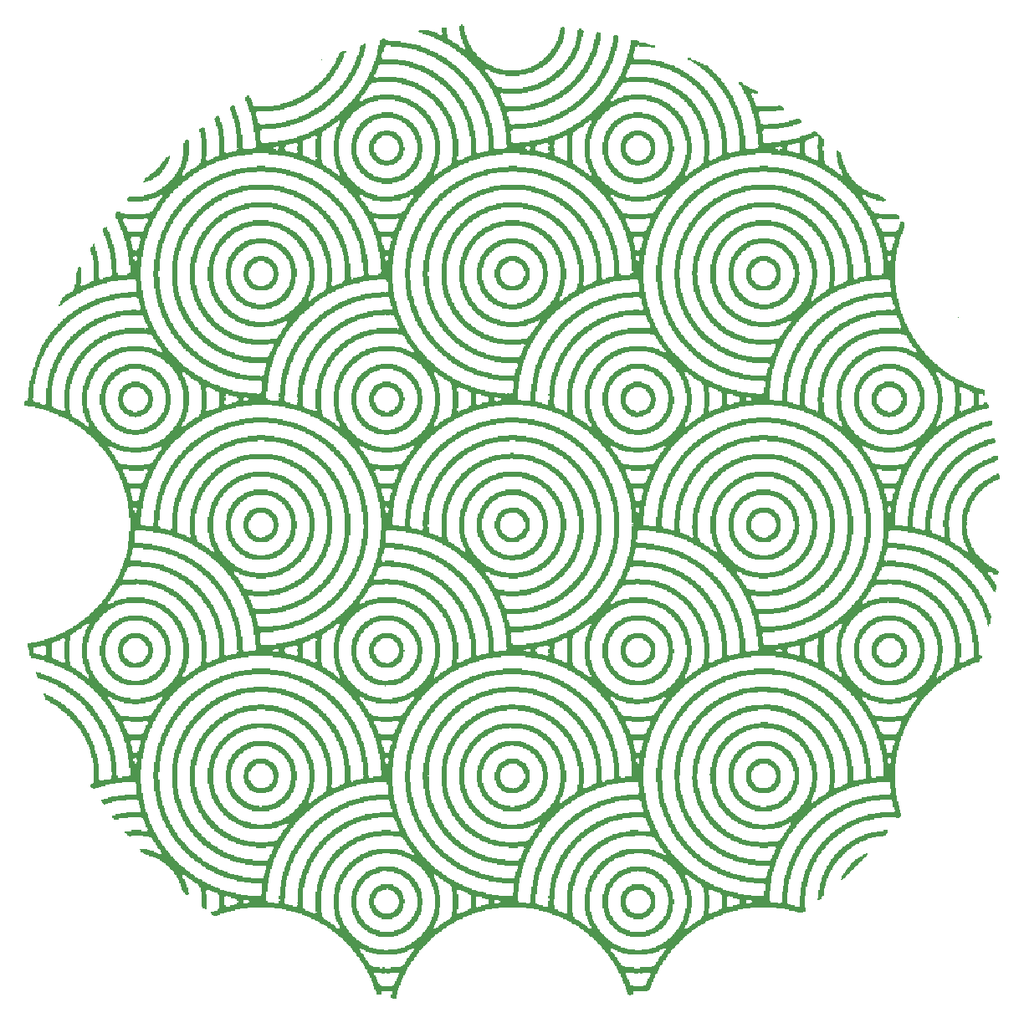
<source format=gtl>
G04*
G04 #@! TF.GenerationSoftware,Altium Limited,Altium Designer,21.0.8 (223)*
G04*
G04 Layer_Physical_Order=1*
G04 Layer_Color=255*
%FSLAX25Y25*%
%MOIN*%
G70*
G04*
G04 #@! TF.SameCoordinates,C61CC34B-293F-45D4-BFB8-299D7EEFD3E7*
G04*
G04*
G04 #@! TF.FilePolarity,Positive*
G04*
G01*
G75*
G36*
X130288Y349383D02*
X131123D01*
Y346879D01*
X131541D01*
Y345627D01*
X131958D01*
Y343957D01*
X132376D01*
Y343122D01*
X132793D01*
Y342287D01*
X133210D01*
Y341453D01*
X133628D01*
Y340618D01*
X134045D01*
Y339783D01*
X134463D01*
Y339365D01*
X134880D01*
Y338948D01*
X135297D01*
Y338531D01*
X135715D01*
Y338113D01*
X136132D01*
Y337278D01*
X136550D01*
Y336861D01*
X136967D01*
Y336443D01*
X137802D01*
Y336026D01*
X138219D01*
Y335609D01*
X138637D01*
Y335191D01*
X139054D01*
Y334774D01*
X139889D01*
Y334356D01*
X140306D01*
Y333939D01*
X141141D01*
Y333522D01*
X141976D01*
Y333104D01*
X142811D01*
Y332687D01*
X143646D01*
Y332269D01*
X145316D01*
Y331852D01*
X146568D01*
Y331434D01*
X153664D01*
Y331852D01*
X155334D01*
Y332269D01*
X156586D01*
Y332687D01*
X157838D01*
Y333104D01*
X158673D01*
Y333522D01*
X159508D01*
Y333939D01*
X159925D01*
Y334356D01*
X160760D01*
Y334774D01*
X161178D01*
Y335191D01*
X162012D01*
Y335609D01*
X162430D01*
Y336026D01*
X162847D01*
Y336443D01*
X163265D01*
Y336861D01*
X163682D01*
Y337278D01*
X164100D01*
Y337696D01*
X164517D01*
Y338113D01*
X164934D01*
Y338531D01*
X165352D01*
Y339365D01*
X165769D01*
Y339783D01*
X166187D01*
Y340200D01*
X166604D01*
Y341035D01*
X167021D01*
Y341453D01*
X167439D01*
Y342287D01*
X167856D01*
Y343122D01*
X168274D01*
Y344792D01*
X168691D01*
Y346044D01*
X169108D01*
Y347714D01*
X169526D01*
Y348549D01*
X169943D01*
Y348966D01*
X170778D01*
Y348549D01*
X171196D01*
Y346044D01*
X170778D01*
Y343957D01*
X170361D01*
Y342705D01*
X169943D01*
Y341870D01*
X169526D01*
Y341035D01*
X169108D01*
Y340200D01*
X168691D01*
Y339783D01*
X168274D01*
Y338948D01*
X167856D01*
Y338113D01*
X167439D01*
Y337696D01*
X167021D01*
Y337278D01*
X166604D01*
Y336443D01*
X166187D01*
Y336026D01*
X165769D01*
Y335609D01*
X165352D01*
Y335191D01*
X164934D01*
Y334774D01*
X164517D01*
Y334356D01*
X164100D01*
Y333939D01*
X163265D01*
Y333522D01*
X162847D01*
Y333104D01*
X162430D01*
Y332687D01*
X161178D01*
Y332269D01*
X160760D01*
Y331852D01*
X159925D01*
Y331434D01*
X159090D01*
Y331017D01*
X158256D01*
Y330600D01*
X156586D01*
Y330182D01*
X155751D01*
Y329765D01*
X153246D01*
Y329347D01*
X147403D01*
Y329765D01*
X144898D01*
Y330182D01*
X143646D01*
Y330600D01*
X142394D01*
Y331017D01*
X141559D01*
Y331434D01*
X140724D01*
Y331852D01*
X139472D01*
Y331017D01*
X139889D01*
Y330600D01*
X140306D01*
Y329765D01*
X140724D01*
Y329347D01*
X141141D01*
Y328930D01*
X141559D01*
Y328095D01*
X141976D01*
Y327678D01*
X142394D01*
Y326843D01*
X142811D01*
Y326425D01*
X143228D01*
Y325590D01*
X143646D01*
Y325173D01*
X144063D01*
Y324756D01*
X146150D01*
Y324338D01*
X154499D01*
Y324756D01*
X156586D01*
Y325173D01*
X157838D01*
Y325590D01*
X159090D01*
Y326008D01*
X160343D01*
Y326425D01*
X161178D01*
Y326843D01*
X162012D01*
Y327260D01*
X162847D01*
Y327678D01*
X163682D01*
Y328095D01*
X164100D01*
Y328513D01*
X164934D01*
Y328930D01*
X165352D01*
Y329347D01*
X166187D01*
Y329765D01*
X166604D01*
Y330182D01*
X167021D01*
Y330600D01*
X167439D01*
Y331017D01*
X167856D01*
Y331434D01*
X168691D01*
Y331852D01*
X169108D01*
Y332269D01*
X169526D01*
Y332687D01*
X169943D01*
Y333104D01*
X170361D01*
Y333939D01*
X170778D01*
Y334356D01*
X171196D01*
Y334774D01*
X171613D01*
Y335609D01*
X172030D01*
Y336026D01*
X172448D01*
Y336861D01*
X172865D01*
Y337278D01*
X173283D01*
Y338113D01*
X173700D01*
Y338948D01*
X174118D01*
Y339783D01*
X174535D01*
Y340618D01*
X174952D01*
Y341453D01*
X175370D01*
Y343122D01*
X175787D01*
Y344792D01*
X176205D01*
Y347714D01*
X176622D01*
Y348131D01*
X177874D01*
Y347714D01*
X178292D01*
Y347296D01*
X178709D01*
Y346462D01*
X178292D01*
Y344792D01*
X177874D01*
Y343122D01*
X177457D01*
Y341870D01*
X177040D01*
Y340200D01*
X176622D01*
Y339365D01*
X176205D01*
Y338113D01*
X175787D01*
Y337696D01*
X175370D01*
Y336443D01*
X174952D01*
Y336026D01*
X174535D01*
Y335191D01*
X174118D01*
Y334774D01*
X173700D01*
Y334356D01*
X173283D01*
Y333522D01*
X172865D01*
Y333104D01*
X172448D01*
Y332687D01*
X172030D01*
Y331852D01*
X171196D01*
Y331017D01*
X170778D01*
Y330600D01*
X170361D01*
Y330182D01*
X169943D01*
Y329765D01*
X169526D01*
Y329347D01*
X169108D01*
Y328930D01*
X168691D01*
Y328513D01*
X167856D01*
Y328095D01*
X167439D01*
Y327678D01*
X167021D01*
Y327260D01*
X166187D01*
Y326843D01*
X165769D01*
Y326425D01*
X164934D01*
Y326008D01*
X164517D01*
Y325590D01*
X163265D01*
Y325173D01*
X162847D01*
Y324756D01*
X161595D01*
Y324338D01*
X160760D01*
Y323921D01*
X159508D01*
Y323503D01*
X158256D01*
Y323086D01*
X156586D01*
Y322669D01*
X154081D01*
Y322251D01*
X146568D01*
Y322669D01*
X145733D01*
Y322251D01*
X145316D01*
Y321416D01*
X145733D01*
Y320582D01*
X146150D01*
Y319329D01*
X146568D01*
Y318494D01*
X146985D01*
Y317659D01*
X147403D01*
Y317242D01*
X155751D01*
Y317659D01*
X157421D01*
Y318077D01*
X159090D01*
Y318494D01*
X160760D01*
Y318912D01*
X161595D01*
Y319329D01*
X162847D01*
Y319747D01*
X163682D01*
Y320164D01*
X164517D01*
Y320582D01*
X165769D01*
Y320999D01*
X166187D01*
Y321416D01*
X167021D01*
Y321834D01*
X167856D01*
Y322251D01*
X168274D01*
Y322669D01*
X169108D01*
Y323086D01*
X169526D01*
Y323503D01*
X170361D01*
Y323921D01*
X170778D01*
Y324338D01*
X171196D01*
Y324756D01*
X171613D01*
Y325173D01*
X172030D01*
Y325590D01*
X172865D01*
Y326008D01*
X173283D01*
Y326425D01*
X173700D01*
Y326843D01*
X174118D01*
Y327260D01*
X174535D01*
Y327678D01*
X174952D01*
Y328095D01*
X175370D01*
Y328930D01*
X175787D01*
Y329347D01*
X176205D01*
Y329765D01*
X176622D01*
Y330182D01*
X177040D01*
Y331017D01*
X177457D01*
Y331434D01*
X177874D01*
Y331852D01*
X178292D01*
Y332687D01*
X178709D01*
Y333522D01*
X179127D01*
Y333939D01*
X179544D01*
Y334774D01*
X179962D01*
Y335609D01*
X180379D01*
Y336443D01*
X180796D01*
Y337278D01*
X181214D01*
Y338531D01*
X181631D01*
Y339365D01*
X182049D01*
Y340200D01*
X182466D01*
Y342287D01*
X182883D01*
Y343957D01*
X183301D01*
Y346044D01*
X183718D01*
Y346462D01*
X184136D01*
Y346879D01*
X184553D01*
Y346462D01*
X185388D01*
Y343122D01*
X184970D01*
Y341453D01*
X184553D01*
Y340200D01*
X184136D01*
Y338531D01*
X183718D01*
Y337696D01*
X183301D01*
Y336861D01*
X182883D01*
Y336026D01*
X182466D01*
Y335191D01*
X182049D01*
Y333939D01*
X181631D01*
Y333522D01*
X181214D01*
Y332269D01*
X180796D01*
Y331852D01*
X180379D01*
Y331017D01*
X179962D01*
Y330600D01*
X179544D01*
Y330182D01*
X179127D01*
Y329347D01*
X178709D01*
Y328930D01*
X178292D01*
Y328095D01*
X177874D01*
Y327678D01*
X177457D01*
Y327260D01*
X177040D01*
Y326843D01*
X176622D01*
Y326425D01*
X176205D01*
Y326008D01*
X175787D01*
Y325590D01*
X175370D01*
Y325173D01*
X174952D01*
Y324756D01*
X174535D01*
Y324338D01*
X174118D01*
Y323921D01*
X173700D01*
Y323503D01*
X173283D01*
Y323086D01*
X172865D01*
Y322669D01*
X172030D01*
Y322251D01*
X171613D01*
Y321834D01*
X170778D01*
Y321416D01*
X170361D01*
Y320999D01*
X169943D01*
Y320582D01*
X169108D01*
Y320164D01*
X168691D01*
Y319747D01*
X167439D01*
Y319329D01*
X167021D01*
Y318912D01*
X166187D01*
Y318494D01*
X164934D01*
Y318077D01*
X164517D01*
Y317659D01*
X163265D01*
Y317242D01*
X162430D01*
Y316825D01*
X160760D01*
Y316407D01*
X159508D01*
Y315990D01*
X157421D01*
Y315572D01*
X154916D01*
Y315155D01*
X148655D01*
Y314738D01*
X148238D01*
Y313068D01*
X148655D01*
Y311816D01*
X149072D01*
Y310146D01*
X149907D01*
Y309729D01*
X151159D01*
Y310146D01*
X156168D01*
Y310563D01*
X158673D01*
Y310981D01*
X160343D01*
Y311398D01*
X162012D01*
Y311816D01*
X163265D01*
Y312233D01*
X164100D01*
Y312650D01*
X165352D01*
Y313068D01*
X166187D01*
Y313485D01*
X167439D01*
Y313903D01*
X167856D01*
Y314320D01*
X169108D01*
Y314738D01*
X169526D01*
Y315155D01*
X170361D01*
Y315572D01*
X171196D01*
Y315990D01*
X172030D01*
Y316407D01*
X172448D01*
Y316825D01*
X173283D01*
Y317242D01*
X173700D01*
Y317659D01*
X174535D01*
Y318077D01*
X174952D01*
Y318494D01*
X175370D01*
Y318912D01*
X175787D01*
Y319329D01*
X176622D01*
Y319747D01*
X177040D01*
Y320164D01*
X177457D01*
Y320582D01*
X177874D01*
Y320999D01*
X178292D01*
Y321416D01*
X178709D01*
Y321834D01*
X179127D01*
Y322251D01*
X179544D01*
Y322669D01*
X179962D01*
Y323086D01*
X180379D01*
Y323503D01*
X180796D01*
Y323921D01*
X181214D01*
Y324756D01*
X181631D01*
Y325173D01*
X182049D01*
Y325590D01*
X182466D01*
Y326008D01*
X182883D01*
Y326425D01*
X183301D01*
Y327260D01*
X183718D01*
Y327678D01*
X184136D01*
Y328513D01*
X184553D01*
Y329347D01*
X184970D01*
Y329765D01*
X185388D01*
Y330600D01*
X185805D01*
Y331434D01*
X186223D01*
Y332269D01*
X186640D01*
Y333104D01*
X187058D01*
Y333522D01*
X187475D01*
Y334774D01*
X187892D01*
Y335609D01*
X188310D01*
Y336861D01*
X188727D01*
Y338113D01*
X189145D01*
Y339365D01*
X189562D01*
Y341035D01*
X189980D01*
Y342705D01*
X190397D01*
Y345209D01*
X190814D01*
Y345627D01*
X192067D01*
Y345209D01*
X192484D01*
Y342705D01*
X192067D01*
Y340618D01*
X191649D01*
Y339365D01*
X191232D01*
Y337696D01*
X190814D01*
Y336443D01*
X190397D01*
Y335191D01*
X189980D01*
Y334356D01*
X189562D01*
Y333522D01*
X189145D01*
Y332269D01*
X188727D01*
Y331434D01*
X188310D01*
Y330600D01*
X187892D01*
Y329765D01*
X187475D01*
Y329347D01*
X187058D01*
Y328513D01*
X186640D01*
Y328095D01*
X186223D01*
Y327260D01*
X185805D01*
Y326425D01*
X185388D01*
Y326008D01*
X184970D01*
Y325173D01*
X184553D01*
Y324756D01*
X184136D01*
Y324338D01*
X183718D01*
Y323921D01*
X183301D01*
Y323086D01*
X182883D01*
Y322669D01*
X182466D01*
Y322251D01*
X182049D01*
Y321834D01*
X181631D01*
Y321416D01*
X181214D01*
Y320999D01*
X180796D01*
Y320582D01*
X180379D01*
Y320164D01*
X179962D01*
Y319747D01*
X179544D01*
Y319329D01*
X179127D01*
Y318912D01*
X178709D01*
Y318494D01*
X178292D01*
Y318077D01*
X177874D01*
Y317659D01*
X177040D01*
Y317242D01*
X176622D01*
Y316825D01*
X176205D01*
Y316407D01*
X175787D01*
Y315990D01*
X174952D01*
Y315572D01*
X174535D01*
Y315155D01*
X173700D01*
Y314738D01*
X172865D01*
Y314320D01*
X172448D01*
Y313903D01*
X171613D01*
Y313485D01*
X171196D01*
Y313068D01*
X170361D01*
Y312650D01*
X169526D01*
Y312233D01*
X168691D01*
Y311816D01*
X167439D01*
Y311398D01*
X166604D01*
Y310981D01*
X165769D01*
Y310563D01*
X164517D01*
Y310146D01*
X163682D01*
Y309729D01*
X162012D01*
Y309311D01*
X160343D01*
Y308894D01*
X158256D01*
Y308476D01*
X155751D01*
Y308059D01*
X150325D01*
Y307641D01*
X149907D01*
Y307224D01*
X149490D01*
Y306389D01*
X149907D01*
Y303050D01*
X150325D01*
Y302632D01*
X153246D01*
Y303050D01*
X157003D01*
Y303467D01*
X159508D01*
Y303885D01*
X161595D01*
Y304302D01*
X162847D01*
Y304719D01*
X164517D01*
Y305137D01*
X165352D01*
Y305554D01*
X167021D01*
Y305972D01*
X167856D01*
Y306389D01*
X169108D01*
Y306807D01*
X169943D01*
Y307224D01*
X170778D01*
Y307641D01*
X171613D01*
Y308059D01*
X172448D01*
Y308476D01*
X173283D01*
Y308894D01*
X174118D01*
Y309311D01*
X174535D01*
Y309729D01*
X175370D01*
Y310146D01*
X175787D01*
Y310563D01*
X176622D01*
Y310981D01*
X177457D01*
Y311398D01*
X177874D01*
Y311816D01*
X178292D01*
Y312233D01*
X179127D01*
Y312650D01*
X179544D01*
Y313068D01*
X179962D01*
Y313485D01*
X180796D01*
Y313903D01*
X181214D01*
Y314320D01*
X181631D01*
Y314738D01*
X182049D01*
Y315155D01*
X182466D01*
Y315572D01*
X182883D01*
Y315990D01*
X183301D01*
Y316407D01*
X183718D01*
Y316825D01*
X184136D01*
Y317242D01*
X184553D01*
Y317659D01*
X184970D01*
Y318077D01*
X185388D01*
Y318494D01*
X185805D01*
Y318912D01*
X186223D01*
Y319329D01*
X186640D01*
Y319747D01*
X187058D01*
Y320582D01*
X187475D01*
Y320999D01*
X187892D01*
Y321416D01*
X188310D01*
Y321834D01*
X188727D01*
Y322669D01*
X189145D01*
Y323086D01*
X189562D01*
Y323921D01*
X189980D01*
Y324338D01*
X190397D01*
Y325173D01*
X190814D01*
Y325590D01*
X191232D01*
Y326425D01*
X191649D01*
Y327260D01*
X192067D01*
Y327678D01*
X192484D01*
Y328513D01*
X192902D01*
Y329347D01*
X193319D01*
Y330182D01*
X193736D01*
Y331017D01*
X194154D01*
Y332269D01*
X194571D01*
Y333104D01*
X194989D01*
Y334356D01*
X195406D01*
Y335609D01*
X195824D01*
Y336443D01*
X196241D01*
Y338113D01*
X196658D01*
Y339783D01*
X197076D01*
Y341453D01*
X197493D01*
Y343540D01*
X199998D01*
Y343122D01*
X200833D01*
Y342705D01*
X203337D01*
Y342287D01*
X204172D01*
Y341870D01*
X205007D01*
Y341453D01*
X207094D01*
Y340618D01*
X205424D01*
Y341035D01*
X200833D01*
Y341453D01*
X199998D01*
Y341035D01*
X199163D01*
Y339365D01*
X198745D01*
Y338113D01*
X198328D01*
Y336443D01*
X198745D01*
Y336026D01*
X205007D01*
Y335609D01*
X207511D01*
Y335191D01*
X209598D01*
Y334774D01*
X210851D01*
Y334356D01*
X212103D01*
Y333939D01*
X212938D01*
Y333522D01*
X214607D01*
Y333104D01*
X215025D01*
Y332687D01*
X216277D01*
Y332269D01*
X217112D01*
Y331852D01*
X217529D01*
Y331434D01*
X218364D01*
Y331017D01*
X219199D01*
Y330600D01*
X219617D01*
Y330182D01*
X220451D01*
Y329765D01*
X220869D01*
Y329347D01*
X221704D01*
Y328930D01*
X222121D01*
Y328513D01*
X222538D01*
Y328095D01*
X222956D01*
Y327678D01*
X223791D01*
Y327260D01*
X224208D01*
Y326843D01*
X224625D01*
Y326425D01*
X225043D01*
Y326008D01*
X225460D01*
Y325590D01*
X225878D01*
Y325173D01*
X226295D01*
Y324756D01*
X226713D01*
Y324338D01*
X227130D01*
Y323503D01*
X227965D01*
Y322669D01*
X228382D01*
Y322251D01*
X228800D01*
Y321834D01*
X229217D01*
Y320999D01*
X229635D01*
Y320582D01*
X230052D01*
Y319747D01*
X230469D01*
Y319329D01*
X230887D01*
Y318494D01*
X231304D01*
Y317659D01*
X231722D01*
Y316825D01*
X232139D01*
Y315990D01*
X232557D01*
Y315155D01*
X232974D01*
Y314320D01*
X233391D01*
Y313068D01*
X233809D01*
Y312233D01*
X234226D01*
Y310563D01*
X234644D01*
Y309311D01*
X235061D01*
Y307224D01*
X235478D01*
Y304719D01*
X235896D01*
Y298876D01*
X236313D01*
Y298458D01*
X237566D01*
Y298876D01*
X238818D01*
Y299293D01*
X240488D01*
Y299710D01*
X240905D01*
Y305554D01*
X240488D01*
Y308476D01*
X240070D01*
Y310146D01*
X239653D01*
Y311816D01*
X239235D01*
Y313068D01*
X238818D01*
Y314320D01*
X238400D01*
Y315572D01*
X237983D01*
Y316407D01*
X237566D01*
Y317659D01*
X237148D01*
Y318077D01*
X236731D01*
Y318912D01*
X236313D01*
Y320164D01*
X235896D01*
Y320582D01*
X235478D01*
Y321416D01*
X235061D01*
Y321834D01*
X234644D01*
Y322669D01*
X234226D01*
Y323503D01*
X233809D01*
Y323921D01*
X233391D01*
Y324338D01*
X232974D01*
Y324756D01*
X232557D01*
Y325590D01*
X232139D01*
Y326008D01*
X231722D01*
Y326425D01*
X231304D01*
Y327260D01*
X230887D01*
Y327678D01*
X230469D01*
Y328095D01*
X230052D01*
Y328513D01*
X229635D01*
Y328930D01*
X229217D01*
Y329347D01*
X228800D01*
Y329765D01*
X228382D01*
Y330182D01*
X227965D01*
Y330600D01*
X227548D01*
Y331017D01*
X227130D01*
Y331434D01*
X226295D01*
Y331852D01*
X225878D01*
Y332269D01*
X225460D01*
Y332687D01*
X225043D01*
Y333104D01*
X224208D01*
Y333522D01*
X223791D01*
Y333939D01*
X223373D01*
Y334356D01*
X222538D01*
Y334774D01*
X221704D01*
Y335191D01*
X221286D01*
Y335609D01*
X220034D01*
Y336443D01*
X221286D01*
Y336026D01*
X221704D01*
Y335609D01*
X223373D01*
Y335191D01*
X223791D01*
Y334774D01*
X225043D01*
Y334356D01*
X226295D01*
Y333522D01*
X227965D01*
Y333104D01*
X228382D01*
Y332687D01*
X228800D01*
Y332269D01*
X229217D01*
Y331852D01*
X229635D01*
Y331434D01*
X230052D01*
Y331017D01*
X230469D01*
Y330600D01*
X230887D01*
Y330182D01*
X231304D01*
Y329765D01*
X231722D01*
Y329347D01*
X232139D01*
Y328930D01*
X232557D01*
Y328513D01*
X232974D01*
Y328095D01*
X233391D01*
Y327260D01*
X233809D01*
Y326843D01*
X234226D01*
Y326425D01*
X234644D01*
Y325590D01*
X235061D01*
Y325173D01*
X235478D01*
Y324756D01*
X235896D01*
Y323921D01*
X236313D01*
Y323086D01*
X236731D01*
Y322669D01*
X237148D01*
Y321834D01*
X237566D01*
Y321416D01*
X237983D01*
Y320582D01*
X238400D01*
Y319329D01*
X238818D01*
Y318912D01*
X239235D01*
Y317659D01*
X239653D01*
Y316825D01*
X240070D01*
Y315572D01*
X240488D01*
Y314738D01*
X240905D01*
Y313485D01*
X241322D01*
Y311816D01*
X241740D01*
Y310563D01*
X242157D01*
Y308059D01*
X242575D01*
Y305554D01*
X242992D01*
Y300545D01*
X243409D01*
Y300128D01*
X247166D01*
Y300545D01*
X248001D01*
Y301380D01*
X248418D01*
Y301798D01*
X248001D01*
Y306389D01*
X247584D01*
Y309311D01*
X247166D01*
Y311398D01*
X246749D01*
Y312650D01*
X246331D01*
Y314320D01*
X245914D01*
Y315572D01*
X245497D01*
Y316825D01*
X245079D01*
Y318077D01*
X244662D01*
Y319329D01*
X244244D01*
Y320164D01*
X243827D01*
Y320999D01*
X243409D01*
Y321834D01*
X242992D01*
Y322251D01*
X242575D01*
Y323503D01*
X242157D01*
Y323921D01*
X241740D01*
Y324756D01*
X241322D01*
Y325590D01*
X240905D01*
Y326008D01*
X240488D01*
Y326843D01*
X241740D01*
Y326425D01*
X242157D01*
Y326008D01*
X242575D01*
Y325590D01*
X243409D01*
Y325173D01*
X244244D01*
Y324756D01*
X244662D01*
Y324338D01*
X245914D01*
Y323921D01*
X246749D01*
Y323503D01*
X247584D01*
Y323086D01*
X248001D01*
Y322251D01*
X246331D01*
Y322669D01*
X245914D01*
Y322251D01*
X245497D01*
Y321416D01*
X245914D01*
Y320582D01*
X246331D01*
Y319329D01*
X246749D01*
Y318494D01*
X247166D01*
Y317659D01*
X247584D01*
Y317242D01*
X255932D01*
Y317659D01*
X257184D01*
Y317242D01*
X257602D01*
Y316825D01*
X258019D01*
Y316407D01*
X258437D01*
Y315572D01*
X255515D01*
Y315155D01*
X248836D01*
Y314738D01*
X248418D01*
Y313068D01*
X248836D01*
Y311816D01*
X249253D01*
Y310146D01*
X250088D01*
Y309729D01*
X252175D01*
Y310146D01*
X256349D01*
Y310563D01*
X258854D01*
Y310981D01*
X260524D01*
Y311398D01*
X262193D01*
Y311816D01*
X263028D01*
Y312233D01*
X264698D01*
Y311816D01*
X265115D01*
Y311398D01*
X265533D01*
Y310563D01*
X264698D01*
Y310146D01*
X263863D01*
Y309729D01*
X262193D01*
Y309311D01*
X260524D01*
Y308894D01*
X258437D01*
Y308476D01*
X256349D01*
Y308059D01*
X250506D01*
Y307641D01*
X250088D01*
Y307224D01*
X249671D01*
Y306389D01*
X250088D01*
Y303050D01*
X250506D01*
Y302632D01*
X253428D01*
Y303050D01*
X257184D01*
Y303467D01*
X260106D01*
Y303885D01*
X261359D01*
Y304302D01*
X263446D01*
Y304719D01*
X264698D01*
Y305137D01*
X265533D01*
Y305554D01*
X267202D01*
Y305972D01*
X268037D01*
Y306389D01*
X269290D01*
Y306807D01*
X270124D01*
Y307224D01*
X270959D01*
Y306807D01*
X271794D01*
Y306389D01*
X272212D01*
Y305972D01*
X272629D01*
Y305554D01*
X273046D01*
Y305137D01*
X273464D01*
Y304719D01*
X273881D01*
Y304302D01*
X274299D01*
Y301380D01*
X273881D01*
Y299710D01*
X274299D01*
Y295536D01*
X274716D01*
Y294284D01*
X275133D01*
Y293866D01*
X275551D01*
Y293449D01*
X276386D01*
Y293032D01*
X276803D01*
Y292614D01*
X277638D01*
Y292197D01*
X278055D01*
Y291779D01*
X278890D01*
Y291362D01*
X279308D01*
Y290945D01*
X279725D01*
Y290527D01*
X280142D01*
Y290110D01*
X280977D01*
Y289692D01*
X281812D01*
Y290527D01*
X281395D01*
Y291779D01*
X280977D01*
Y292197D01*
X280560D01*
Y293449D01*
X280142D01*
Y294701D01*
X279725D01*
Y296789D01*
X279308D01*
Y299710D01*
X280142D01*
Y299293D01*
X280560D01*
Y298876D01*
X280977D01*
Y298041D01*
X281395D01*
Y296371D01*
X281812D01*
Y295119D01*
X282230D01*
Y293866D01*
X282647D01*
Y293032D01*
X283065D01*
Y291779D01*
X283482D01*
Y290945D01*
X283899D01*
Y290527D01*
X284317D01*
Y289692D01*
X284734D01*
Y289275D01*
X285152D01*
Y288858D01*
X285569D01*
Y288023D01*
X285986D01*
Y287605D01*
X286404D01*
Y287188D01*
X286821D01*
Y286770D01*
X287239D01*
Y286353D01*
X287656D01*
Y285935D01*
X288073D01*
Y285518D01*
X288908D01*
Y285101D01*
X289326D01*
Y284683D01*
X289743D01*
Y284266D01*
X290578D01*
Y283848D01*
X291413D01*
Y283431D01*
X292248D01*
Y283014D01*
X293083D01*
Y282596D01*
X294335D01*
Y282179D01*
X296005D01*
Y281761D01*
X296839D01*
Y281344D01*
X297674D01*
Y280926D01*
X298092D01*
Y280509D01*
X298509D01*
Y280092D01*
X298926D01*
Y279674D01*
X298509D01*
Y279257D01*
X297257D01*
Y279674D01*
X295170D01*
Y280092D01*
X293917D01*
Y280509D01*
X292665D01*
Y280926D01*
X291830D01*
Y281344D01*
X290996D01*
Y281761D01*
X289743D01*
Y280926D01*
X290161D01*
Y280092D01*
X290578D01*
Y279674D01*
X290996D01*
Y279257D01*
X291413D01*
Y278839D01*
X291830D01*
Y278005D01*
X292248D01*
Y277170D01*
X292665D01*
Y276752D01*
X293083D01*
Y275917D01*
X293500D01*
Y275500D01*
X293917D01*
Y275083D01*
X294335D01*
Y274665D01*
X296422D01*
Y274248D01*
X303518D01*
Y273830D01*
X303936D01*
Y273413D01*
X304353D01*
Y272161D01*
X297257D01*
Y272578D01*
X296005D01*
Y272161D01*
X295587D01*
Y270908D01*
X296005D01*
Y270491D01*
X296422D01*
Y269239D01*
X296839D01*
Y268404D01*
X297257D01*
Y267569D01*
X297674D01*
Y267152D01*
X303101D01*
Y267569D01*
X303518D01*
Y267986D01*
X303936D01*
Y268821D01*
X304353D01*
Y270074D01*
X304770D01*
Y271326D01*
X306023D01*
Y270908D01*
X306440D01*
Y268404D01*
X306023D01*
Y267569D01*
X305605D01*
Y266317D01*
X305188D01*
Y265065D01*
X304770D01*
Y264230D01*
X304353D01*
Y262142D01*
X303936D01*
Y260890D01*
X303518D01*
Y258386D01*
X303101D01*
Y255464D01*
X302683D01*
Y245863D01*
X303101D01*
Y242941D01*
X303518D01*
Y240437D01*
X303936D01*
Y238767D01*
X304353D01*
Y237097D01*
X304770D01*
Y235845D01*
X305188D01*
Y234593D01*
X305605D01*
Y233341D01*
X306023D01*
Y232506D01*
X306440D01*
Y231253D01*
X306857D01*
Y230418D01*
X307275D01*
Y229584D01*
X307692D01*
Y228749D01*
X308110D01*
Y227914D01*
X308527D01*
Y227079D01*
X308945D01*
Y226662D01*
X309362D01*
Y225827D01*
X309779D01*
Y224992D01*
X310197D01*
Y224575D01*
X310614D01*
Y223740D01*
X311032D01*
Y223322D01*
X311449D01*
Y222487D01*
X311866D01*
Y222070D01*
X312284D01*
Y221653D01*
X312701D01*
Y220818D01*
X313119D01*
Y220400D01*
X313536D01*
Y219983D01*
X313954D01*
Y219566D01*
X314371D01*
Y218731D01*
X314789D01*
Y218313D01*
X315206D01*
Y217896D01*
X315623D01*
Y217478D01*
X316041D01*
Y217061D01*
X316458D01*
Y216644D01*
X316876D01*
Y216226D01*
X317293D01*
Y215809D01*
X317710D01*
Y215391D01*
X318545D01*
Y214557D01*
X319380D01*
Y214139D01*
X319797D01*
Y213722D01*
X320215D01*
Y213304D01*
X320632D01*
Y212887D01*
X321050D01*
Y212469D01*
X321885D01*
Y212052D01*
X322302D01*
Y211635D01*
X322720D01*
Y211217D01*
X323554D01*
Y210800D01*
X323972D01*
Y210382D01*
X324807D01*
Y209965D01*
X325224D01*
Y209547D01*
X326059D01*
Y209130D01*
X326894D01*
Y208713D01*
X327729D01*
Y208295D01*
X328563D01*
Y207878D01*
X329398D01*
Y207460D01*
X330233D01*
Y207043D01*
X331068D01*
Y206626D01*
X331903D01*
Y206208D01*
X333155D01*
Y205791D01*
X333990D01*
Y205373D01*
X335242D01*
Y204956D01*
X336494D01*
Y204538D01*
X337747D01*
Y204121D01*
X338581D01*
Y202034D01*
X337747D01*
Y202451D01*
X336077D01*
Y198277D01*
X337747D01*
Y198695D01*
X338164D01*
Y199112D01*
X339416D01*
Y198695D01*
X339834D01*
Y198277D01*
X340251D01*
Y197025D01*
X339416D01*
Y196607D01*
X337329D01*
Y196190D01*
X336077D01*
Y195773D01*
X334825D01*
Y195355D01*
X333572D01*
Y194938D01*
X332738D01*
Y194520D01*
X331485D01*
Y194103D01*
X330650D01*
Y193685D01*
X329816D01*
Y193268D01*
X328981D01*
Y192851D01*
X328146D01*
Y192433D01*
X327311D01*
Y192016D01*
X326476D01*
Y191598D01*
X325641D01*
Y191181D01*
X325224D01*
Y190763D01*
X324389D01*
Y190346D01*
X323972D01*
Y189929D01*
X323554D01*
Y189511D01*
X322720D01*
Y189094D01*
X322302D01*
Y188676D01*
X321467D01*
Y188259D01*
X321050D01*
Y187842D01*
X320632D01*
Y187424D01*
X320215D01*
Y187007D01*
X319797D01*
Y186589D01*
X318963D01*
Y186172D01*
X318545D01*
Y185755D01*
X318128D01*
Y185337D01*
X317710D01*
Y184920D01*
X317293D01*
Y184502D01*
X316876D01*
Y184085D01*
X316458D01*
Y183667D01*
X316041D01*
Y183250D01*
X315623D01*
Y182833D01*
X315206D01*
Y182415D01*
X314789D01*
Y181998D01*
X314371D01*
Y181580D01*
X313954D01*
Y181163D01*
X313536D01*
Y180328D01*
X313119D01*
Y179911D01*
X312701D01*
Y179493D01*
X312284D01*
Y178658D01*
X311866D01*
Y178241D01*
X311449D01*
Y177406D01*
X311032D01*
Y176989D01*
X310614D01*
Y176571D01*
X310197D01*
Y175736D01*
X309779D01*
Y175319D01*
X309362D01*
Y174484D01*
X308945D01*
Y173649D01*
X308527D01*
Y172814D01*
X308110D01*
Y171980D01*
X307692D01*
Y171562D01*
X307275D01*
Y170310D01*
X306857D01*
Y169475D01*
X306440D01*
Y168640D01*
X306023D01*
Y167388D01*
X305605D01*
Y166136D01*
X305188D01*
Y164883D01*
X304770D01*
Y164049D01*
X304353D01*
Y162379D01*
X303936D01*
Y160709D01*
X303518D01*
Y158205D01*
X303101D01*
Y155283D01*
X302683D01*
Y150274D01*
X305605D01*
Y149856D01*
X307692D01*
Y154031D01*
X308110D01*
Y156952D01*
X308527D01*
Y159457D01*
X308945D01*
Y161127D01*
X309362D01*
Y162796D01*
X309779D01*
Y164049D01*
X310197D01*
Y164883D01*
X310614D01*
Y166136D01*
X311032D01*
Y167388D01*
X311449D01*
Y168223D01*
X311866D01*
Y169058D01*
X312284D01*
Y169893D01*
X312701D01*
Y170727D01*
X313119D01*
Y171562D01*
X313536D01*
Y172397D01*
X313954D01*
Y172814D01*
X314371D01*
Y173649D01*
X314789D01*
Y174067D01*
X315206D01*
Y174901D01*
X315623D01*
Y175319D01*
X316041D01*
Y175736D01*
X316458D01*
Y176571D01*
X316876D01*
Y176989D01*
X317293D01*
Y177406D01*
X317710D01*
Y178241D01*
X318128D01*
Y178658D01*
X318545D01*
Y179076D01*
X318963D01*
Y179493D01*
X319380D01*
Y179911D01*
X319797D01*
Y180328D01*
X320215D01*
Y180745D01*
X320632D01*
Y181163D01*
X321050D01*
Y181580D01*
X321467D01*
Y181998D01*
X321885D01*
Y182415D01*
X322302D01*
Y182833D01*
X322720D01*
Y183250D01*
X323554D01*
Y183667D01*
X323972D01*
Y184085D01*
X324389D01*
Y184502D01*
X324807D01*
Y184920D01*
X325641D01*
Y185337D01*
X326059D01*
Y185755D01*
X326894D01*
Y186172D01*
X327311D01*
Y186589D01*
X328146D01*
Y187007D01*
X328563D01*
Y187424D01*
X329398D01*
Y187842D01*
X330233D01*
Y188259D01*
X331068D01*
Y188676D01*
X331903D01*
Y189094D01*
X332738D01*
Y189511D01*
X333990D01*
Y189929D01*
X334825D01*
Y190346D01*
X336077D01*
Y190763D01*
X336912D01*
Y191181D01*
X338581D01*
Y191598D01*
X339834D01*
Y192016D01*
X341503D01*
Y190346D01*
X341086D01*
Y189929D01*
X340251D01*
Y189511D01*
X338164D01*
Y189094D01*
X337329D01*
Y188676D01*
X336077D01*
Y188259D01*
X335242D01*
Y187842D01*
X333990D01*
Y187424D01*
X333155D01*
Y187007D01*
X332738D01*
Y186589D01*
X331485D01*
Y186172D01*
X331068D01*
Y185755D01*
X330233D01*
Y185337D01*
X329398D01*
Y184920D01*
X328563D01*
Y184502D01*
X328146D01*
Y184085D01*
X327311D01*
Y183667D01*
X326894D01*
Y183250D01*
X326476D01*
Y182833D01*
X325641D01*
Y182415D01*
X325224D01*
Y181998D01*
X324807D01*
Y181580D01*
X323972D01*
Y181163D01*
X323554D01*
Y180745D01*
X323137D01*
Y180328D01*
X322720D01*
Y179911D01*
X322302D01*
Y179493D01*
X321885D01*
Y179076D01*
X321467D01*
Y178658D01*
X321050D01*
Y178241D01*
X320632D01*
Y177823D01*
X320215D01*
Y177406D01*
X319797D01*
Y176571D01*
X319380D01*
Y176154D01*
X318963D01*
Y175736D01*
X318545D01*
Y175319D01*
X318128D01*
Y174484D01*
X317710D01*
Y174067D01*
X317293D01*
Y173649D01*
X316876D01*
Y172814D01*
X316458D01*
Y172397D01*
X316041D01*
Y171562D01*
X315623D01*
Y171145D01*
X315206D01*
Y170310D01*
X314789D01*
Y169475D01*
X314371D01*
Y168640D01*
X313954D01*
Y167805D01*
X313536D01*
Y166971D01*
X313119D01*
Y165718D01*
X312701D01*
Y164883D01*
X312284D01*
Y163631D01*
X311866D01*
Y162379D01*
X311449D01*
Y161127D01*
X311032D01*
Y159457D01*
X310614D01*
Y157370D01*
X310197D01*
Y154031D01*
X309779D01*
Y149439D01*
X310614D01*
Y149021D01*
X312701D01*
Y148604D01*
X313536D01*
Y148187D01*
X314371D01*
Y148604D01*
X314789D01*
Y153613D01*
X315206D01*
Y156118D01*
X315623D01*
Y158622D01*
X316041D01*
Y159874D01*
X316458D01*
Y161544D01*
X316876D01*
Y162796D01*
X317293D01*
Y163631D01*
X317710D01*
Y164883D01*
X318128D01*
Y165718D01*
X318545D01*
Y166553D01*
X318963D01*
Y167388D01*
X319380D01*
Y168223D01*
X319797D01*
Y169058D01*
X320215D01*
Y169475D01*
X320632D01*
Y170310D01*
X321050D01*
Y170727D01*
X321467D01*
Y171562D01*
X321885D01*
Y171980D01*
X322302D01*
Y172397D01*
X322720D01*
Y173232D01*
X323554D01*
Y174067D01*
X323972D01*
Y174484D01*
X324389D01*
Y174901D01*
X324807D01*
Y175319D01*
X325224D01*
Y175736D01*
X325641D01*
Y176154D01*
X326059D01*
Y176571D01*
X326476D01*
Y176989D01*
X326894D01*
Y177406D01*
X327729D01*
Y178241D01*
X328563D01*
Y178658D01*
X328981D01*
Y179076D01*
X329816D01*
Y179493D01*
X330233D01*
Y179911D01*
X330650D01*
Y180328D01*
X331485D01*
Y180745D01*
X331903D01*
Y181163D01*
X332738D01*
Y181580D01*
X333572D01*
Y181998D01*
X334407D01*
Y182415D01*
X335660D01*
Y182833D01*
X336077D01*
Y183250D01*
X337329D01*
Y183667D01*
X338164D01*
Y184085D01*
X339416D01*
Y184502D01*
X341086D01*
Y184920D01*
X342338D01*
Y184085D01*
X342756D01*
Y183250D01*
X342338D01*
Y182833D01*
X341503D01*
Y182415D01*
X339834D01*
Y181998D01*
X338999D01*
Y181580D01*
X337747D01*
Y181163D01*
X336912D01*
Y180745D01*
X336077D01*
Y180328D01*
X335242D01*
Y179911D01*
X334407D01*
Y179493D01*
X333572D01*
Y179076D01*
X332738D01*
Y178658D01*
X332320D01*
Y178241D01*
X331485D01*
Y177823D01*
X331068D01*
Y177406D01*
X330233D01*
Y176989D01*
X329816D01*
Y176571D01*
X329398D01*
Y176154D01*
X328981D01*
Y175736D01*
X328563D01*
Y175319D01*
X327729D01*
Y174901D01*
X327311D01*
Y174484D01*
X326894D01*
Y174067D01*
X326476D01*
Y173649D01*
X326059D01*
Y173232D01*
X325641D01*
Y172397D01*
X325224D01*
Y171980D01*
X324807D01*
Y171562D01*
X324389D01*
Y171145D01*
X323972D01*
Y170727D01*
X323554D01*
Y169893D01*
X323137D01*
Y169475D01*
X322720D01*
Y168640D01*
X322302D01*
Y168223D01*
X321885D01*
Y167388D01*
X321467D01*
Y166553D01*
X321050D01*
Y166136D01*
X320632D01*
Y165301D01*
X320215D01*
Y164049D01*
X319797D01*
Y163631D01*
X319380D01*
Y162379D01*
X318963D01*
Y161127D01*
X318545D01*
Y159874D01*
X318128D01*
Y158205D01*
X317710D01*
Y156535D01*
X317293D01*
Y152778D01*
X316876D01*
Y148187D01*
X317293D01*
Y147352D01*
X317710D01*
Y146934D01*
X318963D01*
Y146517D01*
X319797D01*
Y146099D01*
X321050D01*
Y145682D01*
X322302D01*
Y149439D01*
X321885D01*
Y152361D01*
X322302D01*
Y155283D01*
X322720D01*
Y157787D01*
X323137D01*
Y159039D01*
X323554D01*
Y160292D01*
X323972D01*
Y161127D01*
X324389D01*
Y162379D01*
X324807D01*
Y163214D01*
X325224D01*
Y164049D01*
X325641D01*
Y164883D01*
X326059D01*
Y165301D01*
X326476D01*
Y166136D01*
X326894D01*
Y166553D01*
X327311D01*
Y166971D01*
X327729D01*
Y167805D01*
X328146D01*
Y168223D01*
X328563D01*
Y169058D01*
X328981D01*
Y169475D01*
X329398D01*
Y169893D01*
X329816D01*
Y170310D01*
X330233D01*
Y170727D01*
X330650D01*
Y171145D01*
X331068D01*
Y171562D01*
X331485D01*
Y171980D01*
X331903D01*
Y172397D01*
X332738D01*
Y172814D01*
X333155D01*
Y173232D01*
X333572D01*
Y173649D01*
X334407D01*
Y174067D01*
X335242D01*
Y174484D01*
X335660D01*
Y174901D01*
X336494D01*
Y175319D01*
X337329D01*
Y175736D01*
X337747D01*
Y176154D01*
X339416D01*
Y176571D01*
X339834D01*
Y176989D01*
X341086D01*
Y177406D01*
X341921D01*
Y177823D01*
X343590D01*
Y176154D01*
X343173D01*
Y175736D01*
X342338D01*
Y175319D01*
X341086D01*
Y174901D01*
X340251D01*
Y174484D01*
X339416D01*
Y174067D01*
X338581D01*
Y173649D01*
X337329D01*
Y173232D01*
X336912D01*
Y172814D01*
X336077D01*
Y172397D01*
X335660D01*
Y171980D01*
X335242D01*
Y171562D01*
X334407D01*
Y171145D01*
X333990D01*
Y170727D01*
X333572D01*
Y170310D01*
X333155D01*
Y169893D01*
X332738D01*
Y169475D01*
X332320D01*
Y169058D01*
X331903D01*
Y168640D01*
X331485D01*
Y168223D01*
X331068D01*
Y167805D01*
X330650D01*
Y167388D01*
X330233D01*
Y166971D01*
X329816D01*
Y166553D01*
X329398D01*
Y165718D01*
X328981D01*
Y165301D01*
X328563D01*
Y164883D01*
X328146D01*
Y164049D01*
X327729D01*
Y163214D01*
X327311D01*
Y162379D01*
X326894D01*
Y161961D01*
X326476D01*
Y160709D01*
X326059D01*
Y159874D01*
X325641D01*
Y159039D01*
X325224D01*
Y156952D01*
X324807D01*
Y155700D01*
X324389D01*
Y152361D01*
X323972D01*
Y149439D01*
X324389D01*
Y145265D01*
X324807D01*
Y144012D01*
X325224D01*
Y143595D01*
X325641D01*
Y143177D01*
X326476D01*
Y142760D01*
X326894D01*
Y142343D01*
X327729D01*
Y141925D01*
X328563D01*
Y141508D01*
X328981D01*
Y141090D01*
X329398D01*
Y140673D01*
X330233D01*
Y140256D01*
X330650D01*
Y139838D01*
X331485D01*
Y139421D01*
X331903D01*
Y140673D01*
X331485D01*
Y141508D01*
X331068D01*
Y141925D01*
X330650D01*
Y143177D01*
X330233D01*
Y144430D01*
X329816D01*
Y146099D01*
X329398D01*
Y154448D01*
X329816D01*
Y156535D01*
X330233D01*
Y157370D01*
X330650D01*
Y158622D01*
X331068D01*
Y159457D01*
X331485D01*
Y160709D01*
X331903D01*
Y161127D01*
X332320D01*
Y161961D01*
X332738D01*
Y162379D01*
X333155D01*
Y163214D01*
X333572D01*
Y163631D01*
X333990D01*
Y164049D01*
X334407D01*
Y164883D01*
X334825D01*
Y165301D01*
X335242D01*
Y165718D01*
X335660D01*
Y166136D01*
X336077D01*
Y166553D01*
X336912D01*
Y166971D01*
X337329D01*
Y167388D01*
X337747D01*
Y167805D01*
X338581D01*
Y168223D01*
X339416D01*
Y168640D01*
X339834D01*
Y169058D01*
X340669D01*
Y169475D01*
X341503D01*
Y169893D01*
X341921D01*
Y170310D01*
X343173D01*
Y170727D01*
X344008D01*
Y170310D01*
X344425D01*
Y168640D01*
X343590D01*
Y168223D01*
X342756D01*
Y167805D01*
X341921D01*
Y167388D01*
X341086D01*
Y166971D01*
X340251D01*
Y166553D01*
X339834D01*
Y166136D01*
X339416D01*
Y165718D01*
X338581D01*
Y165301D01*
X338164D01*
Y164883D01*
X337747D01*
Y164466D01*
X337329D01*
Y164049D01*
X336912D01*
Y163631D01*
X336494D01*
Y163214D01*
X336077D01*
Y162796D01*
X335660D01*
Y162379D01*
X335242D01*
Y161544D01*
X334825D01*
Y161127D01*
X334407D01*
Y160292D01*
X333990D01*
Y159874D01*
X333572D01*
Y159039D01*
X333155D01*
Y158205D01*
X332738D01*
Y157370D01*
X332320D01*
Y155700D01*
X331903D01*
Y154448D01*
X331485D01*
Y151943D01*
X331068D01*
Y151526D01*
X331485D01*
Y150274D01*
X331068D01*
Y149021D01*
X331485D01*
Y146099D01*
X331903D01*
Y144847D01*
X332320D01*
Y143595D01*
X332738D01*
Y142760D01*
X333155D01*
Y141508D01*
X333572D01*
Y141090D01*
X333990D01*
Y140256D01*
X334407D01*
Y139421D01*
X334825D01*
Y139003D01*
X335242D01*
Y138586D01*
X335660D01*
Y138169D01*
X336077D01*
Y137751D01*
X336494D01*
Y137334D01*
X336912D01*
Y136916D01*
X337329D01*
Y136499D01*
X337747D01*
Y136081D01*
X338164D01*
Y135664D01*
X338581D01*
Y135247D01*
X338999D01*
Y134829D01*
X339416D01*
Y134412D01*
X340251D01*
Y133994D01*
X341086D01*
Y133577D01*
X341503D01*
Y133159D01*
X342338D01*
Y132742D01*
X343173D01*
Y132325D01*
X343590D01*
Y131907D01*
X344008D01*
Y131072D01*
X343590D01*
Y130655D01*
X341921D01*
Y131072D01*
X341503D01*
Y131490D01*
X339834D01*
Y130655D01*
X340251D01*
Y130237D01*
X340669D01*
Y129403D01*
X341086D01*
Y128985D01*
X341503D01*
Y128568D01*
X341921D01*
Y127733D01*
X342338D01*
Y126898D01*
X342756D01*
Y126481D01*
X343173D01*
Y124394D01*
X342756D01*
Y123559D01*
X342338D01*
Y123976D01*
X341921D01*
Y124394D01*
X341503D01*
Y125228D01*
X341086D01*
Y125646D01*
X340669D01*
Y126481D01*
X340251D01*
Y127316D01*
X339834D01*
Y127733D01*
X339416D01*
Y128150D01*
X338999D01*
Y128568D01*
X338581D01*
Y129403D01*
X338164D01*
Y129820D01*
X337747D01*
Y130655D01*
X337329D01*
Y131072D01*
X336912D01*
Y131490D01*
X336494D01*
Y131907D01*
X336077D01*
Y132325D01*
X335660D01*
Y132742D01*
X335242D01*
Y133159D01*
X334825D01*
Y133577D01*
X334407D01*
Y134412D01*
X333572D01*
Y135247D01*
X332738D01*
Y135664D01*
X332320D01*
Y136081D01*
X331903D01*
Y136499D01*
X331485D01*
Y136916D01*
X331068D01*
Y137334D01*
X330233D01*
Y137751D01*
X329816D01*
Y138169D01*
X329398D01*
Y138586D01*
X328981D01*
Y139003D01*
X328563D01*
Y139421D01*
X327729D01*
Y139838D01*
X327311D01*
Y140256D01*
X326476D01*
Y140673D01*
X325641D01*
Y141090D01*
X325224D01*
Y141508D01*
X324389D01*
Y141925D01*
X323972D01*
Y142343D01*
X322720D01*
Y142760D01*
X322302D01*
Y143177D01*
X321467D01*
Y143595D01*
X320632D01*
Y144012D01*
X319797D01*
Y144430D01*
X318545D01*
Y144847D01*
X317710D01*
Y145265D01*
X316458D01*
Y145682D01*
X315206D01*
Y146099D01*
X313536D01*
Y146517D01*
X311866D01*
Y146934D01*
X310614D01*
Y147352D01*
X307692D01*
Y147769D01*
X305188D01*
Y148187D01*
X300596D01*
Y147769D01*
X300179D01*
Y144847D01*
X299761D01*
Y143595D01*
X300179D01*
Y143177D01*
X303518D01*
Y142760D01*
X306857D01*
Y142343D01*
X309362D01*
Y141925D01*
X311032D01*
Y141508D01*
X312701D01*
Y141090D01*
X314371D01*
Y140673D01*
X315206D01*
Y140256D01*
X316458D01*
Y139838D01*
X317293D01*
Y139421D01*
X318128D01*
Y139003D01*
X318963D01*
Y138586D01*
X319797D01*
Y138169D01*
X321050D01*
Y137751D01*
X321467D01*
Y137334D01*
X322302D01*
Y136916D01*
X323137D01*
Y136499D01*
X323554D01*
Y136081D01*
X324389D01*
Y135664D01*
X324807D01*
Y135247D01*
X325641D01*
Y134829D01*
X326059D01*
Y134412D01*
X326476D01*
Y133994D01*
X326894D01*
Y133577D01*
X327729D01*
Y133159D01*
X328146D01*
Y132742D01*
X328563D01*
Y132325D01*
X328981D01*
Y131907D01*
X329398D01*
Y131490D01*
X329816D01*
Y131072D01*
X330233D01*
Y130655D01*
X330650D01*
Y130237D01*
X331485D01*
Y129403D01*
X331903D01*
Y128985D01*
X332320D01*
Y128568D01*
X332738D01*
Y128150D01*
X333155D01*
Y127733D01*
X333572D01*
Y126898D01*
X333990D01*
Y126481D01*
X334407D01*
Y126063D01*
X334825D01*
Y125646D01*
X335242D01*
Y124811D01*
X335660D01*
Y124394D01*
X336077D01*
Y123559D01*
X336494D01*
Y122724D01*
X336912D01*
Y122307D01*
X337329D01*
Y121472D01*
X337747D01*
Y121054D01*
X338164D01*
Y119802D01*
X338581D01*
Y119385D01*
X338999D01*
Y118550D01*
X339416D01*
Y117297D01*
X339834D01*
Y116463D01*
X340251D01*
Y115210D01*
X340669D01*
Y114375D01*
X341086D01*
Y113123D01*
X340669D01*
Y111036D01*
X340251D01*
Y109784D01*
X339834D01*
Y110619D01*
X339416D01*
Y112706D01*
X338999D01*
Y113541D01*
X338581D01*
Y115210D01*
X338164D01*
Y116045D01*
X337747D01*
Y117297D01*
X337329D01*
Y118132D01*
X336912D01*
Y118967D01*
X336494D01*
Y119802D01*
X336077D01*
Y120219D01*
X335660D01*
Y121054D01*
X335242D01*
Y121472D01*
X334825D01*
Y122307D01*
X334407D01*
Y123141D01*
X333990D01*
Y123559D01*
X333572D01*
Y124394D01*
X333155D01*
Y124811D01*
X332738D01*
Y125228D01*
X332320D01*
Y125646D01*
X331903D01*
Y126481D01*
X331485D01*
Y126898D01*
X331068D01*
Y127316D01*
X330650D01*
Y127733D01*
X330233D01*
Y128150D01*
X329816D01*
Y128568D01*
X329398D01*
Y128985D01*
X328981D01*
Y129403D01*
X328563D01*
Y129820D01*
X328146D01*
Y130237D01*
X327729D01*
Y130655D01*
X327311D01*
Y131072D01*
X326894D01*
Y131490D01*
X326476D01*
Y131907D01*
X325641D01*
Y132325D01*
X325224D01*
Y132742D01*
X324807D01*
Y133159D01*
X324389D01*
Y133577D01*
X323554D01*
Y133994D01*
X323137D01*
Y134412D01*
X322302D01*
Y134829D01*
X321467D01*
Y135247D01*
X321050D01*
Y135664D01*
X320215D01*
Y136081D01*
X319380D01*
Y136499D01*
X318545D01*
Y136916D01*
X318128D01*
Y137334D01*
X316876D01*
Y137751D01*
X316041D01*
Y138169D01*
X315206D01*
Y138586D01*
X313536D01*
Y139003D01*
X312701D01*
Y139421D01*
X311032D01*
Y139838D01*
X309362D01*
Y140256D01*
X307275D01*
Y140673D01*
X303518D01*
Y141090D01*
X299761D01*
Y140673D01*
X299344D01*
Y139421D01*
X298926D01*
Y138169D01*
X298509D01*
Y136081D01*
X298926D01*
Y135664D01*
X299344D01*
Y136081D01*
X303101D01*
Y135664D01*
X306023D01*
Y135247D01*
X308527D01*
Y134829D01*
X310197D01*
Y134412D01*
X311449D01*
Y133994D01*
X312701D01*
Y133577D01*
X313536D01*
Y133159D01*
X314789D01*
Y132742D01*
X315623D01*
Y132325D01*
X316458D01*
Y131907D01*
X317293D01*
Y131490D01*
X318128D01*
Y131072D01*
X318963D01*
Y130655D01*
X319380D01*
Y130237D01*
X320215D01*
Y129820D01*
X320632D01*
Y129403D01*
X321467D01*
Y128985D01*
X321885D01*
Y128568D01*
X322302D01*
Y128150D01*
X323137D01*
Y127733D01*
X323554D01*
Y127316D01*
X323972D01*
Y126898D01*
X324389D01*
Y126481D01*
X324807D01*
Y126063D01*
X325224D01*
Y125646D01*
X325641D01*
Y125228D01*
X326059D01*
Y124811D01*
X326476D01*
Y124394D01*
X326894D01*
Y123976D01*
X327311D01*
Y123559D01*
X327729D01*
Y123141D01*
X328146D01*
Y122307D01*
X328563D01*
Y121889D01*
X328981D01*
Y121472D01*
X329398D01*
Y120637D01*
X329816D01*
Y120219D01*
X330233D01*
Y119385D01*
X330650D01*
Y118967D01*
X331068D01*
Y118132D01*
X331485D01*
Y117297D01*
X331903D01*
Y116880D01*
X332320D01*
Y115628D01*
X332738D01*
Y114793D01*
X333155D01*
Y113958D01*
X333572D01*
Y112706D01*
X333990D01*
Y111871D01*
X334407D01*
Y110201D01*
X334825D01*
Y108949D01*
X335242D01*
Y106445D01*
X335660D01*
Y103940D01*
X336077D01*
Y98514D01*
X336912D01*
Y98096D01*
X337329D01*
Y97261D01*
X336912D01*
Y96844D01*
X336494D01*
Y96009D01*
X336077D01*
Y95591D01*
X334407D01*
Y95174D01*
X333572D01*
Y94757D01*
X332738D01*
Y94339D01*
X331068D01*
Y93922D01*
X330650D01*
Y93504D01*
X329398D01*
Y93087D01*
X328981D01*
Y92670D01*
X328146D01*
Y92252D01*
X327311D01*
Y91835D01*
X326476D01*
Y91417D01*
X325641D01*
Y91000D01*
X325224D01*
Y90583D01*
X324389D01*
Y90165D01*
X323972D01*
Y89748D01*
X323137D01*
Y89330D01*
X322720D01*
Y88913D01*
X322302D01*
Y88495D01*
X321467D01*
Y88078D01*
X321050D01*
Y87661D01*
X320632D01*
Y87243D01*
X319797D01*
Y86826D01*
X319380D01*
Y86408D01*
X318963D01*
Y85991D01*
X318545D01*
Y85574D01*
X318128D01*
Y85156D01*
X317710D01*
Y84739D01*
X317293D01*
Y84321D01*
X316876D01*
Y83904D01*
X316458D01*
Y83486D01*
X316041D01*
Y83069D01*
X315623D01*
Y82652D01*
X315206D01*
Y82234D01*
X314789D01*
Y81817D01*
X314371D01*
Y81399D01*
X313954D01*
Y80982D01*
X313536D01*
Y80147D01*
X313119D01*
Y79730D01*
X312701D01*
Y79312D01*
X312284D01*
Y78477D01*
X311866D01*
Y78060D01*
X311449D01*
Y77642D01*
X311032D01*
Y76808D01*
X310614D01*
Y76390D01*
X310197D01*
Y75555D01*
X309779D01*
Y75138D01*
X309362D01*
Y74303D01*
X308945D01*
Y73468D01*
X308527D01*
Y72633D01*
X308110D01*
Y71799D01*
X307692D01*
Y71381D01*
X307275D01*
Y70129D01*
X306857D01*
Y69294D01*
X306440D01*
Y68459D01*
X306023D01*
Y67207D01*
X305605D01*
Y66372D01*
X305188D01*
Y64702D01*
X304770D01*
Y63868D01*
X304353D01*
Y62198D01*
X303936D01*
Y60528D01*
X303518D01*
Y58024D01*
X303101D01*
Y55102D01*
X302683D01*
Y45501D01*
X303101D01*
Y42579D01*
X303518D01*
Y40075D01*
X303936D01*
Y38405D01*
X304353D01*
Y36735D01*
X304770D01*
Y35483D01*
X305188D01*
Y34231D01*
X304770D01*
Y33813D01*
X304353D01*
Y33396D01*
X303101D01*
Y33813D01*
X297257D01*
Y33396D01*
X294335D01*
Y32978D01*
X292665D01*
Y32561D01*
X290578D01*
Y32144D01*
X289326D01*
Y31726D01*
X288491D01*
Y31309D01*
X287239D01*
Y30891D01*
X286404D01*
Y30474D01*
X285569D01*
Y30057D01*
X284734D01*
Y29639D01*
X283899D01*
Y29222D01*
X283065D01*
Y28804D01*
X282647D01*
Y28387D01*
X281812D01*
Y27969D01*
X281395D01*
Y27552D01*
X280977D01*
Y27134D01*
X280142D01*
Y26717D01*
X279725D01*
Y26300D01*
X279308D01*
Y25882D01*
X278890D01*
Y25465D01*
X278055D01*
Y25047D01*
X277638D01*
Y24630D01*
X277221D01*
Y24213D01*
X276803D01*
Y23795D01*
X276386D01*
Y23378D01*
X275968D01*
Y22960D01*
X275551D01*
Y22543D01*
X275133D01*
Y21708D01*
X274716D01*
Y21291D01*
X274299D01*
Y20873D01*
X273881D01*
Y20456D01*
X273464D01*
Y19621D01*
X273046D01*
Y19204D01*
X272629D01*
Y18786D01*
X272212D01*
Y17951D01*
X271794D01*
Y17534D01*
X271377D01*
Y16282D01*
X270959D01*
Y15864D01*
X270542D01*
Y15029D01*
X270124D01*
Y14195D01*
X269707D01*
Y13360D01*
X269290D01*
Y12107D01*
X268872D01*
Y10855D01*
X268455D01*
Y9603D01*
X268037D01*
Y7933D01*
X267620D01*
Y6263D01*
X267202D01*
Y2507D01*
X266785D01*
Y-2085D01*
X267202D01*
Y-3755D01*
X265950D01*
Y-4172D01*
X263863D01*
Y-3755D01*
X262611D01*
Y-3337D01*
X260524D01*
Y-2920D01*
X258854D01*
Y-2502D01*
X255515D01*
Y-2085D01*
X245079D01*
Y-2502D01*
X242157D01*
Y-2920D01*
X240070D01*
Y-3337D01*
X237983D01*
Y-3755D01*
X236731D01*
Y-4172D01*
X235478D01*
Y-4589D01*
X234226D01*
Y-5007D01*
X233391D01*
Y-5424D01*
X232139D01*
Y-5842D01*
X230887D01*
Y-6259D01*
X230469D01*
Y-6677D01*
X229217D01*
Y-7094D01*
X228382D01*
Y-7511D01*
X227548D01*
Y-7929D01*
X227130D01*
Y-8346D01*
X226295D01*
Y-8764D01*
X225460D01*
Y-9181D01*
X225043D01*
Y-9599D01*
X224208D01*
Y-10016D01*
X223373D01*
Y-10433D01*
X222956D01*
Y-10851D01*
X222538D01*
Y-11268D01*
X221704D01*
Y-11686D01*
X221286D01*
Y-12103D01*
X220869D01*
Y-12520D01*
X220451D01*
Y-12938D01*
X219617D01*
Y-13355D01*
X219199D01*
Y-13773D01*
X218782D01*
Y-14190D01*
X218364D01*
Y-14608D01*
X217947D01*
Y-15025D01*
X217529D01*
Y-15442D01*
X217112D01*
Y-15860D01*
X216694D01*
Y-16277D01*
X216277D01*
Y-16695D01*
X215860D01*
Y-17112D01*
X215442D01*
Y-17529D01*
X215025D01*
Y-17947D01*
X214607D01*
Y-18364D01*
X214190D01*
Y-18782D01*
X213773D01*
Y-19199D01*
X213355D01*
Y-20034D01*
X212938D01*
Y-20451D01*
X212520D01*
Y-20869D01*
X212103D01*
Y-21704D01*
X211685D01*
Y-22121D01*
X211268D01*
Y-22956D01*
X210433D01*
Y-23791D01*
X210016D01*
Y-24626D01*
X209598D01*
Y-25043D01*
X209181D01*
Y-25878D01*
X208764D01*
Y-26713D01*
X208346D01*
Y-27548D01*
X207929D01*
Y-28383D01*
X207511D01*
Y-28800D01*
X207094D01*
Y-30052D01*
X206676D01*
Y-30470D01*
X206259D01*
Y-31722D01*
X205842D01*
Y-32974D01*
X205424D01*
Y-34226D01*
X205007D01*
Y-34644D01*
X204589D01*
Y-35061D01*
X204172D01*
Y-35479D01*
X198328D01*
Y-36731D01*
X197493D01*
Y-37148D01*
X196658D01*
Y-36731D01*
X196241D01*
Y-35896D01*
X195824D01*
Y-34644D01*
X195406D01*
Y-33391D01*
X194989D01*
Y-32557D01*
X194571D01*
Y-31304D01*
X194154D01*
Y-30052D01*
X193736D01*
Y-29635D01*
X193319D01*
Y-28383D01*
X192902D01*
Y-27965D01*
X192484D01*
Y-27130D01*
X192067D01*
Y-26295D01*
X191649D01*
Y-25460D01*
X191232D01*
Y-24626D01*
X190814D01*
Y-24208D01*
X190397D01*
Y-23373D01*
X189980D01*
Y-22956D01*
X189562D01*
Y-22539D01*
X189145D01*
Y-21704D01*
X188727D01*
Y-21286D01*
X188310D01*
Y-20451D01*
X187892D01*
Y-20034D01*
X187475D01*
Y-19617D01*
X187058D01*
Y-19199D01*
X186640D01*
Y-18782D01*
X186223D01*
Y-17947D01*
X185805D01*
Y-17529D01*
X185388D01*
Y-17112D01*
X184970D01*
Y-16695D01*
X184553D01*
Y-16277D01*
X184136D01*
Y-15860D01*
X183718D01*
Y-15442D01*
X183301D01*
Y-15025D01*
X182883D01*
Y-14608D01*
X182466D01*
Y-14190D01*
X182049D01*
Y-13773D01*
X181214D01*
Y-13355D01*
X180796D01*
Y-12938D01*
X180379D01*
Y-12520D01*
X179962D01*
Y-12103D01*
X179544D01*
Y-11686D01*
X178709D01*
Y-11268D01*
X178292D01*
Y-10851D01*
X177457D01*
Y-10433D01*
X177040D01*
Y-10016D01*
X176622D01*
Y-9599D01*
X175787D01*
Y-9181D01*
X175370D01*
Y-8764D01*
X174118D01*
Y-8346D01*
X173700D01*
Y-7929D01*
X172865D01*
Y-7511D01*
X172030D01*
Y-7094D01*
X171613D01*
Y-6677D01*
X170361D01*
Y-6259D01*
X169526D01*
Y-5842D01*
X168691D01*
Y-5424D01*
X167439D01*
Y-5007D01*
X166187D01*
Y-4589D01*
X164934D01*
Y-4172D01*
X164100D01*
Y-3755D01*
X162430D01*
Y-3337D01*
X160760D01*
Y-2920D01*
X158673D01*
Y-2502D01*
X155751D01*
Y-2085D01*
X144898D01*
Y-2502D01*
X141976D01*
Y-2920D01*
X139472D01*
Y-3337D01*
X138219D01*
Y-3755D01*
X136550D01*
Y-4172D01*
X135297D01*
Y-4589D01*
X134045D01*
Y-5007D01*
X132793D01*
Y-5424D01*
X131958D01*
Y-5842D01*
X130706D01*
Y-6259D01*
X130288D01*
Y-6677D01*
X129036D01*
Y-7094D01*
X128201D01*
Y-7511D01*
X127784D01*
Y-7929D01*
X126949D01*
Y-8346D01*
X126114D01*
Y-8764D01*
X125279D01*
Y-9181D01*
X124862D01*
Y-9599D01*
X124027D01*
Y-10016D01*
X123610D01*
Y-10433D01*
X122775D01*
Y-10851D01*
X122357D01*
Y-11268D01*
X121940D01*
Y-11686D01*
X121105D01*
Y-12103D01*
X120688D01*
Y-12520D01*
X120270D01*
Y-12938D01*
X119435D01*
Y-13355D01*
X119018D01*
Y-13773D01*
X118601D01*
Y-14190D01*
X118183D01*
Y-14608D01*
X117766D01*
Y-15025D01*
X117348D01*
Y-15442D01*
X116931D01*
Y-15860D01*
X116514D01*
Y-16277D01*
X116096D01*
Y-16695D01*
X115679D01*
Y-17112D01*
X115261D01*
Y-17529D01*
X114844D01*
Y-17947D01*
X114426D01*
Y-18364D01*
X114009D01*
Y-18782D01*
X113592D01*
Y-19199D01*
X113174D01*
Y-20034D01*
X112757D01*
Y-20451D01*
X112339D01*
Y-20869D01*
X111922D01*
Y-21704D01*
X111504D01*
Y-22121D01*
X111087D01*
Y-22956D01*
X110670D01*
Y-23373D01*
X110252D01*
Y-23791D01*
X109835D01*
Y-24626D01*
X109417D01*
Y-25043D01*
X109000D01*
Y-25878D01*
X108582D01*
Y-26713D01*
X108165D01*
Y-27548D01*
X107748D01*
Y-28383D01*
X107330D01*
Y-29217D01*
X106913D01*
Y-30052D01*
X106495D01*
Y-30887D01*
X106078D01*
Y-31722D01*
X105660D01*
Y-32974D01*
X105243D01*
Y-34226D01*
X104826D01*
Y-35061D01*
X104408D01*
Y-36731D01*
X103991D01*
Y-38401D01*
X102321D01*
Y-37983D01*
X101904D01*
Y-36731D01*
X102321D01*
Y-35479D01*
X98147D01*
Y-36731D01*
X96060D01*
Y-35479D01*
X95642D01*
Y-34644D01*
X95225D01*
Y-33391D01*
X94808D01*
Y-32139D01*
X94390D01*
Y-31304D01*
X93973D01*
Y-30052D01*
X93555D01*
Y-29217D01*
X93138D01*
Y-28383D01*
X92721D01*
Y-27965D01*
X92303D01*
Y-26713D01*
X91886D01*
Y-26295D01*
X91468D01*
Y-25460D01*
X91051D01*
Y-24626D01*
X90633D01*
Y-24208D01*
X90216D01*
Y-23373D01*
X89799D01*
Y-22956D01*
X89381D01*
Y-22121D01*
X88964D01*
Y-21704D01*
X88546D01*
Y-21286D01*
X88129D01*
Y-20451D01*
X87712D01*
Y-20034D01*
X87294D01*
Y-19617D01*
X86877D01*
Y-19199D01*
X86459D01*
Y-18364D01*
X86042D01*
Y-17947D01*
X85624D01*
Y-17529D01*
X85207D01*
Y-17112D01*
X84790D01*
Y-16695D01*
X84372D01*
Y-16277D01*
X83955D01*
Y-15860D01*
X83537D01*
Y-15442D01*
X83120D01*
Y-15025D01*
X82702D01*
Y-14608D01*
X82285D01*
Y-14190D01*
X81868D01*
Y-13773D01*
X81033D01*
Y-13355D01*
X80615D01*
Y-12938D01*
X80198D01*
Y-12520D01*
X79780D01*
Y-12103D01*
X79363D01*
Y-11686D01*
X78528D01*
Y-11268D01*
X78111D01*
Y-10851D01*
X77693D01*
Y-10433D01*
X76859D01*
Y-10016D01*
X76441D01*
Y-9599D01*
X75606D01*
Y-9181D01*
X75189D01*
Y-8764D01*
X73936D01*
Y-8346D01*
X73519D01*
Y-7929D01*
X72684D01*
Y-7511D01*
X71850D01*
Y-7094D01*
X71432D01*
Y-6677D01*
X70180D01*
Y-6259D01*
X69345D01*
Y-5842D01*
X68510D01*
Y-5424D01*
X67258D01*
Y-5007D01*
X66423D01*
Y-4589D01*
X64753D01*
Y-4172D01*
X63918D01*
Y-3755D01*
X62249D01*
Y-3337D01*
X60162D01*
Y-2920D01*
X58492D01*
Y-2502D01*
X55570D01*
Y-2085D01*
X44717D01*
Y-2502D01*
X41795D01*
Y-2920D01*
X39708D01*
Y-3337D01*
X38038D01*
Y-3755D01*
X36369D01*
Y-4172D01*
X35534D01*
Y-4589D01*
X33864D01*
Y-5007D01*
X32612D01*
Y-5424D01*
X30942D01*
Y-5007D01*
X30525D01*
Y-4589D01*
X30107D01*
Y-3755D01*
X31360D01*
Y-3337D01*
X32612D01*
Y-2920D01*
X33029D01*
Y-2502D01*
X33447D01*
Y2924D01*
X33029D01*
Y3342D01*
X32612D01*
Y3759D01*
X31360D01*
Y4176D01*
X30525D01*
Y4594D01*
X29690D01*
Y5011D01*
X28438D01*
Y4594D01*
X28020D01*
Y3342D01*
X28438D01*
Y-2920D01*
X27603D01*
Y-2502D01*
X26768D01*
Y-1667D01*
X26351D01*
Y4176D01*
X25933D01*
Y5846D01*
X25516D01*
Y6681D01*
X25098D01*
Y7098D01*
X24681D01*
Y7516D01*
X23846D01*
Y7933D01*
X23429D01*
Y8351D01*
X22594D01*
Y8768D01*
X22176D01*
Y9185D01*
X21341D01*
Y9603D01*
X20924D01*
Y10020D01*
X20507D01*
Y10438D01*
X19672D01*
Y10855D01*
X18837D01*
Y9603D01*
X19254D01*
Y9185D01*
X19672D01*
Y8351D01*
X20089D01*
Y7098D01*
X20507D01*
Y5846D01*
X20924D01*
Y3759D01*
X21341D01*
Y3342D01*
X20924D01*
Y2924D01*
X20089D01*
Y3342D01*
X19672D01*
Y3759D01*
X19254D01*
Y4594D01*
X18837D01*
Y5011D01*
X18420D01*
Y6263D01*
X18002D01*
Y7516D01*
X17585D01*
Y8768D01*
X17167D01*
Y9603D01*
X16750D01*
Y10020D01*
X16332D01*
Y10855D01*
X15915D01*
Y11272D01*
X15498D01*
Y12107D01*
X15080D01*
Y12525D01*
X14663D01*
Y12942D01*
X14245D01*
Y13360D01*
X13828D01*
Y13777D01*
X13410D01*
Y14195D01*
X12993D01*
Y14612D01*
X12576D01*
Y15029D01*
X12158D01*
Y15447D01*
X11323D01*
Y15864D01*
X10906D01*
Y16282D01*
X10489D01*
Y16699D01*
X9654D01*
Y17116D01*
X8819D01*
Y17534D01*
X7984D01*
Y17951D01*
X7149D01*
Y18369D01*
X5480D01*
Y18786D01*
X4227D01*
Y19204D01*
X3392D01*
Y19621D01*
X2975D01*
Y20038D01*
X2140D01*
Y20873D01*
X1723D01*
Y21291D01*
X4645D01*
Y20873D01*
X5897D01*
Y20456D01*
X7567D01*
Y20038D01*
X8401D01*
Y19621D01*
X9236D01*
Y19204D01*
X10489D01*
Y20038D01*
X10071D01*
Y20873D01*
X9654D01*
Y21291D01*
X9236D01*
Y21708D01*
X8819D01*
Y22543D01*
X8401D01*
Y22960D01*
X7984D01*
Y23795D01*
X7567D01*
Y24213D01*
X7149D01*
Y25047D01*
X6732D01*
Y25465D01*
X6314D01*
Y25882D01*
X5480D01*
Y26300D01*
X2975D01*
Y26717D01*
X-1617D01*
Y26300D01*
X-2451D01*
Y26717D01*
X-3286D01*
Y27134D01*
X-3704D01*
Y27552D01*
X-4121D01*
Y28387D01*
X-1617D01*
Y28804D01*
X2558D01*
Y28387D01*
X4645D01*
Y28804D01*
X5062D01*
Y29222D01*
X4645D01*
Y30057D01*
X4227D01*
Y31309D01*
X3810D01*
Y32144D01*
X3392D01*
Y32978D01*
X2975D01*
Y33396D01*
X2558D01*
Y33813D01*
X-2869D01*
Y33396D01*
X-6626D01*
Y32978D01*
X-8713D01*
Y33396D01*
X-9130D01*
Y34648D01*
X-7878D01*
Y35065D01*
X-5791D01*
Y35483D01*
X-3704D01*
Y35900D01*
X2140D01*
Y37570D01*
X1723D01*
Y38822D01*
X1305D01*
Y40492D01*
X888D01*
Y40909D01*
X-3704D01*
Y40492D01*
X-7461D01*
Y40075D01*
X-9130D01*
Y39657D01*
X-10800D01*
Y39240D01*
X-12052D01*
Y38822D01*
X-12470D01*
Y39240D01*
X-12887D01*
Y39657D01*
X-13304D01*
Y40075D01*
X-13722D01*
Y40909D01*
X-12470D01*
Y41327D01*
X-10800D01*
Y41744D01*
X-9548D01*
Y42162D01*
X-7043D01*
Y42579D01*
X-4121D01*
Y42996D01*
X471D01*
Y47171D01*
X53D01*
Y48006D01*
X-5373D01*
Y47588D01*
X-7878D01*
Y47171D01*
X-10383D01*
Y46753D01*
X-12052D01*
Y46336D01*
X-13722D01*
Y45919D01*
X-14557D01*
Y45501D01*
X-15809D01*
Y45084D01*
X-17061D01*
Y45501D01*
X-17479D01*
Y45919D01*
X-17896D01*
Y46753D01*
X-17479D01*
Y47171D01*
X-17061D01*
Y47588D01*
X-16644D01*
Y55519D01*
X-17061D01*
Y57606D01*
X-17479D01*
Y59276D01*
X-17896D01*
Y60946D01*
X-18314D01*
Y61780D01*
X-18731D01*
Y63033D01*
X-19148D01*
Y63868D01*
X-19566D01*
Y64702D01*
X-19983D01*
Y65537D01*
X-20401D01*
Y66372D01*
X-20818D01*
Y67207D01*
X-21235D01*
Y67624D01*
X-21653D01*
Y68459D01*
X-22070D01*
Y69294D01*
X-22488D01*
Y69712D01*
X-22905D01*
Y70129D01*
X-23323D01*
Y70546D01*
X-23740D01*
Y71381D01*
X-24157D01*
Y71799D01*
X-24575D01*
Y72216D01*
X-24992D01*
Y72633D01*
X-25410D01*
Y73051D01*
X-25827D01*
Y73886D01*
X-26245D01*
Y74303D01*
X-27079D01*
Y75138D01*
X-27914D01*
Y75555D01*
X-28332D01*
Y75973D01*
X-28749D01*
Y76390D01*
X-29584D01*
Y76808D01*
X-30001D01*
Y77225D01*
X-30419D01*
Y77642D01*
X-30836D01*
Y78060D01*
X-31671D01*
Y78477D01*
X-32088D01*
Y78895D01*
X-32923D01*
Y79312D01*
X-33758D01*
Y79730D01*
X-34176D01*
Y80147D01*
X-35010D01*
Y80564D01*
X-35845D01*
Y81817D01*
X-36263D01*
Y82652D01*
X-36680D01*
Y83069D01*
X-35428D01*
Y82652D01*
X-34593D01*
Y82234D01*
X-33758D01*
Y81817D01*
X-32923D01*
Y81399D01*
X-32506D01*
Y80982D01*
X-31671D01*
Y80564D01*
X-30836D01*
Y80147D01*
X-30419D01*
Y79730D01*
X-29584D01*
Y79312D01*
X-29166D01*
Y78895D01*
X-28332D01*
Y78477D01*
X-27914D01*
Y78060D01*
X-27497D01*
Y77642D01*
X-27079D01*
Y77225D01*
X-26245D01*
Y76808D01*
X-25827D01*
Y76390D01*
X-25410D01*
Y75973D01*
X-24992D01*
Y75555D01*
X-24575D01*
Y75138D01*
X-24157D01*
Y74721D01*
X-23740D01*
Y74303D01*
X-23323D01*
Y73468D01*
X-22905D01*
Y73051D01*
X-22488D01*
Y72633D01*
X-22070D01*
Y72216D01*
X-21653D01*
Y71799D01*
X-21235D01*
Y70964D01*
X-20818D01*
Y70546D01*
X-20401D01*
Y69712D01*
X-19983D01*
Y69294D01*
X-19566D01*
Y68459D01*
X-19148D01*
Y67624D01*
X-18731D01*
Y67207D01*
X-18314D01*
Y65955D01*
X-17896D01*
Y65120D01*
X-17479D01*
Y64285D01*
X-17061D01*
Y63033D01*
X-16644D01*
Y62615D01*
X-16226D01*
Y60528D01*
X-15809D01*
Y59276D01*
X-15392D01*
Y57606D01*
X-14974D01*
Y55102D01*
X-14557D01*
Y48840D01*
X-14139D01*
Y48423D01*
X-12470D01*
Y48840D01*
X-9965D01*
Y49258D01*
X-9548D01*
Y50510D01*
X-9130D01*
Y51762D01*
X-9548D01*
Y56354D01*
X-9965D01*
Y58859D01*
X-10383D01*
Y60111D01*
X-10800D01*
Y62198D01*
X-11217D01*
Y63033D01*
X-11635D01*
Y64285D01*
X-12052D01*
Y65537D01*
X-12470D01*
Y66372D01*
X-12887D01*
Y67624D01*
X-13304D01*
Y68042D01*
X-13722D01*
Y68877D01*
X-14139D01*
Y69712D01*
X-14557D01*
Y70546D01*
X-14974D01*
Y71381D01*
X-15392D01*
Y71799D01*
X-15809D01*
Y72633D01*
X-16226D01*
Y73051D01*
X-16644D01*
Y73886D01*
X-17061D01*
Y74303D01*
X-17479D01*
Y74721D01*
X-17896D01*
Y75555D01*
X-18314D01*
Y75973D01*
X-18731D01*
Y76390D01*
X-19148D01*
Y76808D01*
X-19566D01*
Y77225D01*
X-19983D01*
Y78060D01*
X-20401D01*
Y78477D01*
X-20818D01*
Y78895D01*
X-21235D01*
Y79312D01*
X-21653D01*
Y79730D01*
X-22070D01*
Y80147D01*
X-22488D01*
Y80564D01*
X-23323D01*
Y80982D01*
X-23740D01*
Y81399D01*
X-24157D01*
Y81817D01*
X-24575D01*
Y82234D01*
X-24992D01*
Y82652D01*
X-25827D01*
Y83069D01*
X-26245D01*
Y83486D01*
X-27079D01*
Y83904D01*
X-27497D01*
Y84321D01*
X-27914D01*
Y84739D01*
X-28749D01*
Y85156D01*
X-29584D01*
Y85574D01*
X-30419D01*
Y85991D01*
X-30836D01*
Y86408D01*
X-31671D01*
Y86826D01*
X-32506D01*
Y87243D01*
X-33341D01*
Y87661D01*
X-34593D01*
Y88078D01*
X-35428D01*
Y88495D01*
X-36680D01*
Y88913D01*
X-37932D01*
Y89330D01*
X-38767D01*
Y89748D01*
X-39184D01*
Y91000D01*
X-39602D01*
Y91835D01*
X-39184D01*
Y91417D01*
X-37515D01*
Y91000D01*
X-36263D01*
Y90583D01*
X-35428D01*
Y90165D01*
X-34176D01*
Y89748D01*
X-33341D01*
Y89330D01*
X-32088D01*
Y88913D01*
X-31253D01*
Y88495D01*
X-30419D01*
Y88078D01*
X-29584D01*
Y87661D01*
X-28749D01*
Y87243D01*
X-27914D01*
Y86826D01*
X-27497D01*
Y86408D01*
X-26662D01*
Y85991D01*
X-26245D01*
Y85574D01*
X-25827D01*
Y85156D01*
X-24992D01*
Y84739D01*
X-24575D01*
Y84321D01*
X-23740D01*
Y83904D01*
X-23323D01*
Y83486D01*
X-22905D01*
Y83069D01*
X-22070D01*
Y82234D01*
X-21235D01*
Y81817D01*
X-20818D01*
Y81399D01*
X-20401D01*
Y80982D01*
X-19983D01*
Y80564D01*
X-19566D01*
Y80147D01*
X-19148D01*
Y79730D01*
X-18731D01*
Y79312D01*
X-18314D01*
Y78895D01*
X-17896D01*
Y78477D01*
X-17479D01*
Y78060D01*
X-17061D01*
Y77225D01*
X-16644D01*
Y76808D01*
X-16226D01*
Y76390D01*
X-15809D01*
Y75555D01*
X-15392D01*
Y75138D01*
X-14974D01*
Y74303D01*
X-14557D01*
Y73886D01*
X-14139D01*
Y73051D01*
X-13722D01*
Y72633D01*
X-13304D01*
Y71799D01*
X-12887D01*
Y70964D01*
X-12470D01*
Y70546D01*
X-12052D01*
Y69294D01*
X-11635D01*
Y68877D01*
X-11217D01*
Y67624D01*
X-10800D01*
Y66790D01*
X-10383D01*
Y65955D01*
X-9965D01*
Y64702D01*
X-9548D01*
Y63450D01*
X-9130D01*
Y61780D01*
X-8713D01*
Y60528D01*
X-8295D01*
Y58441D01*
X-7878D01*
Y55937D01*
X-7461D01*
Y50510D01*
X-7043D01*
Y49675D01*
X-5373D01*
Y50093D01*
X-2451D01*
Y50510D01*
X-2034D01*
Y53432D01*
X-2451D01*
Y56771D01*
X-2869D01*
Y59693D01*
X-3286D01*
Y61363D01*
X-3704D01*
Y63450D01*
X-4121D01*
Y64285D01*
X-4539D01*
Y65955D01*
X-4956D01*
Y66790D01*
X-5373D01*
Y68042D01*
X-5791D01*
Y69294D01*
X-6208D01*
Y70129D01*
X-6626D01*
Y70964D01*
X-7043D01*
Y71799D01*
X-7461D01*
Y72216D01*
X-7878D01*
Y73468D01*
X-8295D01*
Y73886D01*
X-8713D01*
Y74721D01*
X-9130D01*
Y75555D01*
X-9548D01*
Y75973D01*
X-9965D01*
Y76808D01*
X-10383D01*
Y77225D01*
X-10800D01*
Y78060D01*
X-11217D01*
Y78477D01*
X-11635D01*
Y78895D01*
X-12052D01*
Y79730D01*
X-12470D01*
Y80147D01*
X-12887D01*
Y80564D01*
X-13304D01*
Y80982D01*
X-13722D01*
Y81817D01*
X-14139D01*
Y82234D01*
X-14557D01*
Y82652D01*
X-14974D01*
Y83069D01*
X-15392D01*
Y83486D01*
X-15809D01*
Y83904D01*
X-16226D01*
Y84321D01*
X-16644D01*
Y84739D01*
X-17061D01*
Y85156D01*
X-17479D01*
Y85574D01*
X-17896D01*
Y85991D01*
X-18314D01*
Y86408D01*
X-19148D01*
Y86826D01*
X-19566D01*
Y87243D01*
X-19983D01*
Y87661D01*
X-20401D01*
Y88078D01*
X-20818D01*
Y88495D01*
X-21653D01*
Y88913D01*
X-22070D01*
Y89330D01*
X-22905D01*
Y89748D01*
X-23323D01*
Y90165D01*
X-23740D01*
Y90583D01*
X-24575D01*
Y91000D01*
X-24992D01*
Y91417D01*
X-25827D01*
Y91835D01*
X-26662D01*
Y92252D01*
X-27497D01*
Y92670D01*
X-28332D01*
Y93087D01*
X-29166D01*
Y93504D01*
X-30001D01*
Y93922D01*
X-30836D01*
Y94339D01*
X-32088D01*
Y94757D01*
X-32923D01*
Y95174D01*
X-34176D01*
Y95591D01*
X-35428D01*
Y96009D01*
X-36263D01*
Y96426D01*
X-38350D01*
Y96844D01*
X-39602D01*
Y97261D01*
X-41689D01*
Y98096D01*
X-42107D01*
Y100601D01*
X-42524D01*
Y101435D01*
X-42941D01*
Y103105D01*
X-41689D01*
Y103523D01*
X-39184D01*
Y103940D01*
X-37932D01*
Y104357D01*
X-36263D01*
Y104775D01*
X-35010D01*
Y105192D01*
X-33758D01*
Y105610D01*
X-32506D01*
Y106027D01*
X-31671D01*
Y106445D01*
X-30419D01*
Y106862D01*
X-30001D01*
Y107279D01*
X-28749D01*
Y107697D01*
X-27914D01*
Y108114D01*
X-27079D01*
Y108532D01*
X-26662D01*
Y108949D01*
X-25827D01*
Y109367D01*
X-24992D01*
Y109784D01*
X-24575D01*
Y110201D01*
X-23740D01*
Y110619D01*
X-23323D01*
Y111036D01*
X-22488D01*
Y111453D01*
X-22070D01*
Y111871D01*
X-21653D01*
Y112288D01*
X-20818D01*
Y112706D01*
X-20401D01*
Y113123D01*
X-19983D01*
Y113541D01*
X-19148D01*
Y113958D01*
X-18731D01*
Y114375D01*
X-18314D01*
Y114793D01*
X-17896D01*
Y115210D01*
X-17479D01*
Y115628D01*
X-17061D01*
Y116045D01*
X-16644D01*
Y116463D01*
X-16226D01*
Y116880D01*
X-15809D01*
Y117297D01*
X-15392D01*
Y117715D01*
X-14974D01*
Y118132D01*
X-14557D01*
Y118550D01*
X-14139D01*
Y118967D01*
X-13722D01*
Y119385D01*
X-13304D01*
Y120219D01*
X-12887D01*
Y120637D01*
X-12470D01*
Y121054D01*
X-12052D01*
Y121472D01*
X-11635D01*
Y122307D01*
X-11217D01*
Y122724D01*
X-10800D01*
Y123559D01*
X-10383D01*
Y123976D01*
X-9965D01*
Y124811D01*
X-9548D01*
Y125228D01*
X-9130D01*
Y126063D01*
X-8713D01*
Y126898D01*
X-8295D01*
Y127316D01*
X-7878D01*
Y128150D01*
X-7461D01*
Y128985D01*
X-7043D01*
Y129820D01*
X-6626D01*
Y130655D01*
X-6208D01*
Y131490D01*
X-5791D01*
Y132742D01*
X-5373D01*
Y133994D01*
X-4956D01*
Y135247D01*
X-4539D01*
Y136081D01*
X-4121D01*
Y137334D01*
X-3704D01*
Y139003D01*
X-3286D01*
Y140673D01*
X-2869D01*
Y144012D01*
X-2451D01*
Y147769D01*
X-2034D01*
Y153196D01*
X-2451D01*
Y156952D01*
X-2869D01*
Y159874D01*
X-3286D01*
Y161544D01*
X-3704D01*
Y163214D01*
X-4121D01*
Y164466D01*
X-4539D01*
Y165718D01*
X-4956D01*
Y166971D01*
X-5373D01*
Y168223D01*
X-5791D01*
Y169058D01*
X-6208D01*
Y170310D01*
X-6626D01*
Y171145D01*
X-7043D01*
Y171980D01*
X-7461D01*
Y172397D01*
X-7878D01*
Y173232D01*
X-8295D01*
Y174067D01*
X-8713D01*
Y174901D01*
X-9130D01*
Y175736D01*
X-9548D01*
Y176154D01*
X-9965D01*
Y176989D01*
X-10383D01*
Y177406D01*
X-10800D01*
Y178241D01*
X-11217D01*
Y178658D01*
X-11635D01*
Y179076D01*
X-12052D01*
Y179911D01*
X-12470D01*
Y180328D01*
X-12887D01*
Y180745D01*
X-13304D01*
Y181163D01*
X-13722D01*
Y181580D01*
X-14139D01*
Y181998D01*
X-14557D01*
Y182833D01*
X-14974D01*
Y183250D01*
X-15392D01*
Y183667D01*
X-15809D01*
Y184085D01*
X-16226D01*
Y184502D01*
X-16644D01*
Y184920D01*
X-17061D01*
Y185337D01*
X-17479D01*
Y185755D01*
X-17896D01*
Y186172D01*
X-18731D01*
Y186589D01*
X-19148D01*
Y187007D01*
X-19566D01*
Y187424D01*
X-19983D01*
Y187842D01*
X-20401D01*
Y188259D01*
X-20818D01*
Y188676D01*
X-21653D01*
Y189094D01*
X-22070D01*
Y189511D01*
X-22905D01*
Y189929D01*
X-23323D01*
Y190346D01*
X-24157D01*
Y190763D01*
X-24575D01*
Y191181D01*
X-25410D01*
Y191598D01*
X-26245D01*
Y192016D01*
X-26662D01*
Y192433D01*
X-27497D01*
Y192851D01*
X-28332D01*
Y193268D01*
X-29166D01*
Y193685D01*
X-30419D01*
Y194103D01*
X-30836D01*
Y194520D01*
X-32088D01*
Y194938D01*
X-32923D01*
Y195355D01*
X-34176D01*
Y195773D01*
X-35428D01*
Y196190D01*
X-36680D01*
Y196607D01*
X-38350D01*
Y197025D01*
X-40019D01*
Y197442D01*
X-42941D01*
Y197860D01*
X-44194D01*
Y199529D01*
X-43776D01*
Y199947D01*
X-42941D01*
Y200782D01*
X-42524D01*
Y205373D01*
X-42107D01*
Y207878D01*
X-41689D01*
Y209547D01*
X-41272D01*
Y210382D01*
X-40854D01*
Y212469D01*
X-40437D01*
Y213304D01*
X-40019D01*
Y215391D01*
X-39602D01*
Y215809D01*
X-39184D01*
Y217061D01*
X-38767D01*
Y218313D01*
X-38350D01*
Y219148D01*
X-37932D01*
Y220400D01*
X-37515D01*
Y221235D01*
X-37097D01*
Y222070D01*
X-36680D01*
Y222905D01*
X-36263D01*
Y223322D01*
X-35845D01*
Y224157D01*
X-35428D01*
Y224575D01*
X-35010D01*
Y225410D01*
X-34593D01*
Y225827D01*
X-34176D01*
Y226244D01*
X-33758D01*
Y227079D01*
X-33341D01*
Y227497D01*
X-32923D01*
Y227914D01*
X-32506D01*
Y228331D01*
X-32088D01*
Y228749D01*
X-31671D01*
Y229166D01*
X-31253D01*
Y229584D01*
X-30836D01*
Y230418D01*
X-30001D01*
Y231253D01*
X-29584D01*
Y231671D01*
X-28749D01*
Y232506D01*
X-27914D01*
Y232923D01*
X-27497D01*
Y233341D01*
X-27079D01*
Y233758D01*
X-26662D01*
Y234175D01*
X-25827D01*
Y234593D01*
X-25410D01*
Y235010D01*
X-24992D01*
Y235428D01*
X-24157D01*
Y235845D01*
X-23740D01*
Y236262D01*
X-22905D01*
Y236680D01*
X-22488D01*
Y237097D01*
X-21653D01*
Y237515D01*
X-20818D01*
Y237932D01*
X-20401D01*
Y238350D01*
X-19148D01*
Y238767D01*
X-18314D01*
Y239184D01*
X-17479D01*
Y239602D01*
X-16644D01*
Y240019D01*
X-15809D01*
Y240437D01*
X-14139D01*
Y240854D01*
X-13304D01*
Y241271D01*
X-11635D01*
Y241689D01*
X-10383D01*
Y242106D01*
X-8295D01*
Y242524D01*
X-5791D01*
Y242941D01*
X-2869D01*
Y243359D01*
X471D01*
Y247533D01*
X53D01*
Y248368D01*
X-3286D01*
Y247950D01*
X-7043D01*
Y247533D01*
X-9965D01*
Y247115D01*
X-11217D01*
Y246698D01*
X-13304D01*
Y246281D01*
X-14139D01*
Y245863D01*
X-15392D01*
Y245446D01*
X-16644D01*
Y245028D01*
X-17896D01*
Y244611D01*
X-19148D01*
Y244193D01*
X-19566D01*
Y243776D01*
X-20818D01*
Y243359D01*
X-21653D01*
Y242941D01*
X-22070D01*
Y242524D01*
X-23323D01*
Y242106D01*
X-23740D01*
Y241689D01*
X-24575D01*
Y241271D01*
X-25410D01*
Y240854D01*
X-25827D01*
Y240437D01*
X-26662D01*
Y240019D01*
X-27079D01*
Y239602D01*
X-27914D01*
Y239184D01*
X-28332D01*
Y238767D01*
X-28749D01*
Y238350D01*
X-29166D01*
Y237932D01*
X-30001D01*
Y237515D01*
X-30419D01*
Y238350D01*
X-30001D01*
Y239602D01*
X-29584D01*
Y240019D01*
X-29166D01*
Y240854D01*
X-28749D01*
Y241271D01*
X-28332D01*
Y241689D01*
X-27914D01*
Y242106D01*
X-27079D01*
Y242524D01*
X-26245D01*
Y242941D01*
X-25827D01*
Y243359D01*
X-24992D01*
Y243776D01*
X-24575D01*
Y244611D01*
X-24157D01*
Y246281D01*
X-23740D01*
Y250872D01*
X-23323D01*
Y251707D01*
X-22905D01*
Y252959D01*
X-22488D01*
Y253377D01*
X-22070D01*
Y252959D01*
X-21653D01*
Y246698D01*
X-22070D01*
Y245863D01*
X-21653D01*
Y245446D01*
X-21235D01*
Y245863D01*
X-19983D01*
Y246281D01*
X-19148D01*
Y246698D01*
X-18314D01*
Y247115D01*
X-17479D01*
Y247533D01*
X-16644D01*
Y255881D01*
X-17061D01*
Y257968D01*
X-17479D01*
Y259221D01*
X-17896D01*
Y260890D01*
X-17479D01*
Y261308D01*
X-17061D01*
Y262142D01*
X-16644D01*
Y262560D01*
X-16226D01*
Y261308D01*
X-15809D01*
Y259638D01*
X-15392D01*
Y257551D01*
X-14974D01*
Y255464D01*
X-14557D01*
Y248785D01*
X-14139D01*
Y248368D01*
X-12887D01*
Y248785D01*
X-12052D01*
Y249202D01*
X-9965D01*
Y249620D01*
X-9548D01*
Y250037D01*
X-9130D01*
Y252124D01*
X-9548D01*
Y256299D01*
X-9965D01*
Y258803D01*
X-10383D01*
Y260473D01*
X-10800D01*
Y262142D01*
X-11217D01*
Y263395D01*
X-11635D01*
Y264647D01*
X-12052D01*
Y265482D01*
X-12470D01*
Y266734D01*
X-12887D01*
Y268404D01*
X-12470D01*
Y268821D01*
X-11635D01*
Y269239D01*
X-11217D01*
Y267986D01*
X-10800D01*
Y267152D01*
X-10383D01*
Y266317D01*
X-9965D01*
Y264647D01*
X-9548D01*
Y263812D01*
X-9130D01*
Y262142D01*
X-8713D01*
Y260890D01*
X-8295D01*
Y258803D01*
X-7878D01*
Y256716D01*
X-7461D01*
Y250872D01*
X-7043D01*
Y250037D01*
X-3286D01*
Y250455D01*
X-2451D01*
Y250872D01*
X-2034D01*
Y253794D01*
X-2451D01*
Y257134D01*
X-2869D01*
Y260055D01*
X-3286D01*
Y261308D01*
X-3704D01*
Y263395D01*
X-4121D01*
Y264647D01*
X-4539D01*
Y265899D01*
X-4956D01*
Y267152D01*
X-5373D01*
Y267986D01*
X-5791D01*
Y269239D01*
X-6208D01*
Y270074D01*
X-6626D01*
Y270908D01*
X-7043D01*
Y272161D01*
X-7461D01*
Y272578D01*
X-7878D01*
Y274665D01*
X-7461D01*
Y275083D01*
X-5791D01*
Y274665D01*
X-4121D01*
Y274248D01*
X4227D01*
Y274665D01*
X5897D01*
Y275083D01*
X6732D01*
Y275500D01*
X7149D01*
Y276335D01*
X7567D01*
Y276752D01*
X7984D01*
Y277587D01*
X8401D01*
Y278422D01*
X8819D01*
Y278839D01*
X9236D01*
Y279674D01*
X9654D01*
Y280092D01*
X10071D01*
Y280509D01*
X10489D01*
Y280926D01*
X10906D01*
Y281761D01*
X9654D01*
Y281344D01*
X8819D01*
Y280926D01*
X7984D01*
Y280509D01*
X6732D01*
Y280092D01*
X5480D01*
Y279674D01*
X2975D01*
Y279257D01*
X-2869D01*
Y279674D01*
X-3286D01*
Y280509D01*
X-2869D01*
Y280926D01*
X-2451D01*
Y281344D01*
X3392D01*
Y281761D01*
X4645D01*
Y282179D01*
X6314D01*
Y282596D01*
X7567D01*
Y283014D01*
X8401D01*
Y283431D01*
X9236D01*
Y283848D01*
X9654D01*
Y284266D01*
X10489D01*
Y284683D01*
X10906D01*
Y285101D01*
X11741D01*
Y285518D01*
X12158D01*
Y285935D01*
X12576D01*
Y286353D01*
X12993D01*
Y286770D01*
X13410D01*
Y287188D01*
X13828D01*
Y287605D01*
X14245D01*
Y288023D01*
X14663D01*
Y288440D01*
X15080D01*
Y288858D01*
X15498D01*
Y289275D01*
X15915D01*
Y290110D01*
X16332D01*
Y290945D01*
X16750D01*
Y291362D01*
X17167D01*
Y292197D01*
X17585D01*
Y293032D01*
X18002D01*
Y294284D01*
X18420D01*
Y295536D01*
X18837D01*
Y297206D01*
X19254D01*
Y302632D01*
X19672D01*
Y303467D01*
X20089D01*
Y303885D01*
X20924D01*
Y303467D01*
X21341D01*
Y297623D01*
X20924D01*
Y295119D01*
X20507D01*
Y293866D01*
X20089D01*
Y292614D01*
X19672D01*
Y291779D01*
X19254D01*
Y290945D01*
X18837D01*
Y289692D01*
X19672D01*
Y290110D01*
X20089D01*
Y290527D01*
X20507D01*
Y290945D01*
X20924D01*
Y291362D01*
X21759D01*
Y291779D01*
X22176D01*
Y292197D01*
X23011D01*
Y292614D01*
X23846D01*
Y293032D01*
X24263D01*
Y293449D01*
X25098D01*
Y293866D01*
X25516D01*
Y294701D01*
X25933D01*
Y296371D01*
X26351D01*
Y304719D01*
X25933D01*
Y306807D01*
X25516D01*
Y308059D01*
X25933D01*
Y308476D01*
X26768D01*
Y308894D01*
X27185D01*
Y308476D01*
X27603D01*
Y306807D01*
X28020D01*
Y304302D01*
X28438D01*
Y297206D01*
X28020D01*
Y295954D01*
X28438D01*
Y295536D01*
X29272D01*
Y295954D01*
X30107D01*
Y296371D01*
X30942D01*
Y296789D01*
X31777D01*
Y297206D01*
X33029D01*
Y297623D01*
X33447D01*
Y305554D01*
X33029D01*
Y308059D01*
X32612D01*
Y309311D01*
X32195D01*
Y310981D01*
X31777D01*
Y311816D01*
X31360D01*
Y312233D01*
X31777D01*
Y312650D01*
X32195D01*
Y313068D01*
X32612D01*
Y313485D01*
X33029D01*
Y313068D01*
X33447D01*
Y312650D01*
X33864D01*
Y310981D01*
X34282D01*
Y309729D01*
X34699D01*
Y308059D01*
X35116D01*
Y305137D01*
X35534D01*
Y298876D01*
X35951D01*
Y298458D01*
X37203D01*
Y298876D01*
X38456D01*
Y299293D01*
X40126D01*
Y299710D01*
X40543D01*
Y300128D01*
X40960D01*
Y300545D01*
X40543D01*
Y306389D01*
X40126D01*
Y308894D01*
X39708D01*
Y310563D01*
X39291D01*
Y312233D01*
X38873D01*
Y313485D01*
X38456D01*
Y314738D01*
X38038D01*
Y315572D01*
X37621D01*
Y316825D01*
X38038D01*
Y317242D01*
X38456D01*
Y317659D01*
X39291D01*
Y317242D01*
X39708D01*
Y315990D01*
X40126D01*
Y314738D01*
X40543D01*
Y313485D01*
X40960D01*
Y311816D01*
X41378D01*
Y310981D01*
X41795D01*
Y308476D01*
X42213D01*
Y305972D01*
X42630D01*
Y300545D01*
X43047D01*
Y300128D01*
X46804D01*
Y300545D01*
X47639D01*
Y300963D01*
X48057D01*
Y303467D01*
X47639D01*
Y306807D01*
X47222D01*
Y309729D01*
X46804D01*
Y311398D01*
X46387D01*
Y313485D01*
X45969D01*
Y314738D01*
X45552D01*
Y315990D01*
X45134D01*
Y317242D01*
X44717D01*
Y318077D01*
X44300D01*
Y319329D01*
X43882D01*
Y320999D01*
X44300D01*
Y321416D01*
X45552D01*
Y320582D01*
X45969D01*
Y319747D01*
X46387D01*
Y318912D01*
X46804D01*
Y317659D01*
X47222D01*
Y317242D01*
X55153D01*
Y317659D01*
X57657D01*
Y318077D01*
X58909D01*
Y318494D01*
X60579D01*
Y318912D01*
X61414D01*
Y319329D01*
X62666D01*
Y319747D01*
X63918D01*
Y320164D01*
X64336D01*
Y320582D01*
X65588D01*
Y320999D01*
X66006D01*
Y321416D01*
X67258D01*
Y321834D01*
X67675D01*
Y322251D01*
X68093D01*
Y322669D01*
X68928D01*
Y323086D01*
X69345D01*
Y323503D01*
X70180D01*
Y323921D01*
X70597D01*
Y324338D01*
X71015D01*
Y324756D01*
X71432D01*
Y325173D01*
X71850D01*
Y325590D01*
X72684D01*
Y326008D01*
X73102D01*
Y326425D01*
X73519D01*
Y326843D01*
X73936D01*
Y327260D01*
X74354D01*
Y327678D01*
X74771D01*
Y328095D01*
X75189D01*
Y328513D01*
X75606D01*
Y328930D01*
X76024D01*
Y329765D01*
X76441D01*
Y330182D01*
X76859D01*
Y330600D01*
X77276D01*
Y331434D01*
X77693D01*
Y331852D01*
X78111D01*
Y332687D01*
X78528D01*
Y333104D01*
X78946D01*
Y333939D01*
X79363D01*
Y334356D01*
X79780D01*
Y335191D01*
X80198D01*
Y336443D01*
X80615D01*
Y337278D01*
X81033D01*
Y338113D01*
X81450D01*
Y338531D01*
X81868D01*
Y338948D01*
X82285D01*
Y339365D01*
X83955D01*
Y338531D01*
X83537D01*
Y338113D01*
X83120D01*
Y336443D01*
X82702D01*
Y336026D01*
X82285D01*
Y334774D01*
X81868D01*
Y333939D01*
X81450D01*
Y333522D01*
X81033D01*
Y332687D01*
X80615D01*
Y331852D01*
X80198D01*
Y331434D01*
X79780D01*
Y330600D01*
X79363D01*
Y330182D01*
X78946D01*
Y329347D01*
X78528D01*
Y328930D01*
X78111D01*
Y328095D01*
X77693D01*
Y327678D01*
X77276D01*
Y327260D01*
X76859D01*
Y326843D01*
X76441D01*
Y326425D01*
X76024D01*
Y326008D01*
X75606D01*
Y325590D01*
X75189D01*
Y325173D01*
X74771D01*
Y324756D01*
X74354D01*
Y324338D01*
X73936D01*
Y323921D01*
X73519D01*
Y323503D01*
X73102D01*
Y323086D01*
X72684D01*
Y322669D01*
X71850D01*
Y322251D01*
X71432D01*
Y321834D01*
X70597D01*
Y321416D01*
X70180D01*
Y320999D01*
X69762D01*
Y320582D01*
X68928D01*
Y320164D01*
X68510D01*
Y319747D01*
X67258D01*
Y319329D01*
X66840D01*
Y318912D01*
X66006D01*
Y318494D01*
X65171D01*
Y318077D01*
X64336D01*
Y317659D01*
X63084D01*
Y317242D01*
X62249D01*
Y316825D01*
X60579D01*
Y316407D01*
X59327D01*
Y315990D01*
X57657D01*
Y315572D01*
X55153D01*
Y315155D01*
X48474D01*
Y314738D01*
X48057D01*
Y313068D01*
X48474D01*
Y312233D01*
X48891D01*
Y310563D01*
X49309D01*
Y310146D01*
X49726D01*
Y309729D01*
X51813D01*
Y310146D01*
X55988D01*
Y310563D01*
X58492D01*
Y310981D01*
X60162D01*
Y311398D01*
X61831D01*
Y311816D01*
X63084D01*
Y312233D01*
X64336D01*
Y312650D01*
X65171D01*
Y313068D01*
X66423D01*
Y313485D01*
X67258D01*
Y313903D01*
X68093D01*
Y314320D01*
X68928D01*
Y314738D01*
X69762D01*
Y315155D01*
X70180D01*
Y315572D01*
X71015D01*
Y315990D01*
X71432D01*
Y316407D01*
X72684D01*
Y316825D01*
X73102D01*
Y317242D01*
X73519D01*
Y317659D01*
X74354D01*
Y318077D01*
X74771D01*
Y318494D01*
X75189D01*
Y318912D01*
X75606D01*
Y319329D01*
X76441D01*
Y319747D01*
X76859D01*
Y320164D01*
X77276D01*
Y320582D01*
X77693D01*
Y320999D01*
X78111D01*
Y321416D01*
X78528D01*
Y321834D01*
X78946D01*
Y322251D01*
X79363D01*
Y322669D01*
X79780D01*
Y323086D01*
X80198D01*
Y323503D01*
X80615D01*
Y323921D01*
X81033D01*
Y324338D01*
X81450D01*
Y325173D01*
X81868D01*
Y325590D01*
X82285D01*
Y326008D01*
X82702D01*
Y326425D01*
X83120D01*
Y327260D01*
X83537D01*
Y327678D01*
X83955D01*
Y328513D01*
X84372D01*
Y328930D01*
X84790D01*
Y329765D01*
X85207D01*
Y330600D01*
X85624D01*
Y331017D01*
X86042D01*
Y331852D01*
X86459D01*
Y332687D01*
X86877D01*
Y333522D01*
X87294D01*
Y334774D01*
X87712D01*
Y335609D01*
X88129D01*
Y336861D01*
X88546D01*
Y337696D01*
X88964D01*
Y338948D01*
X89381D01*
Y341035D01*
X89799D01*
Y341453D01*
X90633D01*
Y341870D01*
X91051D01*
Y342287D01*
X91886D01*
Y340200D01*
X91468D01*
Y338948D01*
X91051D01*
Y337278D01*
X90633D01*
Y336443D01*
X90216D01*
Y335191D01*
X89799D01*
Y333939D01*
X89381D01*
Y333104D01*
X88964D01*
Y332269D01*
X88546D01*
Y331434D01*
X88129D01*
Y330600D01*
X87712D01*
Y329765D01*
X87294D01*
Y329347D01*
X86877D01*
Y328513D01*
X86459D01*
Y327678D01*
X86042D01*
Y327260D01*
X85624D01*
Y326425D01*
X85207D01*
Y326008D01*
X84790D01*
Y325173D01*
X84372D01*
Y324756D01*
X83955D01*
Y324338D01*
X83537D01*
Y323921D01*
X83120D01*
Y323086D01*
X82702D01*
Y322669D01*
X82285D01*
Y322251D01*
X81868D01*
Y321834D01*
X81450D01*
Y321416D01*
X81033D01*
Y320999D01*
X80615D01*
Y320582D01*
X80198D01*
Y320164D01*
X79780D01*
Y319747D01*
X79363D01*
Y319329D01*
X78946D01*
Y318912D01*
X78528D01*
Y318494D01*
X78111D01*
Y318077D01*
X77693D01*
Y317659D01*
X76859D01*
Y317242D01*
X76441D01*
Y316825D01*
X76024D01*
Y316407D01*
X75606D01*
Y315990D01*
X75189D01*
Y315572D01*
X74354D01*
Y315155D01*
X73936D01*
Y314738D01*
X73102D01*
Y314320D01*
X72267D01*
Y313903D01*
X71432D01*
Y313485D01*
X71015D01*
Y313068D01*
X70180D01*
Y312650D01*
X69345D01*
Y312233D01*
X68510D01*
Y311816D01*
X67675D01*
Y311398D01*
X66840D01*
Y310981D01*
X65588D01*
Y310563D01*
X64336D01*
Y310146D01*
X63501D01*
Y309729D01*
X61831D01*
Y309311D01*
X60162D01*
Y308894D01*
X58074D01*
Y308476D01*
X55988D01*
Y308059D01*
X50561D01*
Y307641D01*
X49726D01*
Y303467D01*
X50143D01*
Y303050D01*
X50561D01*
Y302632D01*
X53066D01*
Y303050D01*
X56822D01*
Y303467D01*
X59744D01*
Y303885D01*
X60997D01*
Y304302D01*
X63084D01*
Y304719D01*
X64336D01*
Y305137D01*
X65588D01*
Y305554D01*
X66840D01*
Y305972D01*
X67675D01*
Y306389D01*
X68928D01*
Y306807D01*
X69762D01*
Y307224D01*
X70597D01*
Y307641D01*
X71432D01*
Y308059D01*
X72267D01*
Y308476D01*
X73102D01*
Y308894D01*
X73936D01*
Y309311D01*
X74771D01*
Y309729D01*
X75189D01*
Y310146D01*
X76024D01*
Y310563D01*
X76441D01*
Y310981D01*
X77276D01*
Y311398D01*
X77693D01*
Y311816D01*
X78111D01*
Y312233D01*
X78946D01*
Y312650D01*
X79363D01*
Y313068D01*
X79780D01*
Y313485D01*
X80615D01*
Y313903D01*
X81033D01*
Y314320D01*
X81450D01*
Y314738D01*
X81868D01*
Y315155D01*
X82285D01*
Y315572D01*
X82702D01*
Y315990D01*
X83120D01*
Y316407D01*
X83537D01*
Y316825D01*
X83955D01*
Y317242D01*
X84372D01*
Y317659D01*
X84790D01*
Y318077D01*
X85207D01*
Y318494D01*
X85624D01*
Y318912D01*
X86042D01*
Y319329D01*
X86459D01*
Y319747D01*
X86877D01*
Y320164D01*
X87294D01*
Y320999D01*
X87712D01*
Y321416D01*
X88129D01*
Y321834D01*
X88546D01*
Y322251D01*
X88964D01*
Y323086D01*
X89381D01*
Y323503D01*
X89799D01*
Y323921D01*
X90216D01*
Y324756D01*
X90633D01*
Y325590D01*
X91051D01*
Y326008D01*
X91468D01*
Y326843D01*
X91886D01*
Y327678D01*
X92303D01*
Y328513D01*
X92721D01*
Y329347D01*
X93138D01*
Y330182D01*
X93555D01*
Y331017D01*
X93973D01*
Y331852D01*
X94390D01*
Y333104D01*
X94808D01*
Y333939D01*
X95225D01*
Y335191D01*
X95642D01*
Y336443D01*
X96060D01*
Y337696D01*
X96477D01*
Y339783D01*
X96895D01*
Y341453D01*
X97312D01*
Y343540D01*
X98147D01*
Y343957D01*
X98564D01*
Y344374D01*
X99399D01*
Y343957D01*
X99817D01*
Y343540D01*
X100652D01*
Y343122D01*
X105660D01*
Y342705D01*
X108165D01*
Y342287D01*
X110252D01*
Y341870D01*
X111922D01*
Y341453D01*
X113592D01*
Y341035D01*
X114426D01*
Y340618D01*
X115679D01*
Y340200D01*
X116514D01*
Y339783D01*
X117348D01*
Y339365D01*
X118601D01*
Y338948D01*
X119435D01*
Y338531D01*
X120270D01*
Y338113D01*
X120688D01*
Y337696D01*
X121940D01*
Y337278D01*
X122357D01*
Y336861D01*
X123192D01*
Y336443D01*
X124027D01*
Y336026D01*
X124444D01*
Y335609D01*
X124862D01*
Y335191D01*
X125279D01*
Y334774D01*
X126114D01*
Y334356D01*
X126532D01*
Y333939D01*
X126949D01*
Y333522D01*
X127784D01*
Y333104D01*
X128201D01*
Y332687D01*
X128619D01*
Y332269D01*
X129036D01*
Y331852D01*
X129454D01*
Y331434D01*
X129871D01*
Y331017D01*
X130288D01*
Y330600D01*
X130706D01*
Y330182D01*
X131123D01*
Y329765D01*
X131541D01*
Y329347D01*
X131958D01*
Y328930D01*
X132376D01*
Y328513D01*
X132793D01*
Y328095D01*
X133210D01*
Y327260D01*
X133628D01*
Y326843D01*
X134045D01*
Y326425D01*
X134463D01*
Y326008D01*
X134880D01*
Y325173D01*
X135297D01*
Y324756D01*
X135715D01*
Y323921D01*
X136132D01*
Y323503D01*
X136550D01*
Y322669D01*
X136967D01*
Y321834D01*
X137384D01*
Y321416D01*
X137802D01*
Y320582D01*
X138219D01*
Y319747D01*
X138637D01*
Y318912D01*
X139054D01*
Y317659D01*
X139472D01*
Y316825D01*
X139889D01*
Y315572D01*
X140306D01*
Y314738D01*
X140724D01*
Y313485D01*
X141141D01*
Y311816D01*
X141559D01*
Y310563D01*
X141976D01*
Y308476D01*
X142394D01*
Y305554D01*
X142811D01*
Y300545D01*
X143228D01*
Y300128D01*
X146985D01*
Y300545D01*
X147820D01*
Y300963D01*
X148238D01*
Y301798D01*
X147820D01*
Y306807D01*
X147403D01*
Y309311D01*
X146985D01*
Y311398D01*
X146568D01*
Y313485D01*
X146150D01*
Y314738D01*
X145733D01*
Y315572D01*
X145316D01*
Y317242D01*
X144898D01*
Y318077D01*
X144481D01*
Y319329D01*
X144063D01*
Y320164D01*
X143646D01*
Y320999D01*
X143228D01*
Y321834D01*
X142811D01*
Y322669D01*
X142394D01*
Y323503D01*
X141976D01*
Y324338D01*
X141559D01*
Y324756D01*
X141141D01*
Y325590D01*
X140724D01*
Y326425D01*
X140306D01*
Y326843D01*
X139889D01*
Y327678D01*
X139472D01*
Y328095D01*
X139054D01*
Y328513D01*
X138637D01*
Y329347D01*
X138219D01*
Y329765D01*
X137802D01*
Y330182D01*
X137384D01*
Y331017D01*
X136967D01*
Y331434D01*
X136550D01*
Y331852D01*
X136132D01*
Y332269D01*
X135715D01*
Y332687D01*
X135297D01*
Y333104D01*
X134880D01*
Y333522D01*
X134463D01*
Y333939D01*
X134045D01*
Y334356D01*
X133628D01*
Y334774D01*
X133210D01*
Y335191D01*
X132793D01*
Y335609D01*
X132376D01*
Y336026D01*
X131958D01*
Y336443D01*
X131541D01*
Y336861D01*
X131123D01*
Y337278D01*
X130706D01*
Y337696D01*
X129871D01*
Y338113D01*
X129454D01*
Y338531D01*
X129036D01*
Y338948D01*
X128201D01*
Y339365D01*
X127784D01*
Y339783D01*
X127366D01*
Y340200D01*
X126532D01*
Y340618D01*
X126114D01*
Y341035D01*
X125279D01*
Y341453D01*
X124862D01*
Y341870D01*
X123610D01*
Y342287D01*
X123192D01*
Y342705D01*
X122357D01*
Y343122D01*
X121522D01*
Y343540D01*
X120688D01*
Y343957D01*
X119853D01*
Y344374D01*
X119018D01*
Y344792D01*
X117766D01*
Y345209D01*
X116931D01*
Y345627D01*
X115679D01*
Y346044D01*
X114426D01*
Y346462D01*
X113174D01*
Y346879D01*
X112757D01*
Y347296D01*
X113174D01*
Y347714D01*
X116931D01*
Y347296D01*
X118183D01*
Y346879D01*
X119435D01*
Y346462D01*
X120270D01*
Y346044D01*
X121105D01*
Y345627D01*
X121940D01*
Y346044D01*
X122357D01*
Y346462D01*
X121940D01*
Y348549D01*
X124027D01*
Y346044D01*
X124444D01*
Y344374D01*
X124862D01*
Y343957D01*
X125279D01*
Y343540D01*
X126114D01*
Y343122D01*
X126532D01*
Y342705D01*
X127366D01*
Y342287D01*
X128201D01*
Y341870D01*
X128619D01*
Y341453D01*
X129036D01*
Y341035D01*
X129454D01*
Y340618D01*
X130288D01*
Y340200D01*
X130706D01*
Y339783D01*
X131541D01*
Y341035D01*
X131123D01*
Y341870D01*
X130706D01*
Y342287D01*
X130288D01*
Y343957D01*
X129871D01*
Y345209D01*
X129454D01*
Y347296D01*
X129036D01*
Y349383D01*
X129871D01*
Y349801D01*
X130288D01*
Y349383D01*
D02*
G37*
G36*
X74354Y335609D02*
X73936D01*
Y336026D01*
X74354D01*
Y335609D01*
D02*
G37*
G36*
X13828Y296371D02*
X13410D01*
Y295119D01*
X12993D01*
Y294284D01*
X12576D01*
Y293449D01*
X12158D01*
Y293032D01*
X11741D01*
Y292197D01*
X11323D01*
Y291779D01*
X10906D01*
Y290945D01*
X10489D01*
Y290527D01*
X10071D01*
Y290110D01*
X9654D01*
Y289692D01*
X8819D01*
Y289275D01*
X8401D01*
Y288858D01*
X7567D01*
Y288440D01*
X7149D01*
Y288023D01*
X6314D01*
Y287605D01*
X5062D01*
Y287188D01*
X4227D01*
Y286770D01*
X2975D01*
Y287188D01*
X3392D01*
Y287605D01*
X3810D01*
Y288440D01*
X4227D01*
Y288858D01*
X5062D01*
Y289275D01*
X5480D01*
Y289692D01*
X5897D01*
Y290110D01*
X6314D01*
Y290527D01*
X7149D01*
Y290945D01*
X7567D01*
Y291362D01*
X7984D01*
Y291779D01*
X8401D01*
Y292197D01*
X8819D01*
Y292614D01*
X9236D01*
Y293032D01*
X9654D01*
Y293449D01*
X10071D01*
Y294284D01*
X10489D01*
Y294701D01*
X10906D01*
Y295119D01*
X11323D01*
Y295536D01*
X11741D01*
Y296371D01*
X12158D01*
Y296789D01*
X12993D01*
Y297206D01*
X13410D01*
Y297623D01*
X13828D01*
Y296371D01*
D02*
G37*
G36*
X328146Y232923D02*
X327729D01*
Y233341D01*
X328146D01*
Y232923D01*
D02*
G37*
G36*
X291830Y18786D02*
X291413D01*
Y18369D01*
X290996D01*
Y17951D01*
X290578D01*
Y17534D01*
X290161D01*
Y17116D01*
X289743D01*
Y16699D01*
X289326D01*
Y16282D01*
X288908D01*
Y15864D01*
X288491D01*
Y15447D01*
X288073D01*
Y15029D01*
X287656D01*
Y14612D01*
X287239D01*
Y14195D01*
X286821D01*
Y13777D01*
X286404D01*
Y13360D01*
X285986D01*
Y12942D01*
X285569D01*
Y12525D01*
X285152D01*
Y12107D01*
X284734D01*
Y11690D01*
X284317D01*
Y11272D01*
X283899D01*
Y10855D01*
X283482D01*
Y10438D01*
X283065D01*
Y10020D01*
X282647D01*
Y9603D01*
X282230D01*
Y9185D01*
X281812D01*
Y8768D01*
X280977D01*
Y9185D01*
X281395D01*
Y10438D01*
X281812D01*
Y10855D01*
X282230D01*
Y11690D01*
X282647D01*
Y12107D01*
X283065D01*
Y12942D01*
X283482D01*
Y13360D01*
X283899D01*
Y13777D01*
X284317D01*
Y14195D01*
X284734D01*
Y15029D01*
X285152D01*
Y15447D01*
X285569D01*
Y15864D01*
X285986D01*
Y16282D01*
X286404D01*
Y16699D01*
X286821D01*
Y17116D01*
X287656D01*
Y17534D01*
X288073D01*
Y17951D01*
X288908D01*
Y18369D01*
X289743D01*
Y18786D01*
X290161D01*
Y19204D01*
X290996D01*
Y19621D01*
X291830D01*
Y18786D01*
D02*
G37*
G36*
X299761Y27552D02*
X299344D01*
Y27134D01*
X298926D01*
Y26717D01*
X298092D01*
Y26300D01*
X295170D01*
Y25882D01*
X293500D01*
Y25465D01*
X291830D01*
Y25047D01*
X290996D01*
Y24630D01*
X290161D01*
Y24213D01*
X288908D01*
Y23795D01*
X288491D01*
Y23378D01*
X287239D01*
Y22960D01*
X286821D01*
Y22543D01*
X285986D01*
Y22126D01*
X285569D01*
Y21708D01*
X285152D01*
Y21291D01*
X284317D01*
Y20873D01*
X283899D01*
Y20456D01*
X283482D01*
Y20038D01*
X282647D01*
Y19204D01*
X282230D01*
Y18786D01*
X281812D01*
Y18369D01*
X281395D01*
Y17951D01*
X280977D01*
Y17534D01*
X280560D01*
Y17116D01*
X280142D01*
Y16699D01*
X279725D01*
Y16282D01*
X279308D01*
Y15447D01*
X278890D01*
Y15029D01*
X278473D01*
Y14612D01*
X278055D01*
Y13777D01*
X277638D01*
Y12942D01*
X277221D01*
Y12107D01*
X276803D01*
Y11690D01*
X276386D01*
Y10438D01*
X275968D01*
Y9603D01*
X275551D01*
Y8351D01*
X275133D01*
Y6681D01*
X274716D01*
Y5429D01*
X274299D01*
Y2507D01*
X273881D01*
Y2089D01*
X273464D01*
Y1254D01*
X272629D01*
Y837D01*
X271794D01*
Y1672D01*
X272212D01*
Y5011D01*
X272629D01*
Y7516D01*
X273046D01*
Y8351D01*
X273464D01*
Y10020D01*
X273881D01*
Y10855D01*
X274299D01*
Y12107D01*
X274716D01*
Y12942D01*
X275133D01*
Y13360D01*
X275551D01*
Y14612D01*
X275968D01*
Y15029D01*
X276386D01*
Y15864D01*
X276803D01*
Y16282D01*
X277221D01*
Y17116D01*
X277638D01*
Y17534D01*
X278055D01*
Y17951D01*
X278473D01*
Y18786D01*
X278890D01*
Y19204D01*
X279308D01*
Y19621D01*
X279725D01*
Y20038D01*
X280142D01*
Y20456D01*
X280560D01*
Y20873D01*
X280977D01*
Y21291D01*
X281395D01*
Y21708D01*
X281812D01*
Y22126D01*
X282647D01*
Y22543D01*
X283065D01*
Y22960D01*
X283482D01*
Y23378D01*
X284317D01*
Y23795D01*
X284734D01*
Y24213D01*
X285569D01*
Y24630D01*
X285986D01*
Y25047D01*
X286821D01*
Y25465D01*
X287656D01*
Y25882D01*
X288491D01*
Y26300D01*
X289326D01*
Y26717D01*
X290578D01*
Y27134D01*
X291830D01*
Y27552D01*
X293083D01*
Y27969D01*
X295587D01*
Y28387D01*
X298092D01*
Y28804D01*
X299761D01*
Y27552D01*
D02*
G37*
%LPC*%
G36*
X257184Y301380D02*
X256349D01*
Y300963D01*
X255097D01*
Y300128D01*
X255932D01*
Y299710D01*
X256767D01*
Y300128D01*
X257602D01*
Y300963D01*
X257184D01*
Y301380D01*
D02*
G37*
G36*
X157003D02*
X155751D01*
Y300963D01*
X155334D01*
Y300128D01*
X156168D01*
Y299710D01*
X157003D01*
Y300128D01*
X157421D01*
Y300963D01*
X157003D01*
Y301380D01*
D02*
G37*
G36*
X57240D02*
X55988D01*
Y300963D01*
X55153D01*
Y300128D01*
X55988D01*
Y299710D01*
X56822D01*
Y300128D01*
X57240D01*
Y301380D01*
D02*
G37*
G36*
X264698Y302632D02*
X263028D01*
Y302215D01*
X261776D01*
Y301798D01*
X260106D01*
Y301380D01*
X259689D01*
Y299710D01*
X260524D01*
Y299293D01*
X262193D01*
Y298876D01*
X263028D01*
Y298458D01*
X264698D01*
Y300545D01*
Y300963D01*
Y302632D01*
D02*
G37*
G36*
X164517D02*
X162847D01*
Y302215D01*
X161595D01*
Y301798D01*
X159925D01*
Y301380D01*
X159508D01*
Y299710D01*
X160343D01*
Y299293D01*
X161595D01*
Y298876D01*
X162847D01*
Y298458D01*
X164517D01*
Y298876D01*
X164934D01*
Y299710D01*
X164517D01*
Y301380D01*
X164934D01*
Y301798D01*
X164517D01*
Y302632D01*
D02*
G37*
G36*
X101904Y341453D02*
X99817D01*
Y341035D01*
X99399D01*
Y340618D01*
X98982D01*
Y338948D01*
X98564D01*
Y338113D01*
X98147D01*
Y336443D01*
X98564D01*
Y336026D01*
X104826D01*
Y335609D01*
X107748D01*
Y335191D01*
X109417D01*
Y334774D01*
X110670D01*
Y334356D01*
X111922D01*
Y333939D01*
X112757D01*
Y333522D01*
X114426D01*
Y333104D01*
X115261D01*
Y332687D01*
X116096D01*
Y332269D01*
X116931D01*
Y331852D01*
X117348D01*
Y331434D01*
X118601D01*
Y331017D01*
X119018D01*
Y330600D01*
X119853D01*
Y330182D01*
X120270D01*
Y329765D01*
X120688D01*
Y329347D01*
X121522D01*
Y328930D01*
X121940D01*
Y328513D01*
X122775D01*
Y328095D01*
X123192D01*
Y327678D01*
X123610D01*
Y327260D01*
X124027D01*
Y326843D01*
X124444D01*
Y326425D01*
X124862D01*
Y326008D01*
X125279D01*
Y325590D01*
X125697D01*
Y325173D01*
X126114D01*
Y324756D01*
X126532D01*
Y324338D01*
X126949D01*
Y323921D01*
X127366D01*
Y323503D01*
X127784D01*
Y323086D01*
X128201D01*
Y322251D01*
X128619D01*
Y321834D01*
X129036D01*
Y320999D01*
X129454D01*
Y320582D01*
X129871D01*
Y319747D01*
X130288D01*
Y319329D01*
X130706D01*
Y318912D01*
X131123D01*
Y317659D01*
X131541D01*
Y317242D01*
X131958D01*
Y315990D01*
X132376D01*
Y315155D01*
X132793D01*
Y314320D01*
X133210D01*
Y313068D01*
X133628D01*
Y312233D01*
X134045D01*
Y310981D01*
X134463D01*
Y309729D01*
X134880D01*
Y307641D01*
X135297D01*
Y304719D01*
X135715D01*
Y298876D01*
X136132D01*
Y298458D01*
X137384D01*
Y298876D01*
X138637D01*
Y299293D01*
X140306D01*
Y299710D01*
X140724D01*
Y305554D01*
X140306D01*
Y308894D01*
X139889D01*
Y310146D01*
X139472D01*
Y312233D01*
X139054D01*
Y313068D01*
X138637D01*
Y314320D01*
X138219D01*
Y315572D01*
X137802D01*
Y316407D01*
X137384D01*
Y317659D01*
X136967D01*
Y318494D01*
X136550D01*
Y319329D01*
X136132D01*
Y319747D01*
X135715D01*
Y320582D01*
X135297D01*
Y321416D01*
X134880D01*
Y321834D01*
X134463D01*
Y322669D01*
X134045D01*
Y323503D01*
X133628D01*
Y323921D01*
X133210D01*
Y324756D01*
X132793D01*
Y325173D01*
X132376D01*
Y325590D01*
X131958D01*
Y326008D01*
X131541D01*
Y326843D01*
X131123D01*
Y327260D01*
X130706D01*
Y327678D01*
X130288D01*
Y328095D01*
X129871D01*
Y328513D01*
X129454D01*
Y328930D01*
X129036D01*
Y329347D01*
X128619D01*
Y329765D01*
X128201D01*
Y330182D01*
X127784D01*
Y330600D01*
X127366D01*
Y331017D01*
X126949D01*
Y331434D01*
X126532D01*
Y331852D01*
X125697D01*
Y332269D01*
X125279D01*
Y332687D01*
X124862D01*
Y333104D01*
X124444D01*
Y333522D01*
X123610D01*
Y333939D01*
X123192D01*
Y334356D01*
X122357D01*
Y334774D01*
X121522D01*
Y335191D01*
X121105D01*
Y335609D01*
X120270D01*
Y336026D01*
X119853D01*
Y336443D01*
X119018D01*
Y336861D01*
X118183D01*
Y337278D01*
X117348D01*
Y337696D01*
X116096D01*
Y338113D01*
X115261D01*
Y338531D01*
X114426D01*
Y338948D01*
X113174D01*
Y339365D01*
X111922D01*
Y339783D01*
X110252D01*
Y340200D01*
X108582D01*
Y340618D01*
X106078D01*
Y341035D01*
X101904D01*
Y341453D01*
D02*
G37*
G36*
X64336Y302632D02*
X63084D01*
Y302215D01*
X61414D01*
Y301798D01*
X60162D01*
Y301380D01*
X59744D01*
Y300963D01*
X59327D01*
Y300128D01*
X59744D01*
Y299710D01*
X60162D01*
Y299293D01*
X61831D01*
Y298876D01*
X63084D01*
Y298458D01*
X64336D01*
Y298876D01*
X64753D01*
Y299710D01*
X64336D01*
Y300128D01*
Y301380D01*
X64753D01*
Y302215D01*
X64336D01*
Y302632D01*
D02*
G37*
G36*
X272212Y305137D02*
X270542D01*
Y304719D01*
X269290D01*
Y304302D01*
X268455D01*
Y303885D01*
X267620D01*
Y303467D01*
X267202D01*
Y303050D01*
X266785D01*
Y298458D01*
X267202D01*
Y297623D01*
X267620D01*
Y297206D01*
X268455D01*
Y296789D01*
X269290D01*
Y296371D01*
X270542D01*
Y295954D01*
X271377D01*
Y295536D01*
X271794D01*
Y295954D01*
X272212D01*
Y300128D01*
X271794D01*
Y301798D01*
X272212D01*
Y305137D01*
D02*
G37*
G36*
X205424Y333939D02*
X197493D01*
Y333522D01*
X197076D01*
Y332687D01*
X196658D01*
Y331852D01*
X196241D01*
Y330600D01*
X195824D01*
Y329765D01*
X195406D01*
Y328930D01*
X195824D01*
Y328513D01*
X196658D01*
Y328930D01*
X204172D01*
Y328513D01*
X206676D01*
Y328095D01*
X208346D01*
Y327678D01*
X209598D01*
Y327260D01*
X210851D01*
Y326843D01*
X211685D01*
Y326425D01*
X212938D01*
Y326008D01*
X213355D01*
Y325590D01*
X214190D01*
Y325173D01*
X215025D01*
Y324756D01*
X215442D01*
Y324338D01*
X216277D01*
Y323921D01*
X216694D01*
Y323503D01*
X217529D01*
Y323086D01*
X217947D01*
Y322669D01*
X218364D01*
Y322251D01*
X219199D01*
Y321834D01*
X219617D01*
Y321416D01*
X220034D01*
Y320999D01*
X220451D01*
Y320582D01*
X220869D01*
Y320164D01*
X221286D01*
Y319747D01*
X221704D01*
Y319329D01*
X222121D01*
Y318494D01*
X222538D01*
Y318077D01*
X222956D01*
Y317659D01*
X223373D01*
Y316825D01*
X223791D01*
Y316407D01*
X224208D01*
Y315572D01*
X224625D01*
Y315155D01*
X225043D01*
Y314320D01*
X225460D01*
Y313485D01*
X225878D01*
Y312650D01*
X226295D01*
Y311398D01*
X226713D01*
Y310981D01*
X227130D01*
Y309311D01*
X227548D01*
Y308059D01*
X227965D01*
Y306389D01*
X228382D01*
Y303467D01*
X228800D01*
Y297623D01*
X228382D01*
Y295954D01*
X228800D01*
Y295536D01*
X229635D01*
Y295954D01*
X230052D01*
Y296371D01*
X231304D01*
Y296789D01*
X232139D01*
Y297206D01*
X232974D01*
Y297623D01*
X233391D01*
Y298041D01*
X233809D01*
Y304302D01*
X233391D01*
Y307641D01*
X232974D01*
Y308894D01*
X232557D01*
Y310563D01*
X232139D01*
Y311816D01*
X231722D01*
Y312650D01*
X231304D01*
Y313903D01*
X230887D01*
Y314738D01*
X230469D01*
Y315572D01*
X230052D01*
Y316407D01*
X229635D01*
Y317242D01*
X229217D01*
Y318077D01*
X228800D01*
Y318494D01*
X228382D01*
Y319329D01*
X227965D01*
Y319747D01*
X227548D01*
Y320582D01*
X227130D01*
Y320999D01*
X226713D01*
Y321416D01*
X226295D01*
Y321834D01*
X225878D01*
Y322251D01*
X225460D01*
Y323086D01*
X225043D01*
Y323503D01*
X224625D01*
Y323921D01*
X224208D01*
Y324338D01*
X223791D01*
Y324756D01*
X223373D01*
Y325173D01*
X222956D01*
Y325590D01*
X222121D01*
Y326008D01*
X221704D01*
Y326425D01*
X221286D01*
Y326843D01*
X220869D01*
Y327260D01*
X220451D01*
Y327678D01*
X219617D01*
Y328095D01*
X219199D01*
Y328513D01*
X218364D01*
Y328930D01*
X217529D01*
Y329347D01*
X217112D01*
Y329765D01*
X216277D01*
Y330182D01*
X215860D01*
Y330600D01*
X214607D01*
Y331017D01*
X213773D01*
Y331434D01*
X212938D01*
Y331852D01*
X211685D01*
Y332269D01*
X210851D01*
Y332687D01*
X209181D01*
Y333104D01*
X207511D01*
Y333522D01*
X205424D01*
Y333939D01*
D02*
G37*
G36*
X172030Y305554D02*
X171196D01*
Y305137D01*
X170361D01*
Y304719D01*
X169108D01*
Y304302D01*
X168274D01*
Y303885D01*
X167439D01*
Y303467D01*
X167021D01*
Y301798D01*
X166604D01*
Y300545D01*
X167021D01*
Y299293D01*
X166604D01*
Y298876D01*
X167021D01*
Y297623D01*
X167439D01*
Y297206D01*
X168274D01*
Y296789D01*
X169526D01*
Y296371D01*
X170361D01*
Y295954D01*
X171196D01*
Y295536D01*
X172030D01*
Y300963D01*
Y301380D01*
Y305554D01*
D02*
G37*
G36*
X105243Y333939D02*
X97312D01*
Y333522D01*
X96895D01*
Y332269D01*
X96477D01*
Y331434D01*
X96060D01*
Y330600D01*
X95642D01*
Y329765D01*
X95225D01*
Y328930D01*
X95642D01*
Y328513D01*
X96895D01*
Y328930D01*
X103991D01*
Y328513D01*
X106913D01*
Y328095D01*
X108165D01*
Y327678D01*
X109417D01*
Y327260D01*
X110670D01*
Y326843D01*
X111504D01*
Y326425D01*
X112757D01*
Y326008D01*
X113174D01*
Y325590D01*
X114009D01*
Y325173D01*
X114844D01*
Y324756D01*
X115261D01*
Y324338D01*
X116096D01*
Y323921D01*
X116931D01*
Y323503D01*
X117348D01*
Y323086D01*
X117766D01*
Y322669D01*
X118183D01*
Y322251D01*
X119018D01*
Y321834D01*
X119435D01*
Y321416D01*
X119853D01*
Y320999D01*
X120270D01*
Y320582D01*
X120688D01*
Y320164D01*
X121105D01*
Y319747D01*
X121522D01*
Y319329D01*
X121940D01*
Y318912D01*
X122357D01*
Y318077D01*
X122775D01*
Y317659D01*
X123192D01*
Y316825D01*
X123610D01*
Y316407D01*
X124027D01*
Y315572D01*
X124444D01*
Y315155D01*
X124862D01*
Y314320D01*
X125279D01*
Y313485D01*
X125697D01*
Y313068D01*
X126114D01*
Y311816D01*
X126532D01*
Y310981D01*
X126949D01*
Y309729D01*
X127366D01*
Y308476D01*
X127784D01*
Y306389D01*
X128201D01*
Y304302D01*
X128619D01*
Y297206D01*
X128201D01*
Y295954D01*
X128619D01*
Y295536D01*
X129036D01*
Y295954D01*
X130288D01*
Y296371D01*
X131123D01*
Y296789D01*
X131958D01*
Y297206D01*
X133210D01*
Y297623D01*
X133628D01*
Y305137D01*
X133210D01*
Y307641D01*
X132793D01*
Y308894D01*
X132376D01*
Y310981D01*
X131958D01*
Y311816D01*
X131541D01*
Y313068D01*
X131123D01*
Y313903D01*
X130706D01*
Y314738D01*
X130288D01*
Y315155D01*
Y315572D01*
Y315990D01*
X129871D01*
Y316407D01*
X129454D01*
Y317242D01*
X129036D01*
Y318077D01*
X128619D01*
Y318494D01*
X128201D01*
Y319329D01*
X127784D01*
Y319747D01*
X127366D01*
Y320582D01*
X126949D01*
Y320999D01*
X126532D01*
Y321416D01*
X126114D01*
Y321834D01*
X125697D01*
Y322669D01*
X125279D01*
Y323086D01*
X124862D01*
Y323503D01*
X124444D01*
Y323921D01*
X124027D01*
Y324338D01*
X123610D01*
Y324756D01*
X123192D01*
Y325173D01*
X122775D01*
Y325590D01*
X122357D01*
Y326008D01*
X121522D01*
Y326425D01*
X121105D01*
Y326843D01*
X120688D01*
Y327260D01*
X120270D01*
Y327678D01*
X119435D01*
Y328095D01*
X119018D01*
Y328513D01*
X118183D01*
Y328930D01*
X117766D01*
Y329347D01*
X116931D01*
Y329765D01*
X116096D01*
Y330182D01*
X115679D01*
Y330600D01*
X114844D01*
Y331017D01*
X113592D01*
Y331434D01*
X112757D01*
Y331852D01*
X111504D01*
Y332269D01*
X110670D01*
Y332687D01*
X109000D01*
Y333104D01*
X107330D01*
Y333522D01*
X105243D01*
Y333939D01*
D02*
G37*
G36*
X71850Y305554D02*
X71015D01*
Y305137D01*
X70180D01*
Y304719D01*
X69345D01*
Y304302D01*
X68093D01*
Y303885D01*
X67258D01*
Y303467D01*
X66840D01*
Y297623D01*
X67258D01*
Y297206D01*
X68510D01*
Y296789D01*
X69345D01*
Y296371D01*
X70180D01*
Y295954D01*
X71015D01*
Y295536D01*
X71850D01*
Y296371D01*
X72267D01*
Y296789D01*
X71850D01*
Y303885D01*
Y304302D01*
X72267D01*
Y305137D01*
X71850D01*
Y305554D01*
D02*
G37*
G36*
X204589Y326843D02*
X195824D01*
Y326425D01*
X194154D01*
Y326008D01*
X193736D01*
Y325590D01*
X193319D01*
Y324756D01*
X192902D01*
Y324338D01*
X192484D01*
Y323503D01*
X192067D01*
Y323086D01*
X191649D01*
Y322251D01*
X191232D01*
Y321834D01*
X190814D01*
Y321416D01*
X190397D01*
Y320582D01*
X189980D01*
Y320164D01*
X189562D01*
Y319329D01*
X190814D01*
Y319747D01*
X191649D01*
Y320164D01*
X192067D01*
Y320582D01*
X193736D01*
Y320999D01*
X194571D01*
Y321416D01*
X197493D01*
Y321834D01*
X203337D01*
Y321416D01*
X205842D01*
Y320999D01*
X207094D01*
Y320582D01*
X208346D01*
Y320164D01*
X209181D01*
Y319747D01*
X210016D01*
Y319329D01*
X210851D01*
Y318912D01*
X211685D01*
Y318494D01*
X212103D01*
Y318077D01*
X212938D01*
Y317659D01*
X213355D01*
Y317242D01*
X213773D01*
Y316825D01*
X214190D01*
Y316407D01*
X215025D01*
Y315572D01*
X215860D01*
Y315155D01*
X216277D01*
Y314320D01*
X216694D01*
Y313903D01*
X217112D01*
Y313485D01*
X217529D01*
Y313068D01*
X217947D01*
Y312233D01*
X218364D01*
Y311398D01*
X218782D01*
Y310981D01*
X219199D01*
Y309729D01*
X219617D01*
Y309311D01*
X220034D01*
Y308059D01*
X220451D01*
Y306807D01*
X220869D01*
Y305137D01*
X221286D01*
Y302632D01*
X221704D01*
Y298458D01*
X221286D01*
Y295954D01*
X220869D01*
Y294284D01*
X220451D01*
Y293032D01*
X220034D01*
Y291779D01*
X219617D01*
Y291362D01*
X219199D01*
Y289692D01*
X220034D01*
Y290110D01*
X220451D01*
Y290527D01*
X220869D01*
Y290945D01*
X221286D01*
Y291362D01*
X222121D01*
Y291779D01*
X222538D01*
Y292197D01*
X223373D01*
Y292614D01*
X223791D01*
Y293032D01*
X224625D01*
Y293449D01*
X225460D01*
Y294284D01*
X225878D01*
Y294701D01*
X226295D01*
Y297206D01*
X226713D01*
Y303885D01*
X226295D01*
Y306389D01*
X225878D01*
Y307641D01*
X225460D01*
Y309311D01*
X225043D01*
Y310146D01*
X224625D01*
Y311398D01*
X224208D01*
Y312233D01*
X223791D01*
Y313068D01*
X223373D01*
Y313903D01*
X222956D01*
Y314320D01*
X222538D01*
Y315155D01*
X222121D01*
Y315572D01*
X221704D01*
Y316407D01*
X221286D01*
Y316825D01*
X220869D01*
Y317242D01*
X220451D01*
Y317659D01*
X220034D01*
Y318077D01*
X219617D01*
Y318912D01*
X218782D01*
Y319747D01*
X217947D01*
Y320164D01*
X217529D01*
Y320582D01*
X217112D01*
Y320999D01*
X216694D01*
Y321416D01*
X216277D01*
Y321834D01*
X215442D01*
Y322251D01*
X215025D01*
Y322669D01*
X214190D01*
Y323086D01*
X213773D01*
Y323503D01*
X212938D01*
Y323921D01*
X212103D01*
Y324338D01*
X211268D01*
Y324756D01*
X210433D01*
Y325173D01*
X209181D01*
Y325590D01*
X207929D01*
Y326008D01*
X206676D01*
Y326425D01*
X204589D01*
Y326843D01*
D02*
G37*
G36*
X181631Y311398D02*
X180796D01*
Y310981D01*
X180379D01*
Y310563D01*
X179544D01*
Y310146D01*
X179127D01*
Y309729D01*
X178709D01*
Y309311D01*
X178292D01*
Y308894D01*
X177457D01*
Y308476D01*
X176622D01*
Y308059D01*
X176205D01*
Y307641D01*
X175370D01*
Y307224D01*
X174952D01*
Y306807D01*
X174535D01*
Y305554D01*
X174118D01*
Y295954D01*
X174535D01*
Y294284D01*
X174952D01*
Y293866D01*
X175370D01*
Y293449D01*
X176205D01*
Y293032D01*
X176622D01*
Y292614D01*
X177457D01*
Y292197D01*
X177874D01*
Y291779D01*
X178709D01*
Y291362D01*
X179127D01*
Y290945D01*
X179544D01*
Y290527D01*
X180379D01*
Y290110D01*
X180796D01*
Y289692D01*
X181631D01*
Y290945D01*
X181214D01*
Y291779D01*
X180796D01*
Y292197D01*
X180379D01*
Y293866D01*
X179962D01*
Y294701D01*
X179544D01*
Y296789D01*
X179127D01*
Y298041D01*
Y298458D01*
Y304302D01*
X179544D01*
Y306389D01*
X179962D01*
Y307641D01*
X180379D01*
Y308894D01*
X180796D01*
Y309311D01*
X181214D01*
Y310146D01*
X181631D01*
Y311398D01*
D02*
G37*
G36*
X104408Y326843D02*
X96060D01*
Y326425D01*
X93973D01*
Y326008D01*
X93555D01*
Y325590D01*
X93138D01*
Y324756D01*
X92721D01*
Y324338D01*
X92303D01*
Y323503D01*
X91886D01*
Y322669D01*
X91468D01*
Y322251D01*
X91051D01*
Y321834D01*
X90633D01*
Y321416D01*
X90216D01*
Y320582D01*
X89799D01*
Y320164D01*
X89381D01*
Y319329D01*
X90633D01*
Y319747D01*
X91468D01*
Y320164D01*
X92303D01*
Y320582D01*
X93555D01*
Y320999D01*
X94808D01*
Y321416D01*
X97312D01*
Y321834D01*
X103156D01*
Y321416D01*
X105660D01*
Y320999D01*
X106913D01*
Y320582D01*
X108165D01*
Y320164D01*
X109000D01*
Y319747D01*
X109835D01*
Y319329D01*
X110670D01*
Y318912D01*
X111087D01*
Y318494D01*
X111922D01*
Y318077D01*
X112757D01*
Y317659D01*
X113174D01*
Y317242D01*
X113592D01*
Y316825D01*
X114009D01*
Y316407D01*
X114844D01*
Y315990D01*
X115261D01*
Y315572D01*
X115679D01*
Y315155D01*
X116096D01*
Y314320D01*
X116514D01*
Y313903D01*
X116931D01*
Y313485D01*
X117348D01*
Y313068D01*
X117766D01*
Y312233D01*
X118183D01*
Y311398D01*
X118601D01*
Y310981D01*
X119018D01*
Y310146D01*
X119435D01*
Y309311D01*
X119853D01*
Y308476D01*
X120270D01*
Y306807D01*
X120688D01*
Y305554D01*
X121105D01*
Y303467D01*
X121522D01*
Y298041D01*
X121105D01*
Y295536D01*
X120688D01*
Y294284D01*
X120270D01*
Y292614D01*
X119853D01*
Y291779D01*
X119435D01*
Y291362D01*
X119018D01*
Y289692D01*
X119435D01*
Y290110D01*
X120270D01*
Y290527D01*
X120688D01*
Y290945D01*
X121105D01*
Y291362D01*
X121940D01*
Y291779D01*
X122357D01*
Y292197D01*
X123192D01*
Y292614D01*
X123610D01*
Y293032D01*
X124444D01*
Y293449D01*
X125279D01*
Y293866D01*
X125697D01*
Y294701D01*
X126114D01*
Y296789D01*
X126532D01*
Y304302D01*
X126114D01*
Y306389D01*
X125697D01*
Y308059D01*
X125279D01*
Y309311D01*
X124862D01*
Y310563D01*
X124444D01*
Y311398D01*
X124027D01*
Y312233D01*
X123610D01*
Y313068D01*
X123192D01*
Y313903D01*
X122775D01*
Y314320D01*
X122357D01*
Y315155D01*
X121940D01*
Y315572D01*
X121522D01*
Y316407D01*
X121105D01*
Y316825D01*
X120688D01*
Y317242D01*
X120270D01*
Y317659D01*
X119853D01*
Y318077D01*
X119435D01*
Y318912D01*
X119018D01*
Y319329D01*
X118601D01*
Y319747D01*
X118183D01*
Y320164D01*
X117348D01*
Y320582D01*
X116931D01*
Y320999D01*
X116514D01*
Y321416D01*
X116096D01*
Y321834D01*
X115261D01*
Y322251D01*
X114844D01*
Y322669D01*
X114009D01*
Y323086D01*
X113592D01*
Y323503D01*
X112757D01*
Y323921D01*
X111922D01*
Y324338D01*
X111504D01*
Y324756D01*
X110252D01*
Y325173D01*
X109000D01*
Y325590D01*
X107748D01*
Y326008D01*
X106078D01*
Y326425D01*
X104408D01*
Y326843D01*
D02*
G37*
G36*
X81450Y311398D02*
X80615D01*
Y310981D01*
X80198D01*
Y310563D01*
X79363D01*
Y310146D01*
X78946D01*
Y309729D01*
X78528D01*
Y309311D01*
X77693D01*
Y308894D01*
X77276D01*
Y308476D01*
X76441D01*
Y308059D01*
X76024D01*
Y307641D01*
X75189D01*
Y307224D01*
X74771D01*
Y306807D01*
X74354D01*
Y305137D01*
X73936D01*
Y295954D01*
X74354D01*
Y294701D01*
X74771D01*
Y293866D01*
X75189D01*
Y293449D01*
X76024D01*
Y293032D01*
X76441D01*
Y292614D01*
X77276D01*
Y292197D01*
X78111D01*
Y291779D01*
X78528D01*
Y291362D01*
X78946D01*
Y290945D01*
X79363D01*
Y290527D01*
X80198D01*
Y290110D01*
X80615D01*
Y289692D01*
X81450D01*
Y290945D01*
X81033D01*
Y291779D01*
X80615D01*
Y292197D01*
X80198D01*
Y293866D01*
X79780D01*
Y295119D01*
X79363D01*
Y297206D01*
X78946D01*
Y303467D01*
X79363D01*
Y305972D01*
X79780D01*
Y307224D01*
X80198D01*
Y308894D01*
X80615D01*
Y309311D01*
X81033D01*
Y310146D01*
X81450D01*
Y311398D01*
D02*
G37*
G36*
X203754Y319747D02*
X196658D01*
Y319329D01*
X195406D01*
Y318912D01*
X193736D01*
Y318494D01*
X192902D01*
Y318077D01*
X192067D01*
Y317659D01*
X191232D01*
Y317242D01*
X190397D01*
Y316825D01*
X189562D01*
Y316407D01*
X189145D01*
Y315990D01*
X188727D01*
Y315572D01*
X188310D01*
Y315155D01*
X187475D01*
Y314738D01*
X187058D01*
Y314320D01*
X186640D01*
Y313903D01*
X186223D01*
Y313068D01*
X185805D01*
Y312650D01*
X185388D01*
Y312233D01*
X184970D01*
Y311816D01*
X184553D01*
Y311398D01*
X184136D01*
Y310563D01*
X183718D01*
Y310146D01*
X183301D01*
Y309311D01*
X182883D01*
Y308059D01*
X182466D01*
Y307224D01*
X182049D01*
Y305972D01*
X181631D01*
Y304302D01*
X181214D01*
Y296371D01*
X181631D01*
Y295119D01*
X182049D01*
Y293866D01*
X182466D01*
Y293032D01*
X182883D01*
Y292197D01*
X183301D01*
Y291362D01*
X183718D01*
Y290527D01*
X184136D01*
Y289692D01*
X184553D01*
Y289275D01*
X184970D01*
Y288858D01*
X185388D01*
Y288440D01*
X185805D01*
Y287605D01*
X186223D01*
Y287188D01*
X186640D01*
Y286770D01*
X187058D01*
Y286353D01*
X187475D01*
Y285935D01*
X188310D01*
Y285518D01*
X188727D01*
Y285101D01*
X189145D01*
Y284683D01*
X189980D01*
Y284266D01*
X190397D01*
Y283848D01*
X191232D01*
Y283431D01*
X192067D01*
Y283014D01*
X192902D01*
Y282596D01*
X194154D01*
Y282179D01*
X195406D01*
Y281761D01*
X197076D01*
Y281344D01*
X203754D01*
Y281761D01*
X205007D01*
Y282179D01*
X206676D01*
Y282596D01*
X207511D01*
Y283014D01*
X208346D01*
Y283431D01*
X209598D01*
Y283848D01*
X210016D01*
Y284266D01*
X210851D01*
Y284683D01*
X211268D01*
Y285101D01*
X211685D01*
Y285518D01*
X212520D01*
Y285935D01*
X212938D01*
Y286353D01*
X213355D01*
Y286770D01*
X213773D01*
Y287188D01*
X214190D01*
Y287605D01*
X214607D01*
Y288023D01*
X215025D01*
Y288440D01*
X215442D01*
Y289275D01*
X215860D01*
Y289692D01*
X216277D01*
Y290110D01*
X216694D01*
Y290945D01*
X217112D01*
Y291362D01*
X217529D01*
Y292614D01*
X217947D01*
Y293449D01*
X218364D01*
Y294701D01*
X218782D01*
Y295954D01*
X219199D01*
Y298041D01*
X219617D01*
Y303467D01*
X219199D01*
Y305137D01*
X218782D01*
Y306389D01*
X218364D01*
Y307641D01*
X217947D01*
Y308476D01*
X217529D01*
Y309729D01*
X217112D01*
Y310146D01*
X216694D01*
Y310981D01*
X216277D01*
Y311398D01*
X215860D01*
Y312233D01*
X215442D01*
Y312650D01*
X215025D01*
Y313068D01*
X214607D01*
Y313485D01*
X214190D01*
Y313903D01*
X213773D01*
Y314320D01*
X213355D01*
Y314738D01*
X212938D01*
Y315155D01*
X212520D01*
Y315572D01*
X212103D01*
Y315990D01*
X211268D01*
Y316407D01*
X210851D01*
Y316825D01*
X210016D01*
Y317242D01*
X209598D01*
Y317659D01*
X208764D01*
Y318077D01*
X207929D01*
Y318494D01*
X206676D01*
Y318912D01*
X205007D01*
Y319329D01*
X203754D01*
Y319747D01*
D02*
G37*
G36*
X103574D02*
X96895D01*
Y319329D01*
X95225D01*
Y318912D01*
X93555D01*
Y318494D01*
X92721D01*
Y318077D01*
X91886D01*
Y317659D01*
X91051D01*
Y317242D01*
X90216D01*
Y316825D01*
X89799D01*
Y316407D01*
X88964D01*
Y315990D01*
X88546D01*
Y315572D01*
X88129D01*
Y315155D01*
X87294D01*
Y314738D01*
X86877D01*
Y314320D01*
X86459D01*
Y313903D01*
X86042D01*
Y313068D01*
X85624D01*
Y312650D01*
X85207D01*
Y312233D01*
X84790D01*
Y311816D01*
X84372D01*
Y311398D01*
X83955D01*
Y310563D01*
X83537D01*
Y309729D01*
X83120D01*
Y308894D01*
X82702D01*
Y308059D01*
X82285D01*
Y307224D01*
X81868D01*
Y305554D01*
X81450D01*
Y304302D01*
X81033D01*
Y297206D01*
X81450D01*
Y295536D01*
X81868D01*
Y293866D01*
X82285D01*
Y293032D01*
X82702D01*
Y292197D01*
X83120D01*
Y291362D01*
X83537D01*
Y290945D01*
X83955D01*
Y290110D01*
X84372D01*
Y289275D01*
X84790D01*
Y288858D01*
X85207D01*
Y288440D01*
X85624D01*
Y288023D01*
X86042D01*
Y287605D01*
X86459D01*
Y287188D01*
X86877D01*
Y286770D01*
X87294D01*
Y286353D01*
X87712D01*
Y285935D01*
X88129D01*
Y285518D01*
X88546D01*
Y285101D01*
X89381D01*
Y284683D01*
X89799D01*
Y284266D01*
X90633D01*
Y283848D01*
X91051D01*
Y283431D01*
X91886D01*
Y283014D01*
X92721D01*
Y282596D01*
X93973D01*
Y282179D01*
X95225D01*
Y281761D01*
X96477D01*
Y281344D01*
X103156D01*
Y281761D01*
X104826D01*
Y282179D01*
X106495D01*
Y282596D01*
X107748D01*
Y283014D01*
X108582D01*
Y283431D01*
X109417D01*
Y283848D01*
X109835D01*
Y284266D01*
X110670D01*
Y284683D01*
X111087D01*
Y285101D01*
X111504D01*
Y285518D01*
X112339D01*
Y285935D01*
X112757D01*
Y286353D01*
X113174D01*
Y286770D01*
X113592D01*
Y287188D01*
X114009D01*
Y287605D01*
X114426D01*
Y288023D01*
X114844D01*
Y288440D01*
X115261D01*
Y288858D01*
X115679D01*
Y289692D01*
X116096D01*
Y290110D01*
X116514D01*
Y290945D01*
X116931D01*
Y291362D01*
X117348D01*
Y292197D01*
X117766D01*
Y293032D01*
X118183D01*
Y294701D01*
X118601D01*
Y295954D01*
X119018D01*
Y297206D01*
X119435D01*
Y303885D01*
X119018D01*
Y305554D01*
X118601D01*
Y306807D01*
X118183D01*
Y308059D01*
X117766D01*
Y308476D01*
X117348D01*
Y309729D01*
X116931D01*
Y310146D01*
X116514D01*
Y310981D01*
X116096D01*
Y311398D01*
X115679D01*
Y312233D01*
X115261D01*
Y312650D01*
X114844D01*
Y313068D01*
X114426D01*
Y313485D01*
X114009D01*
Y313903D01*
X113592D01*
Y314320D01*
X113174D01*
Y314738D01*
X112757D01*
Y315155D01*
X112339D01*
Y315572D01*
X111922D01*
Y315990D01*
X111504D01*
Y316407D01*
X110670D01*
Y316825D01*
X109835D01*
Y317242D01*
X109417D01*
Y317659D01*
X108582D01*
Y318077D01*
X107748D01*
Y318494D01*
X106495D01*
Y318912D01*
X105243D01*
Y319329D01*
X103574D01*
Y319747D01*
D02*
G37*
G36*
X211268Y281761D02*
X210016D01*
Y281344D01*
X209181D01*
Y280926D01*
X208346D01*
Y280509D01*
X207094D01*
Y280092D01*
X205424D01*
Y279674D01*
X202920D01*
Y279257D01*
X197493D01*
Y279674D01*
X194989D01*
Y280092D01*
X193736D01*
Y280509D01*
X192484D01*
Y280926D01*
X191649D01*
Y281344D01*
X190814D01*
Y281761D01*
X189562D01*
Y280926D01*
X189980D01*
Y280509D01*
X190397D01*
Y279674D01*
X190814D01*
Y279257D01*
X191232D01*
Y278839D01*
X191649D01*
Y278005D01*
X192067D01*
Y277170D01*
X192484D01*
Y276752D01*
X192902D01*
Y276335D01*
X193319D01*
Y275500D01*
X193736D01*
Y275083D01*
X194154D01*
Y274665D01*
X196241D01*
Y274248D01*
X204172D01*
Y274665D01*
X206259D01*
Y275083D01*
X207094D01*
Y275917D01*
X207511D01*
Y276752D01*
X207929D01*
Y277170D01*
X208346D01*
Y278005D01*
X208764D01*
Y278422D01*
X209181D01*
Y279257D01*
X209598D01*
Y279674D01*
X210016D01*
Y280092D01*
X210433D01*
Y280509D01*
X210851D01*
Y281344D01*
X211268D01*
Y281761D01*
D02*
G37*
G36*
X110670D02*
X109417D01*
Y281344D01*
X109000D01*
Y280926D01*
X107748D01*
Y280509D01*
X106495D01*
Y280092D01*
X105660D01*
Y279674D01*
X102321D01*
Y279257D01*
X97312D01*
Y279674D01*
X94390D01*
Y280092D01*
X93555D01*
Y280509D01*
X92303D01*
Y280926D01*
X91468D01*
Y281344D01*
X90633D01*
Y281761D01*
X89381D01*
Y280926D01*
X89799D01*
Y280509D01*
X90216D01*
Y279674D01*
X90633D01*
Y279257D01*
X91051D01*
Y278839D01*
X91468D01*
Y278422D01*
X91886D01*
Y277587D01*
X92303D01*
Y277170D01*
X92721D01*
Y276335D01*
X93138D01*
Y275500D01*
X93555D01*
Y275083D01*
X94390D01*
Y274665D01*
X96060D01*
Y274248D01*
X104408D01*
Y274665D01*
X106078D01*
Y275083D01*
X106913D01*
Y275500D01*
X107330D01*
Y276335D01*
X107748D01*
Y276752D01*
X108165D01*
Y277587D01*
X108582D01*
Y278422D01*
X109000D01*
Y278839D01*
X109417D01*
Y279674D01*
X109835D01*
Y280092D01*
X110252D01*
Y280509D01*
X110670D01*
Y281761D01*
D02*
G37*
G36*
X205007Y272578D02*
X203337D01*
Y272161D01*
X196658D01*
Y272578D01*
X195406D01*
Y271326D01*
X195824D01*
Y270491D01*
X196241D01*
Y269239D01*
X196658D01*
Y268404D01*
X197076D01*
Y267569D01*
X197493D01*
Y267152D01*
X202920D01*
Y267569D01*
X203337D01*
Y267986D01*
X203754D01*
Y268821D01*
X204172D01*
Y269656D01*
X204589D01*
Y270908D01*
X205007D01*
Y272578D01*
D02*
G37*
G36*
X104826D02*
X103991D01*
Y272161D01*
X96895D01*
Y272578D01*
X95225D01*
Y272161D01*
Y271326D01*
X95642D01*
Y270491D01*
X96060D01*
Y269239D01*
X96477D01*
Y268404D01*
X96895D01*
Y267569D01*
X97312D01*
Y267152D01*
X102739D01*
Y267569D01*
X103156D01*
Y267986D01*
X103574D01*
Y268821D01*
X103991D01*
Y270074D01*
X104408D01*
Y270908D01*
X104826D01*
Y271743D01*
X105243D01*
Y272161D01*
X104826D01*
Y272578D01*
D02*
G37*
G36*
X4645D02*
X3392D01*
Y272161D01*
X-3286D01*
Y272578D01*
X-4539D01*
Y272161D01*
X-4956D01*
Y271326D01*
X-4539D01*
Y270491D01*
X-4121D01*
Y269656D01*
X-3704D01*
Y268821D01*
X-3286D01*
Y267569D01*
X-2869D01*
Y267152D01*
X2975D01*
Y267569D01*
X3392D01*
Y268821D01*
X3810D01*
Y269656D01*
X4227D01*
Y270491D01*
X4645D01*
Y271326D01*
X5062D01*
Y272161D01*
X4645D01*
Y272578D01*
D02*
G37*
G36*
X101904Y265065D02*
X98147D01*
Y262977D01*
X98564D01*
Y261725D01*
X98982D01*
Y260473D01*
X99399D01*
Y260055D01*
X101069D01*
Y260473D01*
X101486D01*
Y262142D01*
X101904D01*
Y263395D01*
X102321D01*
Y264647D01*
X101904D01*
Y265065D01*
D02*
G37*
G36*
X302266D02*
X298509D01*
Y262977D01*
X298926D01*
Y261308D01*
X299344D01*
Y260055D01*
X300179D01*
Y259638D01*
X300596D01*
Y260055D01*
X301431D01*
Y260890D01*
X301848D01*
Y262560D01*
X302266D01*
Y263812D01*
X302683D01*
Y264647D01*
X302266D01*
Y265065D01*
D02*
G37*
G36*
X202085D02*
X198745D01*
Y264647D01*
X198328D01*
Y262977D01*
X198745D01*
Y261725D01*
X199163D01*
Y260055D01*
X199998D01*
Y259638D01*
X200415D01*
Y260055D01*
X201250D01*
Y260890D01*
X201667D01*
Y262560D01*
X202085D01*
Y263395D01*
X202502D01*
Y264647D01*
X202085D01*
Y265065D01*
D02*
G37*
G36*
X1723D02*
X-1617D01*
Y264647D01*
X-2034D01*
Y263395D01*
X-1617D01*
Y262142D01*
X-1199D01*
Y260473D01*
X-782D01*
Y260055D01*
X53D01*
Y259638D01*
X471D01*
Y260055D01*
X888D01*
Y260473D01*
X1305D01*
Y262142D01*
X1723D01*
Y263395D01*
X2140D01*
Y264647D01*
X1723D01*
Y265065D01*
D02*
G37*
G36*
X301014Y257551D02*
X299761D01*
Y255881D01*
X300179D01*
Y255464D01*
X300596D01*
Y255881D01*
X301014D01*
Y257551D01*
D02*
G37*
G36*
X200833D02*
X199580D01*
Y255881D01*
X199998D01*
Y255464D01*
X200833D01*
Y257134D01*
Y257551D01*
D02*
G37*
G36*
X100652D02*
X99817D01*
Y257134D01*
X99399D01*
Y256716D01*
Y256299D01*
X99817D01*
Y255464D01*
X100234D01*
Y255881D01*
X100652D01*
Y257551D01*
D02*
G37*
G36*
X471D02*
X-364D01*
Y257134D01*
X-782D01*
Y256299D01*
X-364D01*
Y255464D01*
X471D01*
Y255881D01*
X888D01*
Y256299D01*
Y256716D01*
Y257134D01*
X471D01*
Y257551D01*
D02*
G37*
G36*
X253428Y298458D02*
X247166D01*
Y298041D01*
X243827D01*
Y297623D01*
X240905D01*
Y297206D01*
X239235D01*
Y296789D01*
X237148D01*
Y296371D01*
X236313D01*
Y295954D01*
X235061D01*
Y295536D01*
X233391D01*
Y295119D01*
X232557D01*
Y294701D01*
X231304D01*
Y294284D01*
X230469D01*
Y293866D01*
X229635D01*
Y293449D01*
X228800D01*
Y293032D01*
X228382D01*
Y292614D01*
X227130D01*
Y292197D01*
X226713D01*
Y291779D01*
X225878D01*
Y291362D01*
X225043D01*
Y290945D01*
X224625D01*
Y290527D01*
X223791D01*
Y290110D01*
X223373D01*
Y289692D01*
X222538D01*
Y289275D01*
X222121D01*
Y288858D01*
X221704D01*
Y288440D01*
X220869D01*
Y288023D01*
X220451D01*
Y287605D01*
X220034D01*
Y287188D01*
X219617D01*
Y286770D01*
X219199D01*
Y286353D01*
X218364D01*
Y285935D01*
X217947D01*
Y285518D01*
X217529D01*
Y285101D01*
X217112D01*
Y284683D01*
X216694D01*
Y284266D01*
X216277D01*
Y283848D01*
X215860D01*
Y283431D01*
X215442D01*
Y283014D01*
X215025D01*
Y282596D01*
X214607D01*
Y282179D01*
X214190D01*
Y281344D01*
X213773D01*
Y280926D01*
X213355D01*
Y280509D01*
X212938D01*
Y280092D01*
X212520D01*
Y279674D01*
X212103D01*
Y278839D01*
X211685D01*
Y278422D01*
X211268D01*
Y277587D01*
X210851D01*
Y277170D01*
X210433D01*
Y276335D01*
X210016D01*
Y275917D01*
X209598D01*
Y275083D01*
X209181D01*
Y274248D01*
X208764D01*
Y273830D01*
X208346D01*
Y272995D01*
X207929D01*
Y272161D01*
X207511D01*
Y271326D01*
X207094D01*
Y270491D01*
X206676D01*
Y269656D01*
X206259D01*
Y268404D01*
X205842D01*
Y267569D01*
X205424D01*
Y266317D01*
X205007D01*
Y265065D01*
X204589D01*
Y263812D01*
X204172D01*
Y261725D01*
X203754D01*
Y260473D01*
X203337D01*
Y257968D01*
X202920D01*
Y254211D01*
X202502D01*
Y246698D01*
X202920D01*
Y243359D01*
X203337D01*
Y240437D01*
X203754D01*
Y239184D01*
X204172D01*
Y237097D01*
X204589D01*
Y236262D01*
X205007D01*
Y234593D01*
X205424D01*
Y233341D01*
X205842D01*
Y232506D01*
X206259D01*
Y231253D01*
X206676D01*
Y230836D01*
X207094D01*
Y229584D01*
X207511D01*
Y228749D01*
X207929D01*
Y227914D01*
X208346D01*
Y227079D01*
X208764D01*
Y226662D01*
X209181D01*
Y225827D01*
X209598D01*
Y225410D01*
X210016D01*
Y224575D01*
X210433D01*
Y223740D01*
X210851D01*
Y223322D01*
X211268D01*
Y222487D01*
X211685D01*
Y222070D01*
X212103D01*
Y221653D01*
X212520D01*
Y220818D01*
X212938D01*
Y220400D01*
X213355D01*
Y219983D01*
X213773D01*
Y219566D01*
X214190D01*
Y218731D01*
X215025D01*
Y218313D01*
X215442D01*
Y217896D01*
X215860D01*
Y217478D01*
X216277D01*
Y217061D01*
X216694D01*
Y216644D01*
X217112D01*
Y216226D01*
X217529D01*
Y215809D01*
X217947D01*
Y215391D01*
X218364D01*
Y214974D01*
X218782D01*
Y214557D01*
X219199D01*
Y214139D01*
X219617D01*
Y213722D01*
X220034D01*
Y213304D01*
X220451D01*
Y212887D01*
X220869D01*
Y212469D01*
X221704D01*
Y212052D01*
X222121D01*
Y211635D01*
X222956D01*
Y211217D01*
X223373D01*
Y210800D01*
X224208D01*
Y210382D01*
X224625D01*
Y209965D01*
X225460D01*
Y209547D01*
X226295D01*
Y209130D01*
X226713D01*
Y208713D01*
X227548D01*
Y208295D01*
X228382D01*
Y207878D01*
X229217D01*
Y207460D01*
X230052D01*
Y207043D01*
X230887D01*
Y206626D01*
X231722D01*
Y206208D01*
X232974D01*
Y205791D01*
X233809D01*
Y205373D01*
X235061D01*
Y204956D01*
X236313D01*
Y204538D01*
X237566D01*
Y204121D01*
X239653D01*
Y203704D01*
X241322D01*
Y203286D01*
X244244D01*
Y202869D01*
X247584D01*
Y202451D01*
X249671D01*
Y202869D01*
X250506D01*
Y205373D01*
X250923D01*
Y207460D01*
X250506D01*
Y207878D01*
X245079D01*
Y208295D01*
X242575D01*
Y208713D01*
X240488D01*
Y209130D01*
X238818D01*
Y209547D01*
X237148D01*
Y209965D01*
X236313D01*
Y210382D01*
X235061D01*
Y210800D01*
X233809D01*
Y211217D01*
X232974D01*
Y211635D01*
X232139D01*
Y212052D01*
X231304D01*
Y212469D01*
X230469D01*
Y212887D01*
X229635D01*
Y213304D01*
X228800D01*
Y213722D01*
X227965D01*
Y214139D01*
X227548D01*
Y214557D01*
X226713D01*
Y214974D01*
X226295D01*
Y215391D01*
X225460D01*
Y215809D01*
X225043D01*
Y216226D01*
X224625D01*
Y216644D01*
X223791D01*
Y217061D01*
X223373D01*
Y217478D01*
X222956D01*
Y217896D01*
X222538D01*
Y218313D01*
X222121D01*
Y218731D01*
X221704D01*
Y219148D01*
X221286D01*
Y219566D01*
X220451D01*
Y220400D01*
X219617D01*
Y221235D01*
X219199D01*
Y221653D01*
X218782D01*
Y222070D01*
X218364D01*
Y222487D01*
X217947D01*
Y222905D01*
X217529D01*
Y223322D01*
X217112D01*
Y223740D01*
X216694D01*
Y224157D01*
X216277D01*
Y224992D01*
X215860D01*
Y225410D01*
X215442D01*
Y226244D01*
X215025D01*
Y226662D01*
X214607D01*
Y227497D01*
X214190D01*
Y227914D01*
X213773D01*
Y228749D01*
X213355D01*
Y229584D01*
X212938D01*
Y230001D01*
X212520D01*
Y231253D01*
X212103D01*
Y232088D01*
X211685D01*
Y232506D01*
X211268D01*
Y233758D01*
X210851D01*
Y234593D01*
X210433D01*
Y236262D01*
X210016D01*
Y237097D01*
X209598D01*
Y238350D01*
X209181D01*
Y240019D01*
X208764D01*
Y241689D01*
X208346D01*
Y244193D01*
X207929D01*
Y247115D01*
X207511D01*
Y253794D01*
X207929D01*
Y257134D01*
X208346D01*
Y259221D01*
X208764D01*
Y260890D01*
X209181D01*
Y262560D01*
X209598D01*
Y264230D01*
X210016D01*
Y265065D01*
X210433D01*
Y266317D01*
X210851D01*
Y267152D01*
X211268D01*
Y268404D01*
X211685D01*
Y269239D01*
X212103D01*
Y269656D01*
X212520D01*
Y270908D01*
X212938D01*
Y271326D01*
X213355D01*
Y272161D01*
X213773D01*
Y272995D01*
X214190D01*
Y273413D01*
X214607D01*
Y274248D01*
X215025D01*
Y274665D01*
X215442D01*
Y275500D01*
X215860D01*
Y275917D01*
X216277D01*
Y276752D01*
X216694D01*
Y277170D01*
X217112D01*
Y277587D01*
X217529D01*
Y278005D01*
X217947D01*
Y278422D01*
X218364D01*
Y279257D01*
X218782D01*
Y279674D01*
X219199D01*
Y280092D01*
X219617D01*
Y280509D01*
X220034D01*
Y280926D01*
X220451D01*
Y281344D01*
X220869D01*
Y281761D01*
X221286D01*
Y282179D01*
X221704D01*
Y282596D01*
X222538D01*
Y283431D01*
X223373D01*
Y283848D01*
X223791D01*
Y284266D01*
X224625D01*
Y284683D01*
X225043D01*
Y285101D01*
X225460D01*
Y285518D01*
X226295D01*
Y285935D01*
X226713D01*
Y286353D01*
X227548D01*
Y286770D01*
X227965D01*
Y287188D01*
X228800D01*
Y287605D01*
X229635D01*
Y288023D01*
X230052D01*
Y288440D01*
X231304D01*
Y288858D01*
X231722D01*
Y289275D01*
X232974D01*
Y289692D01*
X233809D01*
Y290110D01*
X234644D01*
Y290527D01*
X236313D01*
Y290945D01*
X237148D01*
Y291362D01*
X238400D01*
Y291779D01*
X240070D01*
Y292197D01*
X242157D01*
Y292614D01*
X244244D01*
Y293032D01*
X248836D01*
Y293449D01*
X252175D01*
Y293032D01*
X256349D01*
Y292614D01*
X258854D01*
Y292197D01*
X260524D01*
Y291779D01*
X262193D01*
Y291362D01*
X263446D01*
Y290945D01*
X264698D01*
Y290527D01*
X265950D01*
Y290110D01*
X266785D01*
Y289692D01*
X268037D01*
Y289275D01*
X268872D01*
Y288858D01*
X269707D01*
Y288440D01*
X270542D01*
Y288023D01*
X271377D01*
Y287605D01*
X271794D01*
Y287188D01*
X272629D01*
Y286770D01*
X273046D01*
Y286353D01*
X273881D01*
Y285935D01*
X274299D01*
Y285518D01*
X275133D01*
Y285101D01*
X275551D01*
Y284683D01*
X276386D01*
Y284266D01*
X276803D01*
Y283848D01*
X277221D01*
Y283431D01*
X278055D01*
Y283014D01*
X278473D01*
Y282596D01*
X278890D01*
Y282179D01*
X279308D01*
Y281761D01*
X279725D01*
Y281344D01*
X280142D01*
Y280926D01*
X280560D01*
Y280509D01*
X280977D01*
Y280092D01*
X281395D01*
Y279674D01*
X281812D01*
Y279257D01*
X282230D01*
Y278839D01*
X282647D01*
Y278422D01*
X283065D01*
Y278005D01*
X283482D01*
Y277170D01*
X283899D01*
Y276752D01*
X284317D01*
Y276335D01*
X284734D01*
Y275500D01*
X285152D01*
Y275083D01*
X285569D01*
Y274248D01*
X285986D01*
Y273830D01*
X286404D01*
Y272995D01*
X286821D01*
Y272578D01*
X287239D01*
Y271743D01*
X287656D01*
Y271326D01*
X288073D01*
Y270491D01*
X288491D01*
Y269239D01*
X288908D01*
Y268821D01*
X289326D01*
Y267569D01*
X289743D01*
Y266734D01*
X290161D01*
Y265482D01*
X290578D01*
Y264230D01*
X290996D01*
Y263395D01*
X291413D01*
Y261725D01*
X291830D01*
Y260055D01*
X292248D01*
Y257551D01*
X292665D01*
Y255046D01*
X293083D01*
Y250455D01*
X293500D01*
Y250037D01*
X297257D01*
Y250455D01*
X298092D01*
Y256299D01*
X297674D01*
Y258803D01*
X297257D01*
Y260890D01*
X296839D01*
Y262977D01*
X296422D01*
Y264230D01*
X296005D01*
Y265482D01*
X295587D01*
Y266734D01*
X295170D01*
Y267986D01*
X294752D01*
Y268821D01*
X294335D01*
Y269656D01*
X293917D01*
Y270491D01*
X293500D01*
Y271743D01*
X293083D01*
Y272161D01*
X292665D01*
Y273413D01*
X292248D01*
Y273830D01*
X291830D01*
Y274665D01*
X291413D01*
Y275500D01*
X290996D01*
Y275917D01*
X290578D01*
Y276752D01*
X290161D01*
Y277170D01*
X289743D01*
Y278005D01*
X289326D01*
Y278422D01*
X288908D01*
Y278839D01*
X288491D01*
Y279674D01*
X288073D01*
Y280092D01*
X287656D01*
Y280509D01*
X287239D01*
Y281344D01*
X286821D01*
Y281761D01*
X286404D01*
Y282179D01*
X285986D01*
Y282596D01*
X285569D01*
Y283014D01*
X285152D01*
Y283431D01*
X284734D01*
Y283848D01*
X284317D01*
Y284266D01*
X283899D01*
Y284683D01*
X283482D01*
Y285101D01*
X283065D01*
Y285518D01*
X282647D01*
Y285935D01*
X282230D01*
Y286353D01*
X281812D01*
Y286770D01*
X280977D01*
Y287605D01*
X280142D01*
Y288023D01*
X279725D01*
Y288440D01*
X279308D01*
Y288858D01*
X278473D01*
Y289275D01*
X278055D01*
Y289692D01*
X277221D01*
Y290110D01*
X276803D01*
Y290527D01*
X275968D01*
Y290945D01*
X275551D01*
Y291362D01*
X274716D01*
Y291779D01*
X273881D01*
Y292197D01*
X273464D01*
Y292614D01*
X272629D01*
Y293032D01*
X271794D01*
Y293449D01*
X270959D01*
Y293866D01*
X270124D01*
Y294284D01*
X269290D01*
Y294701D01*
X268037D01*
Y295119D01*
X267202D01*
Y295536D01*
X265950D01*
Y295954D01*
X264698D01*
Y296371D01*
X263446D01*
Y296789D01*
X261776D01*
Y297206D01*
X260106D01*
Y297623D01*
X257184D01*
Y298041D01*
X253428D01*
Y298458D01*
D02*
G37*
G36*
X153246D02*
X146568D01*
Y298041D01*
X143646D01*
Y297623D01*
X140724D01*
Y297206D01*
X139054D01*
Y296789D01*
X137384D01*
Y296371D01*
X136132D01*
Y295954D01*
X134880D01*
Y295536D01*
X133210D01*
Y295119D01*
X132793D01*
Y294701D01*
X131123D01*
Y294284D01*
X130706D01*
Y293866D01*
X129454D01*
Y293449D01*
X128619D01*
Y293032D01*
X128201D01*
Y292614D01*
X126949D01*
Y292197D01*
X126532D01*
Y291779D01*
X125697D01*
Y291362D01*
X125279D01*
Y290945D01*
X124444D01*
Y290527D01*
X123610D01*
Y290110D01*
X123192D01*
Y289692D01*
X122357D01*
Y289275D01*
X121940D01*
Y288858D01*
X121522D01*
Y288440D01*
X120688D01*
Y288023D01*
X120270D01*
Y287605D01*
X119853D01*
Y287188D01*
X119435D01*
Y286770D01*
X119018D01*
Y286353D01*
X118183D01*
Y285935D01*
X117766D01*
Y285518D01*
X117348D01*
Y285101D01*
X116931D01*
Y284683D01*
X116514D01*
Y284266D01*
X116096D01*
Y283848D01*
X115679D01*
Y283431D01*
X115261D01*
Y282596D01*
X114844D01*
Y282179D01*
X114426D01*
Y281761D01*
X114009D01*
Y281344D01*
X113592D01*
Y280926D01*
X113174D01*
Y280509D01*
X112757D01*
Y279674D01*
X112339D01*
Y279257D01*
X111922D01*
Y278839D01*
X111504D01*
Y278422D01*
X111087D01*
Y277587D01*
X110670D01*
Y277170D01*
X110252D01*
Y276752D01*
X109835D01*
Y275917D01*
X109417D01*
Y275083D01*
X109000D01*
Y274248D01*
X108582D01*
Y273830D01*
X108165D01*
Y272578D01*
X107748D01*
Y272161D01*
X107330D01*
Y271326D01*
X106913D01*
Y270074D01*
X106495D01*
Y269239D01*
X106078D01*
Y267986D01*
X105660D01*
Y267569D01*
X105243D01*
Y266317D01*
X104826D01*
Y265065D01*
X104408D01*
Y263812D01*
X103991D01*
Y261725D01*
X103574D01*
Y260055D01*
X103156D01*
Y257551D01*
X102739D01*
Y254211D01*
X102321D01*
Y246698D01*
X102739D01*
Y243359D01*
X103156D01*
Y240854D01*
X103574D01*
Y239602D01*
X103991D01*
Y237515D01*
X104408D01*
Y236262D01*
X104826D01*
Y235010D01*
X105243D01*
Y233758D01*
X105660D01*
Y232506D01*
X106078D01*
Y231671D01*
X106495D01*
Y230836D01*
X106913D01*
Y230001D01*
X107330D01*
Y228749D01*
X107748D01*
Y228331D01*
X108165D01*
Y227497D01*
X108582D01*
Y226662D01*
X109000D01*
Y225827D01*
X109417D01*
Y225410D01*
X109835D01*
Y224575D01*
X110252D01*
Y223740D01*
X110670D01*
Y223322D01*
X111087D01*
Y222905D01*
X111504D01*
Y222070D01*
X111922D01*
Y221653D01*
X112339D01*
Y220818D01*
X112757D01*
Y220400D01*
X113174D01*
Y219983D01*
X113592D01*
Y219566D01*
X114009D01*
Y219148D01*
X114426D01*
Y218731D01*
X114844D01*
Y218313D01*
X115261D01*
Y217478D01*
X116096D01*
Y216644D01*
X116514D01*
Y216226D01*
X116931D01*
Y215809D01*
X117766D01*
Y215391D01*
X118183D01*
Y214974D01*
X118601D01*
Y214557D01*
X119018D01*
Y214139D01*
X119435D01*
Y213722D01*
X119853D01*
Y213304D01*
X120270D01*
Y212887D01*
X120688D01*
Y212469D01*
X121522D01*
Y212052D01*
X121940D01*
Y211635D01*
X122775D01*
Y211217D01*
X123192D01*
Y210800D01*
X124027D01*
Y210382D01*
X124444D01*
Y209965D01*
X125279D01*
Y209547D01*
X126114D01*
Y209130D01*
X126532D01*
Y208713D01*
X127366D01*
Y208295D01*
X128201D01*
Y207878D01*
X129036D01*
Y207460D01*
X129871D01*
Y207043D01*
X130706D01*
Y206626D01*
X131541D01*
Y206208D01*
X132793D01*
Y205791D01*
X133628D01*
Y205373D01*
X135297D01*
Y204956D01*
X136132D01*
Y204538D01*
X137384D01*
Y204121D01*
X139472D01*
Y203704D01*
X141141D01*
Y203286D01*
X144063D01*
Y202869D01*
X147403D01*
Y202451D01*
X148238D01*
Y202869D01*
X149072D01*
Y202451D01*
X149490D01*
Y202869D01*
X150325D01*
Y204538D01*
X150742D01*
Y207460D01*
X150325D01*
Y207878D01*
X144898D01*
Y208295D01*
X142394D01*
Y208713D01*
X140306D01*
Y209130D01*
X139054D01*
Y209547D01*
X137384D01*
Y209965D01*
X136132D01*
Y210382D01*
X134880D01*
Y210800D01*
X134045D01*
Y211217D01*
X133210D01*
Y211635D01*
X131958D01*
Y212052D01*
X131123D01*
Y212469D01*
X130288D01*
Y212887D01*
X129454D01*
Y213304D01*
X129036D01*
Y213722D01*
X128201D01*
Y214139D01*
X127366D01*
Y214557D01*
X126532D01*
Y214974D01*
X126114D01*
Y215391D01*
X125697D01*
Y215809D01*
X124862D01*
Y216226D01*
X124444D01*
Y216644D01*
X124027D01*
Y217061D01*
X123610D01*
Y217478D01*
X122775D01*
Y217896D01*
X122357D01*
Y218313D01*
X121940D01*
Y218731D01*
X121522D01*
Y219148D01*
X121105D01*
Y219566D01*
X120270D01*
Y220400D01*
X119435D01*
Y221235D01*
X119018D01*
Y221653D01*
X118601D01*
Y222070D01*
X118183D01*
Y222487D01*
X117766D01*
Y222905D01*
X117348D01*
Y223322D01*
X116931D01*
Y223740D01*
X116514D01*
Y224575D01*
X116096D01*
Y224992D01*
X115679D01*
Y225410D01*
X115261D01*
Y226244D01*
X114844D01*
Y226662D01*
X114426D01*
Y227497D01*
X114009D01*
Y228331D01*
X113592D01*
Y228749D01*
X113174D01*
Y229584D01*
X112757D01*
Y230001D01*
X112339D01*
Y231253D01*
X111922D01*
Y231671D01*
X111504D01*
Y232923D01*
X111087D01*
Y233758D01*
X110670D01*
Y235010D01*
X110252D01*
Y235845D01*
X109835D01*
Y237097D01*
X109417D01*
Y238767D01*
X109000D01*
Y240019D01*
X108582D01*
Y241689D01*
X108165D01*
Y244193D01*
X107748D01*
Y248785D01*
X107330D01*
Y252542D01*
X107748D01*
Y256716D01*
X108165D01*
Y259221D01*
X108582D01*
Y260890D01*
X109000D01*
Y262560D01*
X109417D01*
Y264230D01*
X109835D01*
Y265065D01*
X110252D01*
Y266317D01*
X110670D01*
Y267152D01*
X111087D01*
Y267986D01*
X111504D01*
Y269239D01*
X111922D01*
Y269656D01*
X112339D01*
Y270491D01*
X112757D01*
Y271326D01*
X113174D01*
Y272578D01*
X113592D01*
Y272995D01*
X114009D01*
Y273413D01*
X114426D01*
Y274248D01*
X114844D01*
Y274665D01*
X115261D01*
Y275500D01*
X115679D01*
Y275917D01*
X116096D01*
Y276335D01*
X116514D01*
Y277170D01*
X116931D01*
Y277587D01*
X117348D01*
Y278005D01*
X117766D01*
Y278422D01*
X118183D01*
Y279257D01*
X118601D01*
Y279674D01*
X119018D01*
Y280092D01*
X119435D01*
Y280509D01*
X120270D01*
Y281344D01*
X120688D01*
Y281761D01*
X121105D01*
Y282179D01*
X121522D01*
Y282596D01*
X122357D01*
Y283014D01*
X122775D01*
Y283431D01*
X123192D01*
Y283848D01*
X123610D01*
Y284266D01*
X124444D01*
Y284683D01*
X124862D01*
Y285101D01*
X125279D01*
Y285518D01*
X126114D01*
Y285935D01*
X126532D01*
Y286353D01*
X127366D01*
Y286770D01*
X127784D01*
Y287188D01*
X128619D01*
Y287605D01*
X129454D01*
Y288023D01*
X130288D01*
Y288440D01*
X131123D01*
Y288858D01*
X131958D01*
Y289275D01*
X132793D01*
Y289692D01*
X133628D01*
Y290110D01*
X134463D01*
Y290527D01*
X135715D01*
Y290945D01*
X136967D01*
Y291362D01*
X138637D01*
Y291779D01*
X139889D01*
Y292197D01*
X141976D01*
Y292614D01*
X144481D01*
Y293032D01*
X148655D01*
Y293449D01*
X151994D01*
Y293032D01*
X155751D01*
Y292614D01*
X158673D01*
Y292197D01*
X160343D01*
Y291779D01*
X162012D01*
Y291362D01*
X163682D01*
Y290945D01*
X164517D01*
Y290527D01*
X165769D01*
Y290110D01*
X166604D01*
Y289692D01*
X167856D01*
Y289275D01*
X168691D01*
Y288858D01*
X169526D01*
Y288440D01*
X170361D01*
Y288023D01*
X171196D01*
Y287605D01*
X172030D01*
Y287188D01*
X172448D01*
Y286770D01*
X173283D01*
Y286353D01*
X173700D01*
Y285935D01*
X174535D01*
Y285518D01*
X174952D01*
Y285101D01*
X175370D01*
Y284683D01*
X176205D01*
Y284266D01*
X176622D01*
Y283848D01*
X177040D01*
Y283431D01*
X177874D01*
Y283014D01*
X178292D01*
Y282596D01*
X178709D01*
Y282179D01*
X179127D01*
Y281761D01*
X179544D01*
Y281344D01*
X179962D01*
Y280926D01*
X180379D01*
Y280509D01*
X180796D01*
Y280092D01*
X181214D01*
Y279674D01*
X181631D01*
Y279257D01*
X182049D01*
Y278839D01*
X182466D01*
Y278422D01*
X182883D01*
Y278005D01*
X183301D01*
Y277170D01*
X183718D01*
Y276752D01*
X184136D01*
Y276335D01*
X184553D01*
Y275917D01*
X184970D01*
Y275083D01*
X185388D01*
Y274665D01*
X185805D01*
Y273830D01*
X186223D01*
Y272995D01*
X186640D01*
Y272578D01*
X187058D01*
Y271743D01*
X187475D01*
Y270908D01*
X187892D01*
Y270491D01*
X188310D01*
Y269656D01*
X188727D01*
Y268821D01*
X189145D01*
Y267569D01*
X189562D01*
Y266734D01*
X189980D01*
Y265482D01*
X190397D01*
Y264647D01*
X190814D01*
Y263395D01*
X191232D01*
Y261725D01*
X191649D01*
Y260473D01*
X192067D01*
Y257968D01*
X192484D01*
Y255881D01*
X192902D01*
Y250455D01*
X193319D01*
Y250037D01*
X197076D01*
Y250455D01*
X197911D01*
Y250872D01*
X198328D01*
Y251707D01*
X197911D01*
Y256299D01*
X197493D01*
Y259638D01*
X197076D01*
Y261308D01*
X196658D01*
Y262977D01*
X196241D01*
Y264647D01*
X195824D01*
Y265482D01*
X195406D01*
Y267152D01*
X194989D01*
Y267986D01*
X194571D01*
Y269239D01*
X194154D01*
Y270074D01*
X193736D01*
Y270908D01*
X193319D01*
Y271743D01*
X192902D01*
Y272578D01*
X192484D01*
Y273413D01*
X192067D01*
Y274248D01*
X191649D01*
Y274665D01*
X191232D01*
Y275500D01*
X190814D01*
Y276335D01*
X190397D01*
Y276752D01*
X189980D01*
Y277587D01*
X189562D01*
Y278005D01*
X189145D01*
Y278422D01*
X188727D01*
Y279257D01*
X188310D01*
Y279674D01*
X187892D01*
Y280092D01*
X187475D01*
Y280926D01*
X187058D01*
Y281344D01*
X186640D01*
Y281761D01*
X186223D01*
Y282179D01*
X185805D01*
Y282596D01*
X185388D01*
Y283014D01*
X184970D01*
Y283431D01*
X184553D01*
Y283848D01*
X184136D01*
Y284683D01*
X183301D01*
Y285101D01*
X182883D01*
Y285518D01*
X182466D01*
Y285935D01*
X182049D01*
Y286353D01*
X181631D01*
Y286770D01*
X181214D01*
Y287188D01*
X180796D01*
Y287605D01*
X179962D01*
Y288023D01*
X179544D01*
Y288440D01*
X179127D01*
Y288858D01*
X178709D01*
Y289275D01*
X177874D01*
Y289692D01*
X177040D01*
Y290110D01*
X176622D01*
Y290527D01*
X176205D01*
Y290945D01*
X175370D01*
Y291362D01*
X174952D01*
Y291779D01*
X174118D01*
Y292197D01*
X173283D01*
Y292614D01*
X172448D01*
Y293032D01*
X171613D01*
Y293449D01*
X170778D01*
Y293866D01*
X169943D01*
Y294284D01*
X169108D01*
Y294701D01*
X167856D01*
Y295119D01*
X167021D01*
Y295536D01*
X165769D01*
Y295954D01*
X164517D01*
Y296371D01*
X163265D01*
Y296789D01*
X161178D01*
Y297206D01*
X159925D01*
Y297623D01*
X157003D01*
Y298041D01*
X153246D01*
Y298458D01*
D02*
G37*
G36*
X53066D02*
X46804D01*
Y298041D01*
X43882D01*
Y297623D01*
X40543D01*
Y297206D01*
X38873D01*
Y296789D01*
X37203D01*
Y296371D01*
X35951D01*
Y295954D01*
X34699D01*
Y295536D01*
X33447D01*
Y295119D01*
X32195D01*
Y294701D01*
X31360D01*
Y294284D01*
X30525D01*
Y293866D01*
X29272D01*
Y293449D01*
X28438D01*
Y293032D01*
X28020D01*
Y292614D01*
X27185D01*
Y292197D01*
X26351D01*
Y291779D01*
X25516D01*
Y291362D01*
X25098D01*
Y290945D01*
X24263D01*
Y290527D01*
X23429D01*
Y290110D01*
X23011D01*
Y289692D01*
X22594D01*
Y289275D01*
X21759D01*
Y288858D01*
X21341D01*
Y288440D01*
X20924D01*
Y288023D01*
X20507D01*
Y287605D01*
X19672D01*
Y287188D01*
X19254D01*
Y286770D01*
X18837D01*
Y286353D01*
X18420D01*
Y285935D01*
X18002D01*
Y285518D01*
X17167D01*
Y284683D01*
X16332D01*
Y284266D01*
X15915D01*
Y283848D01*
X15498D01*
Y283431D01*
X15080D01*
Y282596D01*
X14245D01*
Y282179D01*
X13828D01*
Y281344D01*
X13410D01*
Y280926D01*
X12993D01*
Y280509D01*
X12576D01*
Y280092D01*
X12158D01*
Y279257D01*
X11741D01*
Y278839D01*
X11323D01*
Y278422D01*
X10906D01*
Y277587D01*
X10489D01*
Y276752D01*
X10071D01*
Y276335D01*
X9654D01*
Y275500D01*
X9236D01*
Y275083D01*
X8819D01*
Y274248D01*
X8401D01*
Y273413D01*
X7984D01*
Y272578D01*
X7567D01*
Y272161D01*
X7149D01*
Y271326D01*
X6732D01*
Y270074D01*
X6314D01*
Y269239D01*
X5897D01*
Y268404D01*
X5480D01*
Y267152D01*
X5062D01*
Y265899D01*
X4645D01*
Y264647D01*
X4227D01*
Y263395D01*
X3810D01*
Y261725D01*
X3392D01*
Y260055D01*
X2975D01*
Y257134D01*
X2558D01*
Y253377D01*
X2140D01*
Y247533D01*
X2558D01*
Y243776D01*
X2975D01*
Y240854D01*
X3392D01*
Y239602D01*
X3810D01*
Y237515D01*
X4227D01*
Y236262D01*
X4645D01*
Y235010D01*
X5062D01*
Y233758D01*
X5480D01*
Y232923D01*
X5897D01*
Y231671D01*
X6314D01*
Y230836D01*
X6732D01*
Y230001D01*
X7149D01*
Y229166D01*
X7567D01*
Y228331D01*
X7984D01*
Y227497D01*
X8401D01*
Y226662D01*
X8819D01*
Y225827D01*
X9236D01*
Y225410D01*
X9654D01*
Y224575D01*
X10071D01*
Y224157D01*
X10489D01*
Y223740D01*
X10906D01*
Y222905D01*
X11323D01*
Y222487D01*
X11741D01*
Y221653D01*
X12158D01*
Y221235D01*
X12576D01*
Y220818D01*
X12993D01*
Y219983D01*
X13410D01*
Y219566D01*
X13828D01*
Y219148D01*
X14245D01*
Y218731D01*
X14663D01*
Y218313D01*
X15080D01*
Y217896D01*
X15498D01*
Y217478D01*
X15915D01*
Y217061D01*
X16332D01*
Y216644D01*
X16750D01*
Y216226D01*
X17167D01*
Y215809D01*
X17585D01*
Y215391D01*
X18002D01*
Y214974D01*
X18420D01*
Y214557D01*
X18837D01*
Y214139D01*
X19254D01*
Y213722D01*
X19672D01*
Y213304D01*
X20507D01*
Y212887D01*
X20924D01*
Y212469D01*
X21341D01*
Y212052D01*
X22176D01*
Y211635D01*
X22594D01*
Y211217D01*
X23429D01*
Y210800D01*
X23846D01*
Y210382D01*
X24681D01*
Y209965D01*
X25098D01*
Y209547D01*
X25933D01*
Y209130D01*
X26768D01*
Y208713D01*
X27185D01*
Y208295D01*
X28438D01*
Y207878D01*
X28855D01*
Y207460D01*
X29690D01*
Y207043D01*
X30525D01*
Y206626D01*
X31360D01*
Y206208D01*
X33029D01*
Y205791D01*
X33864D01*
Y205373D01*
X35116D01*
Y204956D01*
X36369D01*
Y204538D01*
X37203D01*
Y204121D01*
X38873D01*
Y203704D01*
X40960D01*
Y203286D01*
X44717D01*
Y202869D01*
X48474D01*
Y202451D01*
X49309D01*
Y202869D01*
X50143D01*
Y203704D01*
X50561D01*
Y207460D01*
X50143D01*
Y207878D01*
X45134D01*
Y208295D01*
X42630D01*
Y208713D01*
X39708D01*
Y209130D01*
X38456D01*
Y209547D01*
X36786D01*
Y209965D01*
X35951D01*
Y210382D01*
X34699D01*
Y210800D01*
X33447D01*
Y211217D01*
X32612D01*
Y211635D01*
X31777D01*
Y212052D01*
X30942D01*
Y212469D01*
X30107D01*
Y212887D01*
X29272D01*
Y213304D01*
X28855D01*
Y213722D01*
X28020D01*
Y214139D01*
X27185D01*
Y214557D01*
X26351D01*
Y214974D01*
X25933D01*
Y215391D01*
X25516D01*
Y215809D01*
X25098D01*
Y216226D01*
X24263D01*
Y216644D01*
X23846D01*
Y217061D01*
X23429D01*
Y217478D01*
X22594D01*
Y217896D01*
X22176D01*
Y218313D01*
X21759D01*
Y218731D01*
X21341D01*
Y219148D01*
X20924D01*
Y219566D01*
X20089D01*
Y220400D01*
X19254D01*
Y221235D01*
X18837D01*
Y221653D01*
X18420D01*
Y222070D01*
X18002D01*
Y222487D01*
X17585D01*
Y222905D01*
X17167D01*
Y223740D01*
X16750D01*
Y224157D01*
X16332D01*
Y224575D01*
X15915D01*
Y224992D01*
X15498D01*
Y225827D01*
X15080D01*
Y226244D01*
X14663D01*
Y226662D01*
X14245D01*
Y227914D01*
X13828D01*
Y228331D01*
X13410D01*
Y228749D01*
X12993D01*
Y229584D01*
X12576D01*
Y230418D01*
X12158D01*
Y231253D01*
X11741D01*
Y232088D01*
X11323D01*
Y232923D01*
X10906D01*
Y233758D01*
X10489D01*
Y235010D01*
X10071D01*
Y236262D01*
X9654D01*
Y237097D01*
X9236D01*
Y238767D01*
X8819D01*
Y240437D01*
X8401D01*
Y242106D01*
X7984D01*
Y244611D01*
X7567D01*
Y249202D01*
X7149D01*
Y251707D01*
X7567D01*
Y256299D01*
X7984D01*
Y258803D01*
X8401D01*
Y260890D01*
X8819D01*
Y262142D01*
X9236D01*
Y263812D01*
X9654D01*
Y264647D01*
X10071D01*
Y266317D01*
X10489D01*
Y267152D01*
X10906D01*
Y267986D01*
X11323D01*
Y268821D01*
X11741D01*
Y269656D01*
X12158D01*
Y270908D01*
X12576D01*
Y271326D01*
X12993D01*
Y272161D01*
X13410D01*
Y272578D01*
X13828D01*
Y273413D01*
X14245D01*
Y274248D01*
X14663D01*
Y274665D01*
X15080D01*
Y275500D01*
X15498D01*
Y275917D01*
X15915D01*
Y276335D01*
X16332D01*
Y277170D01*
X17167D01*
Y278005D01*
X17585D01*
Y278422D01*
X18002D01*
Y278839D01*
X18420D01*
Y279257D01*
X18837D01*
Y280092D01*
X19254D01*
Y280509D01*
X20089D01*
Y281344D01*
X20507D01*
Y281761D01*
X21341D01*
Y282179D01*
X21759D01*
Y282596D01*
X22176D01*
Y283014D01*
X22594D01*
Y283431D01*
X23011D01*
Y283848D01*
X23429D01*
Y284266D01*
X24263D01*
Y284683D01*
X24681D01*
Y285101D01*
X25516D01*
Y285518D01*
X25933D01*
Y285935D01*
X26351D01*
Y286353D01*
X27185D01*
Y286770D01*
X28020D01*
Y287188D01*
X28438D01*
Y287605D01*
X29272D01*
Y288023D01*
X30107D01*
Y288440D01*
X30942D01*
Y288858D01*
X31777D01*
Y289275D01*
X32612D01*
Y289692D01*
X33447D01*
Y290110D01*
X34699D01*
Y290527D01*
X35951D01*
Y290945D01*
X36786D01*
Y291362D01*
X38456D01*
Y291779D01*
X39708D01*
Y292197D01*
X41795D01*
Y292614D01*
X44300D01*
Y293032D01*
X48474D01*
Y293449D01*
X51813D01*
Y293032D01*
X55988D01*
Y292614D01*
X58492D01*
Y292197D01*
X60162D01*
Y291779D01*
X61831D01*
Y291362D01*
X63501D01*
Y290945D01*
X64336D01*
Y290527D01*
X66006D01*
Y290110D01*
X66840D01*
Y289692D01*
X67675D01*
Y289275D01*
X68510D01*
Y288858D01*
X69345D01*
Y288440D01*
X70597D01*
Y288023D01*
X71015D01*
Y287605D01*
X71850D01*
Y287188D01*
X72267D01*
Y286770D01*
X73102D01*
Y286353D01*
X73936D01*
Y285935D01*
X74354D01*
Y285518D01*
X74771D01*
Y285101D01*
X75189D01*
Y284683D01*
X76024D01*
Y284266D01*
X76441D01*
Y283848D01*
X77276D01*
Y283431D01*
X77693D01*
Y283014D01*
X78111D01*
Y282596D01*
X78528D01*
Y282179D01*
X78946D01*
Y281761D01*
X79363D01*
Y281344D01*
X79780D01*
Y280926D01*
X80198D01*
Y280509D01*
X81033D01*
Y279674D01*
X81450D01*
Y279257D01*
X81868D01*
Y278839D01*
X82285D01*
Y278422D01*
X82702D01*
Y278005D01*
X83120D01*
Y277170D01*
X83537D01*
Y276752D01*
X83955D01*
Y276335D01*
X84372D01*
Y275917D01*
X84790D01*
Y275083D01*
X85207D01*
Y274665D01*
X85624D01*
Y273830D01*
X86042D01*
Y273413D01*
X86459D01*
Y272578D01*
X86877D01*
Y272161D01*
X87294D01*
Y271326D01*
X87712D01*
Y270491D01*
X88129D01*
Y269656D01*
X88546D01*
Y268821D01*
X88964D01*
Y267986D01*
X89381D01*
Y267152D01*
X89799D01*
Y266317D01*
X90216D01*
Y264647D01*
X90633D01*
Y263395D01*
X91051D01*
Y261725D01*
X91468D01*
Y260473D01*
X91886D01*
Y258386D01*
X92303D01*
Y256299D01*
X92721D01*
Y250455D01*
X93138D01*
Y250037D01*
X96895D01*
Y250455D01*
X97729D01*
Y251290D01*
X98147D01*
Y252124D01*
X97729D01*
Y256716D01*
X97312D01*
Y259221D01*
X96895D01*
Y259638D01*
Y260055D01*
Y261308D01*
X96477D01*
Y263395D01*
X96060D01*
Y264647D01*
X95642D01*
Y265899D01*
X95225D01*
Y267152D01*
X94808D01*
Y268404D01*
X94390D01*
Y269239D01*
X93973D01*
Y270074D01*
X93555D01*
Y270908D01*
X93138D01*
Y271743D01*
X92721D01*
Y272578D01*
X92303D01*
Y273413D01*
X91886D01*
Y274248D01*
X91468D01*
Y274665D01*
X91051D01*
Y275500D01*
X90633D01*
Y276335D01*
X90216D01*
Y276752D01*
X89799D01*
Y277170D01*
X89381D01*
Y278005D01*
X88964D01*
Y278422D01*
X88546D01*
Y279257D01*
X88129D01*
Y279674D01*
X87712D01*
Y280092D01*
X87294D01*
Y280926D01*
X86877D01*
Y281344D01*
X86459D01*
Y281761D01*
X86042D01*
Y282179D01*
X85624D01*
Y282596D01*
X85207D01*
Y283014D01*
X84790D01*
Y283431D01*
X84372D01*
Y284266D01*
X83955D01*
Y284683D01*
X83120D01*
Y285518D01*
X82285D01*
Y285935D01*
X81868D01*
Y286353D01*
X81450D01*
Y286770D01*
X81033D01*
Y287188D01*
X80615D01*
Y287605D01*
X80198D01*
Y288023D01*
X79363D01*
Y288440D01*
X78946D01*
Y288858D01*
X78528D01*
Y289275D01*
X77693D01*
Y289692D01*
X77276D01*
Y290110D01*
X76441D01*
Y290527D01*
X76024D01*
Y290945D01*
X75189D01*
Y291362D01*
X74771D01*
Y291779D01*
X73936D01*
Y292197D01*
X73102D01*
Y292614D01*
X72267D01*
Y293032D01*
X71432D01*
Y293449D01*
X70597D01*
Y293866D01*
X69762D01*
Y294284D01*
X68928D01*
Y294701D01*
X67675D01*
Y295119D01*
X66840D01*
Y295536D01*
X65588D01*
Y295954D01*
X64336D01*
Y296371D01*
X63084D01*
Y296789D01*
X61414D01*
Y297206D01*
X59744D01*
Y297623D01*
X56822D01*
Y298041D01*
X53066D01*
Y298458D01*
D02*
G37*
G36*
X251758Y291362D02*
X248836D01*
Y290945D01*
X244244D01*
Y290527D01*
X241740D01*
Y290110D01*
X240488D01*
Y289692D01*
X238400D01*
Y289275D01*
X237566D01*
Y288858D01*
X236313D01*
Y288440D01*
X235061D01*
Y288023D01*
X234226D01*
Y287605D01*
X232974D01*
Y287188D01*
X232557D01*
Y286770D01*
X231722D01*
Y286353D01*
X230887D01*
Y285935D01*
X230052D01*
Y285518D01*
X229217D01*
Y285101D01*
X228800D01*
Y284683D01*
X227965D01*
Y284266D01*
X227548D01*
Y283848D01*
X226713D01*
Y283431D01*
X226295D01*
Y283014D01*
X225878D01*
Y282596D01*
X225043D01*
Y282179D01*
X224625D01*
Y281761D01*
X224208D01*
Y281344D01*
X223791D01*
Y280926D01*
X223373D01*
Y280509D01*
X222956D01*
Y280092D01*
X222538D01*
Y279674D01*
X221704D01*
Y279257D01*
X221286D01*
Y278422D01*
X220451D01*
Y277587D01*
X220034D01*
Y277170D01*
X219617D01*
Y276752D01*
X219199D01*
Y276335D01*
X218782D01*
Y275917D01*
X218364D01*
Y275083D01*
X217947D01*
Y274665D01*
X217529D01*
Y274248D01*
X217112D01*
Y273413D01*
X216694D01*
Y272995D01*
X216277D01*
Y272161D01*
X215860D01*
Y271743D01*
X215442D01*
Y270908D01*
X215025D01*
Y270074D01*
X214607D01*
Y269656D01*
X214190D01*
Y268404D01*
X213773D01*
Y267986D01*
X213355D01*
Y266734D01*
X212938D01*
Y265899D01*
X212520D01*
Y265065D01*
X212103D01*
Y263395D01*
X211685D01*
Y262560D01*
X211268D01*
Y260890D01*
X210851D01*
Y259221D01*
X210433D01*
Y257134D01*
X210016D01*
Y253794D01*
X209598D01*
Y247533D01*
X210016D01*
Y243776D01*
X210433D01*
Y241689D01*
X210851D01*
Y240019D01*
X211268D01*
Y238350D01*
X211685D01*
Y237515D01*
X212103D01*
Y235845D01*
X212520D01*
Y235010D01*
X212938D01*
Y234175D01*
X213355D01*
Y233341D01*
X213773D01*
Y232506D01*
X214190D01*
Y231671D01*
X214607D01*
Y230836D01*
X215025D01*
Y230001D01*
X215442D01*
Y229166D01*
X215860D01*
Y228749D01*
X216277D01*
Y227914D01*
X216694D01*
Y227497D01*
X217112D01*
Y227079D01*
X217529D01*
Y226244D01*
X217947D01*
Y225827D01*
X218364D01*
Y225410D01*
X218782D01*
Y224992D01*
X219199D01*
Y224157D01*
X219617D01*
Y223740D01*
X220034D01*
Y223322D01*
X220451D01*
Y222905D01*
X220869D01*
Y222487D01*
X221286D01*
Y222070D01*
X221704D01*
Y221653D01*
X222121D01*
Y221235D01*
X222538D01*
Y220818D01*
X222956D01*
Y220400D01*
X223373D01*
Y219983D01*
X223791D01*
Y219566D01*
X224208D01*
Y219148D01*
X225043D01*
Y218731D01*
X225460D01*
Y218313D01*
X225878D01*
Y217896D01*
X226295D01*
Y217478D01*
X227130D01*
Y217061D01*
X227548D01*
Y216644D01*
X228382D01*
Y216226D01*
X228800D01*
Y215809D01*
X229635D01*
Y215391D01*
X230469D01*
Y214974D01*
X230887D01*
Y214557D01*
X231722D01*
Y214139D01*
X232557D01*
Y213722D01*
X233391D01*
Y213304D01*
X234644D01*
Y212887D01*
X235478D01*
Y212469D01*
X236731D01*
Y212052D01*
X237566D01*
Y211635D01*
X238818D01*
Y211217D01*
X240905D01*
Y210800D01*
X242157D01*
Y210382D01*
X245079D01*
Y209965D01*
X251341D01*
Y210800D01*
X251758D01*
Y212469D01*
X252175D01*
Y213304D01*
X252593D01*
Y214557D01*
X252175D01*
Y214974D01*
X245914D01*
Y215391D01*
X243409D01*
Y215809D01*
X241322D01*
Y216226D01*
X240070D01*
Y216644D01*
X238400D01*
Y217061D01*
X237566D01*
Y217478D01*
X236313D01*
Y217896D01*
X235478D01*
Y218313D01*
X234644D01*
Y218731D01*
X233809D01*
Y219148D01*
X232974D01*
Y219566D01*
X232139D01*
Y219983D01*
X231722D01*
Y220400D01*
X230887D01*
Y220818D01*
X230469D01*
Y221235D01*
X230052D01*
Y221653D01*
X229217D01*
Y222070D01*
X228800D01*
Y222487D01*
X227965D01*
Y222905D01*
X227548D01*
Y223322D01*
X227130D01*
Y223740D01*
X226295D01*
Y224157D01*
X225878D01*
Y224575D01*
X225460D01*
Y224992D01*
X225043D01*
Y225410D01*
X224625D01*
Y225827D01*
X224208D01*
Y226662D01*
X223791D01*
Y227079D01*
X223373D01*
Y227497D01*
X222956D01*
Y227914D01*
X222538D01*
Y228749D01*
X222121D01*
Y229166D01*
X221704D01*
Y229584D01*
X221286D01*
Y230418D01*
X220869D01*
Y230836D01*
X220451D01*
Y231671D01*
X220034D01*
Y232088D01*
X219617D01*
Y232923D01*
X219199D01*
Y233758D01*
X218782D01*
Y234175D01*
X218364D01*
Y235428D01*
X217947D01*
Y236262D01*
X217529D01*
Y237515D01*
X217112D01*
Y238350D01*
X216694D01*
Y239602D01*
X216277D01*
Y240854D01*
X215860D01*
Y242524D01*
X215442D01*
Y245028D01*
X215025D01*
Y248368D01*
X214607D01*
Y252542D01*
X215025D01*
Y255881D01*
X215442D01*
Y258386D01*
X215860D01*
Y260055D01*
X216277D01*
Y261308D01*
X216694D01*
Y262560D01*
X217112D01*
Y263812D01*
X217529D01*
Y264647D01*
X217947D01*
Y265482D01*
X218364D01*
Y266734D01*
X218782D01*
Y267152D01*
X219199D01*
Y267986D01*
X219617D01*
Y268821D01*
X220034D01*
Y269239D01*
X220451D01*
Y270491D01*
X220869D01*
Y270908D01*
X221286D01*
Y271326D01*
X221704D01*
Y271743D01*
X222121D01*
Y272578D01*
X222538D01*
Y272995D01*
X222956D01*
Y273413D01*
X223373D01*
Y274248D01*
X224208D01*
Y275083D01*
X224625D01*
Y275500D01*
X225043D01*
Y275917D01*
X225460D01*
Y276335D01*
X225878D01*
Y276752D01*
X226295D01*
Y277170D01*
X226713D01*
Y277587D01*
X227548D01*
Y278005D01*
X227965D01*
Y278422D01*
X228382D01*
Y278839D01*
X229217D01*
Y279257D01*
X229635D01*
Y279674D01*
X230052D01*
Y280092D01*
X230469D01*
Y280509D01*
X231722D01*
Y280926D01*
X232139D01*
Y281344D01*
X232974D01*
Y281761D01*
X233809D01*
Y282179D01*
X234226D01*
Y282596D01*
X235478D01*
Y283014D01*
X236313D01*
Y283431D01*
X237566D01*
Y283848D01*
X238400D01*
Y284266D01*
X240070D01*
Y284683D01*
X241322D01*
Y285101D01*
X242575D01*
Y285518D01*
X245497D01*
Y285935D01*
X255097D01*
Y285518D01*
X258019D01*
Y285101D01*
X259689D01*
Y284683D01*
X260941D01*
Y284266D01*
X262611D01*
Y283848D01*
X263028D01*
Y283431D01*
X264698D01*
Y283014D01*
X265533D01*
Y282596D01*
X266368D01*
Y282179D01*
X267202D01*
Y281761D01*
X267620D01*
Y281344D01*
X268455D01*
Y280926D01*
X269290D01*
Y280509D01*
X270124D01*
Y280092D01*
X270542D01*
Y279674D01*
X271377D01*
Y279257D01*
X271794D01*
Y278839D01*
X272212D01*
Y278422D01*
X272629D01*
Y278005D01*
X273046D01*
Y277587D01*
X273881D01*
Y277170D01*
X274299D01*
Y276752D01*
X274716D01*
Y276335D01*
X275133D01*
Y275917D01*
X275551D01*
Y275500D01*
X275968D01*
Y275083D01*
X276386D01*
Y274665D01*
X276803D01*
Y274248D01*
X277221D01*
Y273830D01*
X277638D01*
Y272995D01*
X278055D01*
Y272578D01*
X278473D01*
Y272161D01*
X278890D01*
Y271743D01*
X279308D01*
Y270908D01*
X279725D01*
Y270491D01*
X280142D01*
Y269656D01*
X280560D01*
Y268821D01*
X280977D01*
Y268404D01*
X281395D01*
Y267569D01*
X281812D01*
Y266734D01*
X282230D01*
Y265899D01*
X282647D01*
Y265065D01*
X283065D01*
Y264230D01*
X283482D01*
Y262977D01*
X283899D01*
Y262142D01*
X284317D01*
Y260473D01*
X284734D01*
Y259221D01*
X285152D01*
Y257134D01*
X285569D01*
Y254211D01*
X285986D01*
Y248785D01*
X286404D01*
Y248368D01*
X287656D01*
Y248785D01*
X288491D01*
Y249202D01*
X290578D01*
Y249620D01*
X290996D01*
Y255046D01*
X290578D01*
Y258386D01*
X290161D01*
Y259638D01*
X289743D01*
Y261725D01*
X289326D01*
Y262977D01*
X288908D01*
Y264230D01*
X288491D01*
Y265482D01*
X288073D01*
Y266317D01*
X287656D01*
Y267152D01*
X287239D01*
Y267986D01*
X286821D01*
Y268821D01*
X286404D01*
Y270074D01*
X285986D01*
Y270491D01*
X285569D01*
Y271326D01*
X285152D01*
Y272161D01*
X284734D01*
Y272578D01*
X284317D01*
Y273413D01*
X283899D01*
Y273830D01*
X283482D01*
Y274665D01*
X283065D01*
Y275083D01*
X282647D01*
Y275500D01*
X282230D01*
Y275917D01*
X281812D01*
Y276335D01*
X281395D01*
Y277170D01*
X280977D01*
Y277587D01*
X280560D01*
Y278005D01*
X280142D01*
Y278422D01*
X279725D01*
Y278839D01*
X279308D01*
Y279257D01*
X278890D01*
Y279674D01*
X278473D01*
Y280092D01*
X278055D01*
Y280509D01*
X277638D01*
Y280926D01*
X277221D01*
Y281344D01*
X276386D01*
Y281761D01*
X275968D01*
Y282179D01*
X275551D01*
Y282596D01*
X275133D01*
Y283014D01*
X274299D01*
Y283431D01*
X273881D01*
Y283848D01*
X273464D01*
Y284266D01*
X272629D01*
Y284683D01*
X272212D01*
Y285101D01*
X271377D01*
Y285518D01*
X270542D01*
Y285935D01*
X270124D01*
Y286353D01*
X269290D01*
Y286770D01*
X268455D01*
Y287188D01*
X267620D01*
Y287605D01*
X266368D01*
Y288023D01*
X265533D01*
Y288440D01*
X264698D01*
Y288858D01*
X263446D01*
Y289275D01*
X262193D01*
Y289692D01*
X260524D01*
Y290110D01*
X258854D01*
Y290527D01*
X256349D01*
Y290945D01*
X251758D01*
Y291362D01*
D02*
G37*
G36*
X151994D02*
X148655D01*
Y290945D01*
X144063D01*
Y290527D01*
X141559D01*
Y290110D01*
X140306D01*
Y289692D01*
X138219D01*
Y289275D01*
X137384D01*
Y288858D01*
X136132D01*
Y288440D01*
X134880D01*
Y288023D01*
X134045D01*
Y287605D01*
X132793D01*
Y287188D01*
X132376D01*
Y286770D01*
X131541D01*
Y286353D01*
X130706D01*
Y285935D01*
X129871D01*
Y285518D01*
X129036D01*
Y285101D01*
X128619D01*
Y284683D01*
X127784D01*
Y284266D01*
X127366D01*
Y283848D01*
X126532D01*
Y283431D01*
X126114D01*
Y283014D01*
X125697D01*
Y282596D01*
X124862D01*
Y282179D01*
X124444D01*
Y281761D01*
X124027D01*
Y281344D01*
X123610D01*
Y280926D01*
X123192D01*
Y280509D01*
X122357D01*
Y279674D01*
X121522D01*
Y279257D01*
X121105D01*
Y278422D01*
X120688D01*
Y278005D01*
X120270D01*
Y277587D01*
X119853D01*
Y277170D01*
X119435D01*
Y276752D01*
X119018D01*
Y276335D01*
X118601D01*
Y275917D01*
X118183D01*
Y275083D01*
X117766D01*
Y274665D01*
X117348D01*
Y274248D01*
X116931D01*
Y273413D01*
X116514D01*
Y272995D01*
X116096D01*
Y272161D01*
X115679D01*
Y271326D01*
X115261D01*
Y270908D01*
X114844D01*
Y270074D01*
X114426D01*
Y269239D01*
X114009D01*
Y268404D01*
X113592D01*
Y267569D01*
X113174D01*
Y266734D01*
X112757D01*
Y265899D01*
X112339D01*
Y264647D01*
X111922D01*
Y263395D01*
X111504D01*
Y262560D01*
X111087D01*
Y260890D01*
X110670D01*
Y259221D01*
X110252D01*
Y256716D01*
X109835D01*
Y252959D01*
X109417D01*
Y247950D01*
X109835D01*
Y243776D01*
X110252D01*
Y241689D01*
X110670D01*
Y240437D01*
X111087D01*
Y238350D01*
X111504D01*
Y237515D01*
X111922D01*
Y236262D01*
X112339D01*
Y235428D01*
X112757D01*
Y234175D01*
X113174D01*
Y233341D01*
X113592D01*
Y232506D01*
X114009D01*
Y231671D01*
X114426D01*
Y230836D01*
X114844D01*
Y230001D01*
X115261D01*
Y229584D01*
X115679D01*
Y228749D01*
X116096D01*
Y227914D01*
X116514D01*
Y227497D01*
X116931D01*
Y227079D01*
X117348D01*
Y226244D01*
X117766D01*
Y225827D01*
X118183D01*
Y225410D01*
X118601D01*
Y224992D01*
X119018D01*
Y224157D01*
X119435D01*
Y223740D01*
X119853D01*
Y223322D01*
X120270D01*
Y222905D01*
X120688D01*
Y222487D01*
X121105D01*
Y222070D01*
X121522D01*
Y221653D01*
X121940D01*
Y221235D01*
X122357D01*
Y220818D01*
X122775D01*
Y220400D01*
X123192D01*
Y219983D01*
X123610D01*
Y219566D01*
X124027D01*
Y219148D01*
X124444D01*
Y218731D01*
X125279D01*
Y218313D01*
X125697D01*
Y217896D01*
X126114D01*
Y217478D01*
X126949D01*
Y217061D01*
X127366D01*
Y216644D01*
X128201D01*
Y216226D01*
X128619D01*
Y215809D01*
X129454D01*
Y215391D01*
X130288D01*
Y214974D01*
X130706D01*
Y214557D01*
X131541D01*
Y214139D01*
X132376D01*
Y213722D01*
X133210D01*
Y213304D01*
X134463D01*
Y212887D01*
X135297D01*
Y212469D01*
X136132D01*
Y212052D01*
X137802D01*
Y211635D01*
X138637D01*
Y211217D01*
X140724D01*
Y210800D01*
X141976D01*
Y210382D01*
X144898D01*
Y209965D01*
X151159D01*
Y210800D01*
X151577D01*
Y212469D01*
X151994D01*
Y213304D01*
X152412D01*
Y214557D01*
X151994D01*
Y214974D01*
X145733D01*
Y215391D01*
X143228D01*
Y215809D01*
X141559D01*
Y216226D01*
X140306D01*
Y216644D01*
X138637D01*
Y217061D01*
X137384D01*
Y217478D01*
X136550D01*
Y217896D01*
X135715D01*
Y218313D01*
X134463D01*
Y218731D01*
X133628D01*
Y219148D01*
X133210D01*
Y219566D01*
X132376D01*
Y219983D01*
X131541D01*
Y220400D01*
X131123D01*
Y220818D01*
X130288D01*
Y221235D01*
X129454D01*
Y221653D01*
X129036D01*
Y222070D01*
X128619D01*
Y222487D01*
X127784D01*
Y222905D01*
X127366D01*
Y223322D01*
X126949D01*
Y223740D01*
X126532D01*
Y224157D01*
X126114D01*
Y224575D01*
X125697D01*
Y224992D01*
X125279D01*
Y225410D01*
X124862D01*
Y225827D01*
X124444D01*
Y226244D01*
X124027D01*
Y226662D01*
X123610D01*
Y227079D01*
X123192D01*
Y227497D01*
X122775D01*
Y227914D01*
X122357D01*
Y228749D01*
X121940D01*
Y229166D01*
X121522D01*
Y229584D01*
X121105D01*
Y230418D01*
X120688D01*
Y230836D01*
X120270D01*
Y231671D01*
X119853D01*
Y232088D01*
X119435D01*
Y232923D01*
X119018D01*
Y233758D01*
X118601D01*
Y234593D01*
X118183D01*
Y235428D01*
X117766D01*
Y236262D01*
X117348D01*
Y237515D01*
X116931D01*
Y238350D01*
X116514D01*
Y240019D01*
X116096D01*
Y241271D01*
X115679D01*
Y242524D01*
X115261D01*
Y245446D01*
X114844D01*
Y249202D01*
X114426D01*
Y251707D01*
X114844D01*
Y255881D01*
X115261D01*
Y258386D01*
X115679D01*
Y260055D01*
X116096D01*
Y261308D01*
X116514D01*
Y262560D01*
X116931D01*
Y263395D01*
X117348D01*
Y264647D01*
X117766D01*
Y265482D01*
X118183D01*
Y266734D01*
X118601D01*
Y267152D01*
X119018D01*
Y267986D01*
X119435D01*
Y268821D01*
X119853D01*
Y269239D01*
X120270D01*
Y270074D01*
X120688D01*
Y270491D01*
X121105D01*
Y271326D01*
X121522D01*
Y271743D01*
X121940D01*
Y272578D01*
X122357D01*
Y272995D01*
X122775D01*
Y273413D01*
X123192D01*
Y273830D01*
X123610D01*
Y274248D01*
X124027D01*
Y275083D01*
X124444D01*
Y275500D01*
X125279D01*
Y276335D01*
X126114D01*
Y277170D01*
X126949D01*
Y277587D01*
X127366D01*
Y278005D01*
X127784D01*
Y278422D01*
X128201D01*
Y278839D01*
X129036D01*
Y279257D01*
X129454D01*
Y279674D01*
X130288D01*
Y280092D01*
X130706D01*
Y280509D01*
X131541D01*
Y280926D01*
X131958D01*
Y281344D01*
X132793D01*
Y281761D01*
X133628D01*
Y282179D01*
X134463D01*
Y282596D01*
X135297D01*
Y283014D01*
X136132D01*
Y283431D01*
X137384D01*
Y283848D01*
X138219D01*
Y284266D01*
X139889D01*
Y284683D01*
X141141D01*
Y285101D01*
X142811D01*
Y285518D01*
X145316D01*
Y285935D01*
X155334D01*
Y285518D01*
X157838D01*
Y285101D01*
X159508D01*
Y284683D01*
X160760D01*
Y284266D01*
X162430D01*
Y283848D01*
X163265D01*
Y283431D01*
X164517D01*
Y283014D01*
X164934D01*
Y282596D01*
X166187D01*
Y282179D01*
X167021D01*
Y281761D01*
X167856D01*
Y281344D01*
X168691D01*
Y280926D01*
X169108D01*
Y280509D01*
X169943D01*
Y280092D01*
X170361D01*
Y279674D01*
X171196D01*
Y279257D01*
X171613D01*
Y278839D01*
X172030D01*
Y278422D01*
X172865D01*
Y278005D01*
X173283D01*
Y277587D01*
X173700D01*
Y277170D01*
X174118D01*
Y276752D01*
X174535D01*
Y276335D01*
X174952D01*
Y275917D01*
X175370D01*
Y275500D01*
X175787D01*
Y275083D01*
X176205D01*
Y274665D01*
X176622D01*
Y274248D01*
X177040D01*
Y273830D01*
X177457D01*
Y273413D01*
X177874D01*
Y272578D01*
X178292D01*
Y272161D01*
X178709D01*
Y271743D01*
X179127D01*
Y270908D01*
X179544D01*
Y270491D01*
X179962D01*
Y269656D01*
X180379D01*
Y269239D01*
X180796D01*
Y268404D01*
X181214D01*
Y267569D01*
X181631D01*
Y267152D01*
X182049D01*
Y265899D01*
X182466D01*
Y265482D01*
X182883D01*
Y264230D01*
X183301D01*
Y263395D01*
X183718D01*
Y262560D01*
X184136D01*
Y260473D01*
X184553D01*
Y259638D01*
X184970D01*
Y257134D01*
X185388D01*
Y254629D01*
X185805D01*
Y248785D01*
X186223D01*
Y248368D01*
X187475D01*
Y248785D01*
X188310D01*
Y249202D01*
X190397D01*
Y249620D01*
X190814D01*
Y255881D01*
X190397D01*
Y258386D01*
X189980D01*
Y260055D01*
X189562D01*
Y261725D01*
X189145D01*
Y262977D01*
X188727D01*
Y264230D01*
X188310D01*
Y265482D01*
X187892D01*
Y266317D01*
X187475D01*
Y267569D01*
X187058D01*
Y268404D01*
X186640D01*
Y268821D01*
X186223D01*
Y270074D01*
X185805D01*
Y270491D01*
X185388D01*
Y271326D01*
X184970D01*
Y272161D01*
X184553D01*
Y272578D01*
X184136D01*
Y273413D01*
X183718D01*
Y273830D01*
X183301D01*
Y274665D01*
X182883D01*
Y275083D01*
X182466D01*
Y275500D01*
X182049D01*
Y275917D01*
X181631D01*
Y276335D01*
X181214D01*
Y277170D01*
X180796D01*
Y277587D01*
X180379D01*
Y278005D01*
X179962D01*
Y278422D01*
X179544D01*
Y278839D01*
X179127D01*
Y279257D01*
X178709D01*
Y279674D01*
X178292D01*
Y280092D01*
X177874D01*
Y280509D01*
X177457D01*
Y280926D01*
X177040D01*
Y281344D01*
X176622D01*
Y281761D01*
X175787D01*
Y282179D01*
X175370D01*
Y282596D01*
X174952D01*
Y283014D01*
X174535D01*
Y283431D01*
X173700D01*
Y283848D01*
X173283D01*
Y284266D01*
X172448D01*
Y284683D01*
X172030D01*
Y285101D01*
X171196D01*
Y285518D01*
X170361D01*
Y285935D01*
X169943D01*
Y286353D01*
X169108D01*
Y286770D01*
X168274D01*
Y287188D01*
X167439D01*
Y287605D01*
X166187D01*
Y288023D01*
X165352D01*
Y288440D01*
X164517D01*
Y288858D01*
X163265D01*
Y289275D01*
X162012D01*
Y289692D01*
X160343D01*
Y290110D01*
X158673D01*
Y290527D01*
X156168D01*
Y290945D01*
X151994D01*
Y291362D01*
D02*
G37*
G36*
X51813D02*
X48474D01*
Y290945D01*
X43882D01*
Y290527D01*
X41795D01*
Y290110D01*
X40126D01*
Y289692D01*
X38038D01*
Y289275D01*
X37203D01*
Y288858D01*
X35951D01*
Y288440D01*
X34699D01*
Y288023D01*
X33864D01*
Y287605D01*
X33029D01*
Y287188D01*
X32195D01*
Y286770D01*
X31360D01*
Y286353D01*
X30525D01*
Y285935D01*
X29690D01*
Y285518D01*
X28855D01*
Y285101D01*
X28438D01*
Y284683D01*
X27603D01*
Y284266D01*
X27185D01*
Y283848D01*
X26351D01*
Y283431D01*
X25933D01*
Y283014D01*
X25516D01*
Y282596D01*
X25098D01*
Y282179D01*
X24263D01*
Y281761D01*
X23846D01*
Y281344D01*
X23429D01*
Y280926D01*
X23011D01*
Y280509D01*
X22594D01*
Y280092D01*
X22176D01*
Y279674D01*
X21759D01*
Y279257D01*
X21341D01*
Y278839D01*
X20924D01*
Y278422D01*
X20507D01*
Y278005D01*
X20089D01*
Y277587D01*
X19672D01*
Y277170D01*
X19254D01*
Y276752D01*
X18837D01*
Y276335D01*
X18420D01*
Y275500D01*
X18002D01*
Y275083D01*
X17585D01*
Y274665D01*
X17167D01*
Y273830D01*
X16750D01*
Y273413D01*
X16332D01*
Y272995D01*
X15915D01*
Y272161D01*
X15498D01*
Y271743D01*
X15080D01*
Y270491D01*
X14663D01*
Y270074D01*
X14245D01*
Y269239D01*
X13828D01*
Y268404D01*
X13410D01*
Y267569D01*
X12993D01*
Y266734D01*
X12576D01*
Y265899D01*
X12158D01*
Y264647D01*
X11741D01*
Y263395D01*
X11323D01*
Y262560D01*
X10906D01*
Y260473D01*
X10489D01*
Y258803D01*
X10071D01*
Y256716D01*
X9654D01*
Y251707D01*
X9236D01*
Y249202D01*
X9654D01*
Y244193D01*
X10071D01*
Y242106D01*
X10489D01*
Y240437D01*
X10906D01*
Y238767D01*
X11323D01*
Y237515D01*
X11741D01*
Y236262D01*
X12158D01*
Y235428D01*
X12576D01*
Y234593D01*
X12993D01*
Y233341D01*
X13410D01*
Y232506D01*
X13828D01*
Y231671D01*
X14245D01*
Y230836D01*
X14663D01*
Y230418D01*
X15080D01*
Y229584D01*
X15498D01*
Y228749D01*
X15915D01*
Y228331D01*
X16332D01*
Y227497D01*
X16750D01*
Y227079D01*
X17167D01*
Y226244D01*
X17585D01*
Y225827D01*
X18002D01*
Y225410D01*
X18420D01*
Y224992D01*
X18837D01*
Y224575D01*
X19254D01*
Y223740D01*
X19672D01*
Y223322D01*
X20089D01*
Y222905D01*
X20507D01*
Y222487D01*
X20924D01*
Y222070D01*
X21341D01*
Y221653D01*
X21759D01*
Y221235D01*
X22176D01*
Y220818D01*
X22594D01*
Y220400D01*
X23011D01*
Y219983D01*
X23429D01*
Y219566D01*
X24263D01*
Y219148D01*
X24681D01*
Y218731D01*
X25098D01*
Y218313D01*
X25516D01*
Y217896D01*
X25933D01*
Y217478D01*
X26768D01*
Y217061D01*
X27185D01*
Y216644D01*
X28020D01*
Y216226D01*
X28438D01*
Y215809D01*
X29272D01*
Y215391D01*
X30107D01*
Y214974D01*
X30942D01*
Y214557D01*
X31777D01*
Y214139D01*
X32612D01*
Y213722D01*
X33029D01*
Y213304D01*
X34282D01*
Y212887D01*
X35116D01*
Y212469D01*
X36369D01*
Y212052D01*
X37621D01*
Y211635D01*
X38873D01*
Y211217D01*
X40126D01*
Y210800D01*
X41795D01*
Y210382D01*
X44300D01*
Y209965D01*
X49726D01*
Y209547D01*
X50561D01*
Y209965D01*
X50978D01*
Y210382D01*
X51396D01*
Y212052D01*
X51813D01*
Y213304D01*
X52231D01*
Y214974D01*
X45134D01*
Y215391D01*
X42630D01*
Y215809D01*
X41378D01*
Y216226D01*
X40126D01*
Y216644D01*
X38456D01*
Y217061D01*
X37621D01*
Y217478D01*
X36369D01*
Y217896D01*
X35534D01*
Y218313D01*
X34282D01*
Y218731D01*
X33447D01*
Y219148D01*
X33029D01*
Y219566D01*
X32195D01*
Y219983D01*
X31360D01*
Y220400D01*
X30525D01*
Y220818D01*
X30107D01*
Y221235D01*
X29690D01*
Y221653D01*
X28855D01*
Y222070D01*
X28438D01*
Y222487D01*
X27603D01*
Y222905D01*
X27185D01*
Y223322D01*
X26768D01*
Y223740D01*
X26351D01*
Y224157D01*
X25933D01*
Y224575D01*
X25516D01*
Y224992D01*
X25098D01*
Y225410D01*
X24681D01*
Y225827D01*
X24263D01*
Y226244D01*
X23846D01*
Y226662D01*
X23429D01*
Y227079D01*
X23011D01*
Y227497D01*
X22594D01*
Y227914D01*
X22176D01*
Y228749D01*
X21759D01*
Y229166D01*
X21341D01*
Y229584D01*
X20924D01*
Y230418D01*
X20507D01*
Y230836D01*
X20089D01*
Y231671D01*
X19672D01*
Y232088D01*
X19254D01*
Y233341D01*
X18837D01*
Y233758D01*
X18420D01*
Y234593D01*
X18002D01*
Y235428D01*
X17585D01*
Y236262D01*
X17167D01*
Y237515D01*
X16750D01*
Y238350D01*
X16332D01*
Y240019D01*
X15915D01*
Y241271D01*
X15498D01*
Y242941D01*
X15080D01*
Y245446D01*
X14663D01*
Y255464D01*
X15080D01*
Y257968D01*
X15498D01*
Y259638D01*
X15915D01*
Y260890D01*
X16332D01*
Y262560D01*
X16750D01*
Y263395D01*
X17167D01*
Y264647D01*
X17585D01*
Y265482D01*
X18002D01*
Y266317D01*
X18420D01*
Y267152D01*
X18837D01*
Y267986D01*
X19254D01*
Y268821D01*
X19672D01*
Y269239D01*
X20089D01*
Y270074D01*
X20507D01*
Y270491D01*
X20924D01*
Y271326D01*
X21341D01*
Y271743D01*
X21759D01*
Y272161D01*
X22176D01*
Y272995D01*
X22594D01*
Y273413D01*
X23011D01*
Y273830D01*
X23429D01*
Y274248D01*
X23846D01*
Y274665D01*
X24263D01*
Y275500D01*
X25098D01*
Y276335D01*
X25933D01*
Y276752D01*
X26351D01*
Y277170D01*
X26768D01*
Y277587D01*
X27185D01*
Y278005D01*
X27603D01*
Y278422D01*
X28438D01*
Y278839D01*
X28855D01*
Y279257D01*
X29272D01*
Y279674D01*
X30107D01*
Y280092D01*
X30525D01*
Y280509D01*
X31360D01*
Y280926D01*
X31777D01*
Y281344D01*
X32612D01*
Y281761D01*
X33447D01*
Y282179D01*
X34282D01*
Y282596D01*
X35116D01*
Y283014D01*
X35951D01*
Y283431D01*
X37203D01*
Y283848D01*
X38038D01*
Y284266D01*
X39708D01*
Y284683D01*
X40960D01*
Y285101D01*
X42213D01*
Y285518D01*
X45134D01*
Y285935D01*
X55153D01*
Y285518D01*
X57657D01*
Y285101D01*
X59327D01*
Y284683D01*
X60579D01*
Y284266D01*
X62249D01*
Y283848D01*
X63084D01*
Y283431D01*
X64336D01*
Y283014D01*
X65171D01*
Y282596D01*
X66006D01*
Y282179D01*
X66840D01*
Y281761D01*
X67675D01*
Y281344D01*
X68510D01*
Y280926D01*
X68928D01*
Y280509D01*
X69762D01*
Y280092D01*
X70180D01*
Y279674D01*
X71015D01*
Y279257D01*
X71432D01*
Y278839D01*
X71850D01*
Y278422D01*
X72684D01*
Y278005D01*
X73102D01*
Y277587D01*
X73519D01*
Y277170D01*
X73936D01*
Y276752D01*
X74354D01*
Y276335D01*
X74771D01*
Y275917D01*
X75189D01*
Y275500D01*
X76024D01*
Y274665D01*
X76441D01*
Y274248D01*
X76859D01*
Y273830D01*
X77276D01*
Y273413D01*
X77693D01*
Y272578D01*
X78111D01*
Y272161D01*
X78528D01*
Y271743D01*
X78946D01*
Y271326D01*
X79363D01*
Y270491D01*
X79780D01*
Y270074D01*
X80198D01*
Y269239D01*
X80615D01*
Y268821D01*
X81033D01*
Y267569D01*
X81450D01*
Y267152D01*
X81868D01*
Y266317D01*
X82285D01*
Y265482D01*
X82702D01*
Y264647D01*
X83120D01*
Y263395D01*
X83537D01*
Y262142D01*
X83955D01*
Y260473D01*
X84372D01*
Y259221D01*
X84790D01*
Y257551D01*
X85207D01*
Y254629D01*
X85624D01*
Y249202D01*
X86042D01*
Y248368D01*
X86877D01*
Y248785D01*
X88546D01*
Y249202D01*
X90216D01*
Y249620D01*
X90633D01*
Y250037D01*
X91051D01*
Y251707D01*
X90633D01*
Y255046D01*
X90216D01*
Y258386D01*
X89799D01*
Y260473D01*
X89381D01*
Y262560D01*
X88964D01*
Y263395D01*
X88546D01*
Y264647D01*
X88129D01*
Y265482D01*
X87712D01*
Y266317D01*
X87294D01*
Y267569D01*
X86877D01*
Y267986D01*
X86459D01*
Y269239D01*
X86042D01*
Y270074D01*
X85624D01*
Y270491D01*
X85207D01*
Y271326D01*
X84790D01*
Y272161D01*
X84372D01*
Y272995D01*
X83955D01*
Y273413D01*
X83537D01*
Y273830D01*
X83120D01*
Y274665D01*
X82702D01*
Y275083D01*
X82285D01*
Y275500D01*
X81868D01*
Y275917D01*
X81450D01*
Y276752D01*
X81033D01*
Y277170D01*
X80615D01*
Y277587D01*
X80198D01*
Y278005D01*
X79780D01*
Y278422D01*
X79363D01*
Y278839D01*
X78946D01*
Y279257D01*
X78528D01*
Y279674D01*
X78111D01*
Y280092D01*
X77693D01*
Y280509D01*
X77276D01*
Y280926D01*
X76859D01*
Y281344D01*
X76441D01*
Y281761D01*
X75606D01*
Y282179D01*
X75189D01*
Y282596D01*
X74771D01*
Y283014D01*
X74354D01*
Y283431D01*
X73519D01*
Y283848D01*
X73102D01*
Y284266D01*
X72684D01*
Y284683D01*
X71850D01*
Y285101D01*
X71015D01*
Y285518D01*
X70597D01*
Y285935D01*
X69762D01*
Y286353D01*
X68928D01*
Y286770D01*
X68093D01*
Y287188D01*
X67258D01*
Y287605D01*
X66006D01*
Y288023D01*
X65171D01*
Y288440D01*
X64336D01*
Y288858D01*
X63084D01*
Y289275D01*
X62249D01*
Y289692D01*
X60162D01*
Y290110D01*
X58492D01*
Y290527D01*
X56405D01*
Y290945D01*
X51813D01*
Y291362D01*
D02*
G37*
G36*
X255932Y283848D02*
X245079D01*
Y283431D01*
X242992D01*
Y283014D01*
X241322D01*
Y282596D01*
X240070D01*
Y282179D01*
X238818D01*
Y281761D01*
X237566D01*
Y281344D01*
X236731D01*
Y280926D01*
X235896D01*
Y280509D01*
X235061D01*
Y280092D01*
X234226D01*
Y279674D01*
X233391D01*
Y279257D01*
X232974D01*
Y278839D01*
X232139D01*
Y278422D01*
X231304D01*
Y278005D01*
X230887D01*
Y277587D01*
X230469D01*
Y277170D01*
X229635D01*
Y276752D01*
X229217D01*
Y276335D01*
X228800D01*
Y275917D01*
X228382D01*
Y275500D01*
X227965D01*
Y275083D01*
X227548D01*
Y274665D01*
X227130D01*
Y274248D01*
X226713D01*
Y273830D01*
X226295D01*
Y273413D01*
X225878D01*
Y272995D01*
X225460D01*
Y272578D01*
X225043D01*
Y272161D01*
X224625D01*
Y271743D01*
X224208D01*
Y271326D01*
X223791D01*
Y270491D01*
X223373D01*
Y270074D01*
X222956D01*
Y269239D01*
X222538D01*
Y268821D01*
X222121D01*
Y267986D01*
X221704D01*
Y267569D01*
X221286D01*
Y266734D01*
X220869D01*
Y265899D01*
X220451D01*
Y265482D01*
X220034D01*
Y264230D01*
X219617D01*
Y263395D01*
X219199D01*
Y262560D01*
X218782D01*
Y261308D01*
X218364D01*
Y260055D01*
X217947D01*
Y257968D01*
X217529D01*
Y256299D01*
X217112D01*
Y252124D01*
X216694D01*
Y248785D01*
X217112D01*
Y244611D01*
X217529D01*
Y242941D01*
X217947D01*
Y241271D01*
X218364D01*
Y240019D01*
X218782D01*
Y238767D01*
X219199D01*
Y237515D01*
X219617D01*
Y236680D01*
X220034D01*
Y235845D01*
X220451D01*
Y235010D01*
X220869D01*
Y234593D01*
X221286D01*
Y233341D01*
X221704D01*
Y232923D01*
X222121D01*
Y232088D01*
X222538D01*
Y231671D01*
X222956D01*
Y230836D01*
X223373D01*
Y230418D01*
X223791D01*
Y230001D01*
X224208D01*
Y229166D01*
X224625D01*
Y228749D01*
X225043D01*
Y228331D01*
X225460D01*
Y227914D01*
X225878D01*
Y227497D01*
X226295D01*
Y227079D01*
X226713D01*
Y226662D01*
X227130D01*
Y226244D01*
X227548D01*
Y225827D01*
X227965D01*
Y225410D01*
X228382D01*
Y224992D01*
X229217D01*
Y224575D01*
X229635D01*
Y224157D01*
X230052D01*
Y223740D01*
X230469D01*
Y223322D01*
X231304D01*
Y222905D01*
X231722D01*
Y222487D01*
X232139D01*
Y222070D01*
X232974D01*
Y221653D01*
X233391D01*
Y221235D01*
X234644D01*
Y220818D01*
X235061D01*
Y220400D01*
X236313D01*
Y219983D01*
X237148D01*
Y219566D01*
X237983D01*
Y219148D01*
X239235D01*
Y218731D01*
X240070D01*
Y218313D01*
X241740D01*
Y217896D01*
X243409D01*
Y217478D01*
X245914D01*
Y217061D01*
X253010D01*
Y217478D01*
X253428D01*
Y217896D01*
X253845D01*
Y218731D01*
X254262D01*
Y219983D01*
X254680D01*
Y220818D01*
X255097D01*
Y222487D01*
X253428D01*
Y222070D01*
X247166D01*
Y222487D01*
X244244D01*
Y222905D01*
X242575D01*
Y223322D01*
X241322D01*
Y223740D01*
X240070D01*
Y224157D01*
X239235D01*
Y224575D01*
X237983D01*
Y224992D01*
X237148D01*
Y225410D01*
X236313D01*
Y225827D01*
X235478D01*
Y226244D01*
X235061D01*
Y226662D01*
X234226D01*
Y227079D01*
X233809D01*
Y227497D01*
X232974D01*
Y227914D01*
X232557D01*
Y228331D01*
X232139D01*
Y228749D01*
X231722D01*
Y229166D01*
X231304D01*
Y229584D01*
X230469D01*
Y230418D01*
X229635D01*
Y230836D01*
X229217D01*
Y231671D01*
X228800D01*
Y232088D01*
X228382D01*
Y232506D01*
X227965D01*
Y232923D01*
X227548D01*
Y233758D01*
X227130D01*
Y234175D01*
X226713D01*
Y235010D01*
X226295D01*
Y235428D01*
X225878D01*
Y236262D01*
X225460D01*
Y237097D01*
X225043D01*
Y237932D01*
X224625D01*
Y239184D01*
X224208D01*
Y240019D01*
X223791D01*
Y240854D01*
X223373D01*
Y242106D01*
X222956D01*
Y243359D01*
X222538D01*
Y245863D01*
X222121D01*
Y250037D01*
X221704D01*
Y251707D01*
X222121D01*
Y254629D01*
X222538D01*
Y257551D01*
X222956D01*
Y258803D01*
X223373D01*
Y260055D01*
X223791D01*
Y261308D01*
X224208D01*
Y262142D01*
X224625D01*
Y263395D01*
X225043D01*
Y263812D01*
X225460D01*
Y264647D01*
X225878D01*
Y265482D01*
X226295D01*
Y265899D01*
X226713D01*
Y266734D01*
X227130D01*
Y267152D01*
X227548D01*
Y267986D01*
X227965D01*
Y268404D01*
X228382D01*
Y268821D01*
X228800D01*
Y269239D01*
X229217D01*
Y269656D01*
X229635D01*
Y270491D01*
X230469D01*
Y271326D01*
X231304D01*
Y271743D01*
X231722D01*
Y272161D01*
X232139D01*
Y272578D01*
X232557D01*
Y272995D01*
X232974D01*
Y273413D01*
X233809D01*
Y273830D01*
X234226D01*
Y274248D01*
X235061D01*
Y274665D01*
X235478D01*
Y275083D01*
X236313D01*
Y275500D01*
X237148D01*
Y275917D01*
X237983D01*
Y276335D01*
X239235D01*
Y276752D01*
X240070D01*
Y277170D01*
X240905D01*
Y277587D01*
X242575D01*
Y278005D01*
X243827D01*
Y278422D01*
X246331D01*
Y278839D01*
X254680D01*
Y278422D01*
X257184D01*
Y278005D01*
X258437D01*
Y277587D01*
X259689D01*
Y277170D01*
X260941D01*
Y276752D01*
X261776D01*
Y276335D01*
X263028D01*
Y275917D01*
X263446D01*
Y275500D01*
X264281D01*
Y275083D01*
X265115D01*
Y274665D01*
X265950D01*
Y274248D01*
X266368D01*
Y273830D01*
X267202D01*
Y273413D01*
X267620D01*
Y272995D01*
X268037D01*
Y272578D01*
X268455D01*
Y272161D01*
X269290D01*
Y271743D01*
X269707D01*
Y271326D01*
X270124D01*
Y270908D01*
X270542D01*
Y270491D01*
X270959D01*
Y270074D01*
X271377D01*
Y269656D01*
X271794D01*
Y269239D01*
X272212D01*
Y268404D01*
X272629D01*
Y267986D01*
X273046D01*
Y267569D01*
X273464D01*
Y266734D01*
X273881D01*
Y266317D01*
X274299D01*
Y265482D01*
X274716D01*
Y265065D01*
X275133D01*
Y264230D01*
X275551D01*
Y263395D01*
X275968D01*
Y262560D01*
X276386D01*
Y261308D01*
X276803D01*
Y260473D01*
X277221D01*
Y259221D01*
X277638D01*
Y257968D01*
X278055D01*
Y256299D01*
X278473D01*
Y253377D01*
X278890D01*
Y247533D01*
X278473D01*
Y245446D01*
X279308D01*
Y245863D01*
X280142D01*
Y246281D01*
X280977D01*
Y246698D01*
X282230D01*
Y247115D01*
X283065D01*
Y247533D01*
X283482D01*
Y247950D01*
X283899D01*
Y254211D01*
X283482D01*
Y257134D01*
X283065D01*
Y258803D01*
X282647D01*
Y260473D01*
X282230D01*
Y261308D01*
X281812D01*
Y262560D01*
X281395D01*
Y263812D01*
X280977D01*
Y264647D01*
X280560D01*
Y265482D01*
X280142D01*
Y266317D01*
X279725D01*
Y267152D01*
X279308D01*
Y267986D01*
X278890D01*
Y268404D01*
X278473D01*
Y269239D01*
X278055D01*
Y269656D01*
X277638D01*
Y270491D01*
X277221D01*
Y270908D01*
X276803D01*
Y271326D01*
X276386D01*
Y271743D01*
X275968D01*
Y272161D01*
X275551D01*
Y272995D01*
X275133D01*
Y273413D01*
X274716D01*
Y273830D01*
X274299D01*
Y274248D01*
X273881D01*
Y274665D01*
X273046D01*
Y275083D01*
X272629D01*
Y275500D01*
X272212D01*
Y275917D01*
X271794D01*
Y276335D01*
X271377D01*
Y276752D01*
X270959D01*
Y277170D01*
X270542D01*
Y277587D01*
X269707D01*
Y278005D01*
X269290D01*
Y278422D01*
X268455D01*
Y278839D01*
X268037D01*
Y279257D01*
X267202D01*
Y279674D01*
X266368D01*
Y280092D01*
X265950D01*
Y280509D01*
X264698D01*
Y280926D01*
X263863D01*
Y281344D01*
X263028D01*
Y281761D01*
X261776D01*
Y282179D01*
X260941D01*
Y282596D01*
X259272D01*
Y283014D01*
X257602D01*
Y283431D01*
X255932D01*
Y283848D01*
D02*
G37*
G36*
X155751D02*
X144898D01*
Y283431D01*
X142811D01*
Y283014D01*
X141141D01*
Y282596D01*
X139889D01*
Y282179D01*
X139054D01*
Y281761D01*
X137384D01*
Y281344D01*
X136550D01*
Y280926D01*
X135715D01*
Y280509D01*
X134880D01*
Y280092D01*
X134045D01*
Y279674D01*
X133210D01*
Y279257D01*
X132793D01*
Y278839D01*
X131958D01*
Y278422D01*
X131541D01*
Y278005D01*
X131123D01*
Y277587D01*
X130288D01*
Y277170D01*
X129871D01*
Y276752D01*
X129036D01*
Y276335D01*
X128619D01*
Y275917D01*
X128201D01*
Y275500D01*
X127784D01*
Y275083D01*
X127366D01*
Y274665D01*
X126949D01*
Y274248D01*
X126532D01*
Y273830D01*
X126114D01*
Y273413D01*
X125697D01*
Y272995D01*
X125279D01*
Y272578D01*
X124862D01*
Y272161D01*
X124444D01*
Y271743D01*
X124027D01*
Y270908D01*
X123610D01*
Y270491D01*
X123192D01*
Y270074D01*
X122775D01*
Y269239D01*
X122357D01*
Y268821D01*
X121940D01*
Y267986D01*
X121522D01*
Y267569D01*
X121105D01*
Y266734D01*
X120688D01*
Y265899D01*
X120270D01*
Y265065D01*
X119853D01*
Y264230D01*
X119435D01*
Y263395D01*
X119018D01*
Y262142D01*
X118601D01*
Y260890D01*
X118183D01*
Y259638D01*
X117766D01*
Y257968D01*
X117348D01*
Y256299D01*
X116931D01*
Y251290D01*
X116514D01*
Y249620D01*
X116931D01*
Y244611D01*
X117348D01*
Y242941D01*
X117766D01*
Y241271D01*
X118183D01*
Y240019D01*
X118601D01*
Y238767D01*
X119018D01*
Y237515D01*
X119435D01*
Y236680D01*
X119853D01*
Y235845D01*
X120270D01*
Y235010D01*
X120688D01*
Y234175D01*
X121105D01*
Y233341D01*
X121522D01*
Y232923D01*
X121940D01*
Y232088D01*
X122357D01*
Y231671D01*
X122775D01*
Y231253D01*
X123192D01*
Y230418D01*
X123610D01*
Y230001D01*
X124027D01*
Y229584D01*
X124444D01*
Y229166D01*
X124862D01*
Y228331D01*
X125279D01*
Y227914D01*
X125697D01*
Y227497D01*
X126114D01*
Y227079D01*
X126532D01*
Y226662D01*
X126949D01*
Y226244D01*
X127366D01*
Y225827D01*
X127784D01*
Y225410D01*
X128201D01*
Y224992D01*
X128619D01*
Y224575D01*
X129454D01*
Y224157D01*
X129871D01*
Y223740D01*
X130288D01*
Y223322D01*
X131123D01*
Y222905D01*
X131541D01*
Y222487D01*
X132376D01*
Y222070D01*
X132793D01*
Y221653D01*
X133628D01*
Y221235D01*
X134045D01*
Y220818D01*
X134880D01*
Y220400D01*
X136132D01*
Y219983D01*
X136550D01*
Y219566D01*
X137802D01*
Y219148D01*
X139054D01*
Y218731D01*
X139889D01*
Y218313D01*
X141559D01*
Y217896D01*
X143228D01*
Y217478D01*
X145733D01*
Y217061D01*
X153246D01*
Y217896D01*
X153664D01*
Y218731D01*
X154081D01*
Y219983D01*
X154499D01*
Y220818D01*
X154916D01*
Y221653D01*
X155334D01*
Y222070D01*
X154916D01*
Y222487D01*
X153664D01*
Y222070D01*
X146985D01*
Y222487D01*
X144063D01*
Y222905D01*
X142394D01*
Y223322D01*
X141141D01*
Y223740D01*
X139889D01*
Y224157D01*
X139054D01*
Y224575D01*
X137802D01*
Y224992D01*
X137384D01*
Y225410D01*
X136550D01*
Y225827D01*
X135715D01*
Y226244D01*
X135297D01*
Y226662D01*
X134463D01*
Y227079D01*
X133628D01*
Y227497D01*
X133210D01*
Y227914D01*
X132793D01*
Y228331D01*
X131958D01*
Y228749D01*
X131541D01*
Y229166D01*
X131123D01*
Y229584D01*
X130706D01*
Y230001D01*
X130288D01*
Y230418D01*
X129871D01*
Y230836D01*
X129454D01*
Y231253D01*
X129036D01*
Y231671D01*
X128619D01*
Y232088D01*
X128201D01*
Y232923D01*
X127784D01*
Y233341D01*
X127366D01*
Y233758D01*
X126949D01*
Y234175D01*
X126532D01*
Y235010D01*
X126114D01*
Y235845D01*
X125697D01*
Y236262D01*
X125279D01*
Y237515D01*
X124862D01*
Y237932D01*
X124444D01*
Y238767D01*
X124027D01*
Y240019D01*
X123610D01*
Y240854D01*
X123192D01*
Y242106D01*
X122775D01*
Y243776D01*
X122357D01*
Y245863D01*
X121940D01*
Y254629D01*
X122357D01*
Y257134D01*
X122775D01*
Y258803D01*
X123192D01*
Y260055D01*
X123610D01*
Y260890D01*
X124027D01*
Y261725D01*
X124444D01*
Y262977D01*
X124862D01*
Y263812D01*
X125279D01*
Y264647D01*
X125697D01*
Y265065D01*
X126114D01*
Y265899D01*
X126532D01*
Y266734D01*
X126949D01*
Y267152D01*
X127366D01*
Y267986D01*
X127784D01*
Y268404D01*
X128201D01*
Y268821D01*
X128619D01*
Y269239D01*
X129036D01*
Y269656D01*
X129454D01*
Y270491D01*
X130288D01*
Y270908D01*
X130706D01*
Y271326D01*
X131123D01*
Y271743D01*
X131541D01*
Y272161D01*
X131958D01*
Y272578D01*
X132376D01*
Y272995D01*
X132793D01*
Y273413D01*
X133628D01*
Y273830D01*
X134045D01*
Y274248D01*
X134880D01*
Y274665D01*
X135715D01*
Y275083D01*
X136132D01*
Y275500D01*
X136967D01*
Y275917D01*
X137802D01*
Y276335D01*
X139054D01*
Y276752D01*
X139889D01*
Y277170D01*
X140724D01*
Y277587D01*
X142394D01*
Y278005D01*
X143646D01*
Y278422D01*
X146568D01*
Y278839D01*
X154081D01*
Y278422D01*
X156586D01*
Y278005D01*
X158256D01*
Y277587D01*
X159508D01*
Y277170D01*
X160760D01*
Y276752D01*
X161595D01*
Y276335D01*
X162847D01*
Y275917D01*
X163265D01*
Y275500D01*
X164517D01*
Y275083D01*
X164934D01*
Y274665D01*
X165769D01*
Y274248D01*
X166187D01*
Y273830D01*
X166604D01*
Y273413D01*
X167439D01*
Y272995D01*
X167856D01*
Y272578D01*
X168691D01*
Y272161D01*
X169108D01*
Y271743D01*
X169526D01*
Y271326D01*
X169943D01*
Y270908D01*
X170361D01*
Y270491D01*
X170778D01*
Y270074D01*
X171196D01*
Y269656D01*
X171613D01*
Y269239D01*
X172030D01*
Y268404D01*
X172448D01*
Y267986D01*
X172865D01*
Y267569D01*
X173283D01*
Y266734D01*
X173700D01*
Y266317D01*
X174118D01*
Y265482D01*
X174535D01*
Y265065D01*
X174952D01*
Y264230D01*
X175370D01*
Y263395D01*
X175787D01*
Y262560D01*
X176205D01*
Y261725D01*
X176622D01*
Y260890D01*
X177040D01*
Y260055D01*
Y259638D01*
X177457D01*
Y257968D01*
X177874D01*
Y256299D01*
X178292D01*
Y253794D01*
X178709D01*
Y247115D01*
X178292D01*
Y245863D01*
X178709D01*
Y245446D01*
X179544D01*
Y245863D01*
X179962D01*
Y246281D01*
X181214D01*
Y246698D01*
X182049D01*
Y247115D01*
X182883D01*
Y247533D01*
X183301D01*
Y247950D01*
X183718D01*
Y255046D01*
X183301D01*
Y257551D01*
X182883D01*
Y258803D01*
X182466D01*
Y260473D01*
X182049D01*
Y261725D01*
X181631D01*
Y262977D01*
X181214D01*
Y263812D01*
X180796D01*
Y264647D01*
X180379D01*
Y265899D01*
X179962D01*
Y266317D01*
X179544D01*
Y267152D01*
X179127D01*
Y267986D01*
X178709D01*
Y268404D01*
X178292D01*
Y269239D01*
X177874D01*
Y269656D01*
X177457D01*
Y270491D01*
X177040D01*
Y270908D01*
X176622D01*
Y271326D01*
X176205D01*
Y271743D01*
X175787D01*
Y272578D01*
X175370D01*
Y272995D01*
X174952D01*
Y273413D01*
X174535D01*
Y273830D01*
X174118D01*
Y274248D01*
X173700D01*
Y274665D01*
X173283D01*
Y275083D01*
X172865D01*
Y275500D01*
X172448D01*
Y275917D01*
X171613D01*
Y276335D01*
X171196D01*
Y276752D01*
X170778D01*
Y277170D01*
X170361D01*
Y277587D01*
X169526D01*
Y278005D01*
X169108D01*
Y278422D01*
X168691D01*
Y278839D01*
X167856D01*
Y279257D01*
X167439D01*
Y279674D01*
X166604D01*
Y280092D01*
X165769D01*
Y280509D01*
X164934D01*
Y280926D01*
X164100D01*
Y281344D01*
X162847D01*
Y281761D01*
X161595D01*
Y282179D01*
X160760D01*
Y282596D01*
X159090D01*
Y283014D01*
X157838D01*
Y283431D01*
X155751D01*
Y283848D01*
D02*
G37*
G36*
X55570D02*
X44717D01*
Y283431D01*
X42630D01*
Y283014D01*
X40960D01*
Y282596D01*
X39708D01*
Y282179D01*
X38873D01*
Y281761D01*
X37203D01*
Y281344D01*
X36786D01*
Y280926D01*
X35534D01*
Y280509D01*
X34699D01*
Y280092D01*
X34282D01*
Y279674D01*
X33029D01*
Y279257D01*
X32612D01*
Y278839D01*
X31777D01*
Y278422D01*
X31360D01*
Y278005D01*
X30942D01*
Y277587D01*
X30107D01*
Y277170D01*
X29690D01*
Y276752D01*
X29272D01*
Y276335D01*
X28438D01*
Y275917D01*
X28020D01*
Y275500D01*
X27603D01*
Y275083D01*
X27185D01*
Y274665D01*
X26768D01*
Y274248D01*
X26351D01*
Y273830D01*
X25933D01*
Y273413D01*
X25516D01*
Y272995D01*
X25098D01*
Y272578D01*
X24681D01*
Y272161D01*
X24263D01*
Y271326D01*
X23846D01*
Y270908D01*
X23429D01*
Y270491D01*
X23011D01*
Y269656D01*
X22594D01*
Y269239D01*
X22176D01*
Y268821D01*
X21759D01*
Y267986D01*
X21341D01*
Y267569D01*
X20924D01*
Y266317D01*
X20507D01*
Y265899D01*
X20089D01*
Y265065D01*
X19672D01*
Y264230D01*
X19254D01*
Y263395D01*
X18837D01*
Y262142D01*
X18420D01*
Y260890D01*
X18002D01*
Y259638D01*
X17585D01*
Y257968D01*
X17167D01*
Y255881D01*
X16750D01*
Y245446D01*
X17167D01*
Y243359D01*
X17585D01*
Y241689D01*
X18002D01*
Y240019D01*
X18420D01*
Y239184D01*
X18837D01*
Y237932D01*
X19254D01*
Y237097D01*
X19672D01*
Y236262D01*
X20089D01*
Y235428D01*
X20507D01*
Y234593D01*
X20924D01*
Y233758D01*
X21341D01*
Y232923D01*
X21759D01*
Y232506D01*
X22176D01*
Y231671D01*
X22594D01*
Y231253D01*
X23011D01*
Y230418D01*
X23429D01*
Y230001D01*
X23846D01*
Y229166D01*
X24681D01*
Y228749D01*
X25098D01*
Y227914D01*
X25516D01*
Y227497D01*
X25933D01*
Y227079D01*
X26351D01*
Y226662D01*
X26768D01*
Y226244D01*
X27185D01*
Y225827D01*
X27603D01*
Y225410D01*
X28020D01*
Y224992D01*
X28855D01*
Y224575D01*
X29272D01*
Y224157D01*
X29690D01*
Y223740D01*
X30107D01*
Y223322D01*
X30942D01*
Y222905D01*
X31360D01*
Y222487D01*
X32195D01*
Y222070D01*
X32612D01*
Y221653D01*
X33447D01*
Y221235D01*
X34282D01*
Y220818D01*
X34699D01*
Y220400D01*
X35951D01*
Y219983D01*
X36786D01*
Y219566D01*
X37621D01*
Y219148D01*
X39291D01*
Y218731D01*
X39708D01*
Y218313D01*
X41378D01*
Y217896D01*
X43047D01*
Y217478D01*
X45969D01*
Y217061D01*
X52648D01*
Y217478D01*
X53066D01*
Y217896D01*
X53483D01*
Y218731D01*
X53900D01*
Y219566D01*
X54318D01*
Y220400D01*
X54735D01*
Y221235D01*
X55153D01*
Y222487D01*
X53066D01*
Y222070D01*
X45969D01*
Y222487D01*
X43882D01*
Y222905D01*
X42213D01*
Y223322D01*
X40960D01*
Y223740D01*
X39708D01*
Y224157D01*
X38873D01*
Y224575D01*
X37621D01*
Y224992D01*
X37203D01*
Y225410D01*
X36369D01*
Y225827D01*
X35534D01*
Y226244D01*
X35116D01*
Y226662D01*
X34282D01*
Y227079D01*
X33447D01*
Y227497D01*
X33029D01*
Y227914D01*
X32612D01*
Y228331D01*
X31777D01*
Y228749D01*
X31360D01*
Y229166D01*
X30942D01*
Y229584D01*
X30525D01*
Y230001D01*
X30107D01*
Y230418D01*
X29690D01*
Y230836D01*
X29272D01*
Y231253D01*
X28855D01*
Y231671D01*
X28438D01*
Y232088D01*
X28020D01*
Y232923D01*
X27603D01*
Y233341D01*
X27185D01*
Y233758D01*
X26768D01*
Y234593D01*
X26351D01*
Y235010D01*
X25933D01*
Y235845D01*
X25516D01*
Y236262D01*
X25098D01*
Y237515D01*
X24681D01*
Y237932D01*
X24263D01*
Y239184D01*
X23846D01*
Y240019D01*
X23429D01*
Y241271D01*
X23011D01*
Y242524D01*
X22594D01*
Y243776D01*
X22176D01*
Y246281D01*
X21759D01*
Y254629D01*
X22176D01*
Y257134D01*
X22594D01*
Y258386D01*
X23011D01*
Y259638D01*
X23429D01*
Y260890D01*
X23846D01*
Y261725D01*
X24263D01*
Y262977D01*
X24681D01*
Y263812D01*
X25098D01*
Y264647D01*
X25516D01*
Y265065D01*
X25933D01*
Y265899D01*
X26351D01*
Y266734D01*
X26768D01*
Y267152D01*
X27185D01*
Y267569D01*
X27603D01*
Y267986D01*
X28020D01*
Y268821D01*
X28438D01*
Y269239D01*
X28855D01*
Y269656D01*
X29272D01*
Y270074D01*
X29690D01*
Y270491D01*
X30107D01*
Y270908D01*
X30525D01*
Y271326D01*
X30942D01*
Y271743D01*
X31360D01*
Y272161D01*
X31777D01*
Y272578D01*
X32195D01*
Y272995D01*
X33029D01*
Y273413D01*
X33447D01*
Y273830D01*
X33864D01*
Y274248D01*
X34699D01*
Y274665D01*
X35534D01*
Y275083D01*
X35951D01*
Y275500D01*
X37203D01*
Y275917D01*
X37621D01*
Y276335D01*
X38873D01*
Y276752D01*
X39708D01*
Y277170D01*
X40960D01*
Y277587D01*
X42213D01*
Y278005D01*
X43465D01*
Y278422D01*
X45969D01*
Y278839D01*
X54318D01*
Y278422D01*
X56822D01*
Y278005D01*
X58074D01*
Y277587D01*
X59327D01*
Y277170D01*
X60579D01*
Y276752D01*
X61414D01*
Y276335D01*
X62666D01*
Y275917D01*
X63084D01*
Y275500D01*
X64336D01*
Y275083D01*
X64753D01*
Y274665D01*
X65588D01*
Y274248D01*
X66423D01*
Y273830D01*
X66840D01*
Y273413D01*
X67258D01*
Y272995D01*
X67675D01*
Y272578D01*
X68510D01*
Y272161D01*
X68928D01*
Y271743D01*
X69345D01*
Y271326D01*
X69762D01*
Y270908D01*
X70180D01*
Y270491D01*
X70597D01*
Y270074D01*
X71015D01*
Y269656D01*
X71432D01*
Y269239D01*
X71850D01*
Y268821D01*
X72267D01*
Y267986D01*
X72684D01*
Y267569D01*
X73102D01*
Y267152D01*
X73519D01*
Y266317D01*
X73936D01*
Y265899D01*
X74354D01*
Y265065D01*
X74771D01*
Y264647D01*
X75189D01*
Y263395D01*
X75606D01*
Y262977D01*
X76024D01*
Y261725D01*
X76441D01*
Y260890D01*
X76859D01*
Y259638D01*
X77276D01*
Y258386D01*
X77693D01*
Y256716D01*
X78111D01*
Y252959D01*
X78528D01*
Y247115D01*
X78111D01*
Y245863D01*
X78528D01*
Y245446D01*
X79363D01*
Y245863D01*
X80198D01*
Y246281D01*
X81033D01*
Y246698D01*
X82285D01*
Y247115D01*
X82702D01*
Y247533D01*
X83120D01*
Y247950D01*
X83537D01*
Y255464D01*
X83120D01*
Y257968D01*
X82702D01*
Y259221D01*
X82285D01*
Y260890D01*
X81868D01*
Y261725D01*
X81450D01*
Y262977D01*
X81033D01*
Y263812D01*
X80615D01*
Y264647D01*
X80198D01*
Y265899D01*
X79780D01*
Y266317D01*
X79363D01*
Y267152D01*
X78946D01*
Y267986D01*
X78528D01*
Y268404D01*
X78111D01*
Y269239D01*
X77693D01*
Y269656D01*
X77276D01*
Y270491D01*
X76859D01*
Y270908D01*
X76441D01*
Y271326D01*
X76024D01*
Y272161D01*
X75189D01*
Y272995D01*
X74771D01*
Y273413D01*
X74354D01*
Y273830D01*
X73936D01*
Y274248D01*
X73519D01*
Y274665D01*
X73102D01*
Y275083D01*
X72684D01*
Y275500D01*
X72267D01*
Y275917D01*
X71850D01*
Y276335D01*
X71015D01*
Y276752D01*
X70597D01*
Y277170D01*
X70180D01*
Y277587D01*
X69345D01*
Y278005D01*
X68928D01*
Y278422D01*
X68510D01*
Y278839D01*
X67675D01*
Y279257D01*
X67258D01*
Y279674D01*
X66006D01*
Y280092D01*
X65588D01*
Y280509D01*
X64753D01*
Y280926D01*
X63501D01*
Y281344D01*
X63084D01*
Y281761D01*
X61414D01*
Y282179D01*
X60579D01*
Y282596D01*
X59327D01*
Y283014D01*
X57657D01*
Y283431D01*
X55570D01*
Y283848D01*
D02*
G37*
G36*
X99817Y248368D02*
X96477D01*
Y247950D01*
X93138D01*
Y247533D01*
X90633D01*
Y247115D01*
X89381D01*
Y246698D01*
X86877D01*
Y246281D01*
X85624D01*
Y245863D01*
X84372D01*
Y245446D01*
X83120D01*
Y245028D01*
X82285D01*
Y244611D01*
X81033D01*
Y244193D01*
X80198D01*
Y243776D01*
X79780D01*
Y243359D01*
X78528D01*
Y242941D01*
X78111D01*
Y242524D01*
X76859D01*
Y242106D01*
X76441D01*
Y241689D01*
X75606D01*
Y241271D01*
X74771D01*
Y240854D01*
X74354D01*
Y240437D01*
X73519D01*
Y240019D01*
X73102D01*
Y239602D01*
X72267D01*
Y239184D01*
X71850D01*
Y238767D01*
X71432D01*
Y238350D01*
X71015D01*
Y237932D01*
X70597D01*
Y237515D01*
X69762D01*
Y237097D01*
X69345D01*
Y236680D01*
X68928D01*
Y236262D01*
X68510D01*
Y235845D01*
X68093D01*
Y235428D01*
X67258D01*
Y234593D01*
X66423D01*
Y234175D01*
X66006D01*
Y233758D01*
X65588D01*
Y233341D01*
X65171D01*
Y232506D01*
X64753D01*
Y232088D01*
X64336D01*
Y231671D01*
X63918D01*
Y231253D01*
X63501D01*
Y230836D01*
X63084D01*
Y230418D01*
X62666D01*
Y229584D01*
X62249D01*
Y229166D01*
X61831D01*
Y228749D01*
X61414D01*
Y228331D01*
X60997D01*
Y227497D01*
X60579D01*
Y227079D01*
X60162D01*
Y226244D01*
X59744D01*
Y225410D01*
X59327D01*
Y224992D01*
X58909D01*
Y224157D01*
X58492D01*
Y223322D01*
X58074D01*
Y222487D01*
X57657D01*
Y221653D01*
X57240D01*
Y221235D01*
X56822D01*
Y220400D01*
X56405D01*
Y219566D01*
X55988D01*
Y218313D01*
X55570D01*
Y217061D01*
X55153D01*
Y215809D01*
X54735D01*
Y214557D01*
X54318D01*
Y213304D01*
X53900D01*
Y211635D01*
X53483D01*
Y209965D01*
X53066D01*
Y207043D01*
X52648D01*
Y203704D01*
X52231D01*
Y200782D01*
X52648D01*
Y200364D01*
X53900D01*
Y199947D01*
X57240D01*
Y200782D01*
X57657D01*
Y201199D01*
X57240D01*
Y202869D01*
X57657D01*
Y206208D01*
X58074D01*
Y209130D01*
X58492D01*
Y210800D01*
X58909D01*
Y212469D01*
X59327D01*
Y213722D01*
X59744D01*
Y214974D01*
X60162D01*
Y216226D01*
X60579D01*
Y217061D01*
X60997D01*
Y217896D01*
X61414D01*
Y218731D01*
X61831D01*
Y219566D01*
X62249D01*
Y220400D01*
X62666D01*
Y221235D01*
X63084D01*
Y222070D01*
X63501D01*
Y222905D01*
X63918D01*
Y223322D01*
X64336D01*
Y224157D01*
X64753D01*
Y224575D01*
X65171D01*
Y225410D01*
X65588D01*
Y225827D01*
X66006D01*
Y226662D01*
X66423D01*
Y227079D01*
X66840D01*
Y227497D01*
X67258D01*
Y227914D01*
X67675D01*
Y228331D01*
X68093D01*
Y229166D01*
X68510D01*
Y229584D01*
X68928D01*
Y230001D01*
X69345D01*
Y230418D01*
X69762D01*
Y230836D01*
X70180D01*
Y231253D01*
X70597D01*
Y231671D01*
X71432D01*
Y232088D01*
X71850D01*
Y232506D01*
X72267D01*
Y232923D01*
X72684D01*
Y233341D01*
X73102D01*
Y233758D01*
X73519D01*
Y234175D01*
X74354D01*
Y234593D01*
X74771D01*
Y235010D01*
X75189D01*
Y235428D01*
X76024D01*
Y235845D01*
X76441D01*
Y236262D01*
X77276D01*
Y236680D01*
X78111D01*
Y237097D01*
X78528D01*
Y237515D01*
X79363D01*
Y237932D01*
X79780D01*
Y238350D01*
X80615D01*
Y238767D01*
X81450D01*
Y239184D01*
X82285D01*
Y239602D01*
X83537D01*
Y240019D01*
X84372D01*
Y240437D01*
X85624D01*
Y240854D01*
X86459D01*
Y241271D01*
X88129D01*
Y241689D01*
X89799D01*
Y242106D01*
X91468D01*
Y242524D01*
X93973D01*
Y242941D01*
X97729D01*
Y243359D01*
X99399D01*
Y242941D01*
X99817D01*
Y243359D01*
X100652D01*
Y247115D01*
X100234D01*
Y247950D01*
X99817D01*
Y248368D01*
D02*
G37*
G36*
X255097Y276752D02*
X245914D01*
Y276335D01*
X244244D01*
Y275917D01*
X242575D01*
Y275500D01*
X241322D01*
Y275083D01*
X240488D01*
Y274665D01*
X239235D01*
Y274248D01*
X238400D01*
Y273830D01*
X237566D01*
Y273413D01*
X237148D01*
Y272995D01*
X236313D01*
Y272578D01*
X235478D01*
Y272161D01*
X235061D01*
Y271743D01*
X234644D01*
Y271326D01*
X233809D01*
Y270908D01*
X233391D01*
Y270491D01*
X232974D01*
Y270074D01*
X232557D01*
Y269656D01*
X232139D01*
Y269239D01*
X231722D01*
Y268821D01*
X231304D01*
Y268404D01*
X230887D01*
Y267986D01*
X230469D01*
Y267569D01*
X230052D01*
Y267152D01*
X229635D01*
Y266734D01*
X229217D01*
Y265899D01*
X228800D01*
Y265482D01*
X228382D01*
Y264647D01*
X227965D01*
Y263812D01*
X227548D01*
Y263395D01*
X227130D01*
Y262560D01*
X226713D01*
Y261725D01*
X226295D01*
Y260890D01*
X225878D01*
Y259638D01*
X225460D01*
Y258386D01*
X225043D01*
Y257134D01*
X224625D01*
Y255464D01*
X224208D01*
Y250872D01*
X223791D01*
Y250037D01*
X224208D01*
Y245863D01*
X224625D01*
Y244193D01*
X225043D01*
Y242106D01*
X225460D01*
Y241271D01*
X225878D01*
Y240019D01*
X226295D01*
Y239184D01*
X226713D01*
Y238350D01*
X227130D01*
Y237515D01*
X227548D01*
Y237097D01*
X227965D01*
Y236262D01*
X228382D01*
Y235428D01*
X228800D01*
Y235010D01*
X229217D01*
Y234593D01*
X229635D01*
Y233758D01*
X230052D01*
Y233341D01*
X230469D01*
Y232923D01*
X230887D01*
Y232506D01*
X231304D01*
Y232088D01*
X231722D01*
Y231671D01*
X232139D01*
Y231253D01*
X232557D01*
Y230836D01*
X232974D01*
Y230418D01*
X233391D01*
Y230001D01*
X233809D01*
Y229584D01*
X234644D01*
Y229166D01*
X235061D01*
Y228749D01*
X235478D01*
Y228331D01*
X236313D01*
Y227914D01*
X237148D01*
Y227497D01*
X237983D01*
Y227079D01*
X238818D01*
Y226662D01*
X239653D01*
Y226244D01*
X240905D01*
Y225827D01*
X241740D01*
Y225410D01*
X242992D01*
Y224992D01*
X244244D01*
Y224575D01*
X246331D01*
Y224157D01*
X254262D01*
Y224575D01*
X256349D01*
Y224992D01*
X256767D01*
Y225410D01*
X257184D01*
Y225827D01*
X257602D01*
Y226662D01*
X258019D01*
Y227079D01*
X258437D01*
Y227914D01*
X258854D01*
Y228331D01*
X259272D01*
Y229166D01*
X259689D01*
Y229584D01*
X260106D01*
Y230001D01*
X260524D01*
Y230418D01*
X260941D01*
Y231253D01*
X261359D01*
Y231671D01*
X259689D01*
Y231253D01*
X259272D01*
Y230836D01*
X258019D01*
Y230418D01*
X257184D01*
Y230001D01*
X255515D01*
Y229584D01*
X252593D01*
Y229166D01*
X248001D01*
Y229584D01*
X245079D01*
Y230001D01*
X243827D01*
Y230418D01*
X242575D01*
Y230836D01*
X241740D01*
Y231253D01*
X240905D01*
Y231671D01*
X240070D01*
Y232088D01*
X239235D01*
Y232506D01*
X238818D01*
Y232923D01*
X237983D01*
Y233341D01*
X237566D01*
Y233758D01*
X236731D01*
Y234175D01*
X236313D01*
Y234593D01*
X235896D01*
Y235010D01*
X235478D01*
Y235428D01*
X235061D01*
Y235845D01*
X234644D01*
Y236262D01*
X234226D01*
Y236680D01*
X233809D01*
Y237097D01*
X233391D01*
Y237932D01*
X232974D01*
Y238350D01*
X232557D01*
Y238767D01*
X232139D01*
Y239602D01*
X231722D01*
Y240437D01*
X231304D01*
Y241271D01*
X230887D01*
Y242106D01*
X230469D01*
Y243359D01*
X230052D01*
Y244611D01*
X229635D01*
Y246698D01*
X229217D01*
Y254211D01*
X229635D01*
Y256299D01*
X230052D01*
Y257551D01*
X230469D01*
Y258803D01*
X230887D01*
Y259638D01*
X231304D01*
Y260473D01*
X231722D01*
Y261308D01*
X232139D01*
Y261725D01*
X232557D01*
Y262560D01*
X232974D01*
Y262977D01*
X233391D01*
Y263812D01*
X233809D01*
Y264230D01*
X234226D01*
Y264647D01*
X234644D01*
Y265065D01*
X235061D01*
Y265482D01*
X235478D01*
Y265899D01*
X235896D01*
Y266317D01*
X236313D01*
Y266734D01*
X236731D01*
Y267152D01*
X237148D01*
Y267569D01*
X237983D01*
Y267986D01*
X238400D01*
Y268404D01*
X239235D01*
Y268821D01*
X239653D01*
Y269239D01*
X240488D01*
Y269656D01*
X241322D01*
Y270074D01*
X242157D01*
Y270491D01*
X243827D01*
Y270908D01*
X244662D01*
Y271326D01*
X247166D01*
Y271743D01*
X253428D01*
Y271326D01*
X255932D01*
Y270908D01*
X257184D01*
Y270491D01*
X258437D01*
Y270074D01*
X259272D01*
Y269656D01*
X260106D01*
Y269239D01*
X260941D01*
Y268821D01*
X261776D01*
Y268404D01*
X262193D01*
Y267986D01*
X263028D01*
Y267569D01*
X263446D01*
Y267152D01*
X263863D01*
Y266734D01*
X264281D01*
Y266317D01*
X265115D01*
Y265899D01*
X265533D01*
Y265482D01*
X265950D01*
Y264647D01*
X266368D01*
Y264230D01*
X266785D01*
Y263812D01*
X267202D01*
Y263395D01*
X267620D01*
Y262977D01*
X268037D01*
Y262142D01*
X268455D01*
Y261308D01*
X268872D01*
Y260890D01*
X269290D01*
Y260055D01*
X269707D01*
Y259221D01*
X270124D01*
Y257968D01*
X270542D01*
Y256716D01*
X270959D01*
Y255464D01*
X271377D01*
Y252124D01*
X271794D01*
Y248785D01*
X271377D01*
Y246281D01*
Y245863D01*
X270959D01*
Y244193D01*
X270542D01*
Y242941D01*
X270124D01*
Y241689D01*
X269707D01*
Y241271D01*
X269290D01*
Y239602D01*
X270124D01*
Y240019D01*
X270542D01*
Y240437D01*
X270959D01*
Y240854D01*
X271377D01*
Y241271D01*
X272212D01*
Y241689D01*
X272629D01*
Y242106D01*
X273046D01*
Y242524D01*
X273881D01*
Y242941D01*
X274299D01*
Y243359D01*
X275133D01*
Y243776D01*
X275551D01*
Y244193D01*
X275968D01*
Y244611D01*
X276386D01*
Y247115D01*
X276803D01*
Y253794D01*
X276386D01*
Y256299D01*
X275968D01*
Y257551D01*
X275551D01*
Y259221D01*
X275133D01*
Y260055D01*
X274716D01*
Y261308D01*
X274299D01*
Y262142D01*
X273881D01*
Y262560D01*
X273464D01*
Y263812D01*
X273046D01*
Y264230D01*
X272629D01*
Y265065D01*
X272212D01*
Y265482D01*
X271794D01*
Y265899D01*
X271377D01*
Y266734D01*
X270959D01*
Y267152D01*
X270542D01*
Y267569D01*
X270124D01*
Y267986D01*
X269707D01*
Y268821D01*
X269290D01*
Y269239D01*
X268455D01*
Y269656D01*
X268037D01*
Y270074D01*
X267620D01*
Y270491D01*
X267202D01*
Y270908D01*
X266785D01*
Y271326D01*
X266368D01*
Y271743D01*
X265533D01*
Y272161D01*
X265115D01*
Y272578D01*
X264281D01*
Y272995D01*
X263863D01*
Y273413D01*
X263028D01*
Y273830D01*
X262193D01*
Y274248D01*
X261359D01*
Y274665D01*
X260524D01*
Y275083D01*
X259689D01*
Y275500D01*
X258437D01*
Y275917D01*
X256767D01*
Y276335D01*
X255097D01*
Y276752D01*
D02*
G37*
G36*
X154499D02*
X145733D01*
Y276335D01*
X144063D01*
Y275917D01*
X142394D01*
Y275500D01*
X141141D01*
Y275083D01*
X140306D01*
Y274665D01*
X139054D01*
Y274248D01*
X138219D01*
Y273830D01*
X137384D01*
Y273413D01*
X136967D01*
Y272995D01*
X136132D01*
Y272578D01*
X135715D01*
Y272161D01*
X134880D01*
Y271743D01*
X134463D01*
Y271326D01*
X134045D01*
Y270908D01*
X133210D01*
Y270491D01*
X132793D01*
Y270074D01*
X132376D01*
Y269656D01*
X131958D01*
Y269239D01*
X131541D01*
Y268821D01*
X131123D01*
Y268404D01*
X130706D01*
Y267986D01*
X130288D01*
Y267569D01*
X129871D01*
Y266734D01*
X129454D01*
Y266317D01*
X129036D01*
Y265899D01*
X128619D01*
Y265482D01*
X128201D01*
Y264647D01*
X127784D01*
Y264230D01*
X127366D01*
Y263395D01*
X126949D01*
Y262560D01*
X126532D01*
Y261725D01*
X126114D01*
Y260473D01*
X125697D01*
Y259638D01*
X125279D01*
Y258386D01*
X124862D01*
Y256716D01*
X124444D01*
Y255464D01*
X124027D01*
Y245863D01*
X124444D01*
Y244193D01*
X124862D01*
Y242524D01*
X125279D01*
Y241271D01*
X125697D01*
Y240437D01*
X126114D01*
Y239184D01*
X126532D01*
Y238767D01*
X126949D01*
Y237515D01*
X127366D01*
Y237097D01*
X127784D01*
Y236262D01*
X128201D01*
Y235845D01*
X128619D01*
Y235428D01*
X129036D01*
Y234593D01*
X129454D01*
Y234175D01*
X129871D01*
Y233758D01*
X130288D01*
Y232923D01*
X130706D01*
Y232506D01*
X131123D01*
Y232088D01*
X131541D01*
Y231671D01*
X131958D01*
Y231253D01*
X132376D01*
Y230836D01*
X132793D01*
Y230418D01*
X133628D01*
Y230001D01*
X134045D01*
Y229584D01*
X134463D01*
Y229166D01*
X135297D01*
Y228749D01*
X135715D01*
Y228331D01*
X136550D01*
Y227914D01*
X136967D01*
Y227497D01*
X137802D01*
Y227079D01*
X138637D01*
Y226662D01*
X139054D01*
Y226244D01*
X140724D01*
Y225827D01*
X141141D01*
Y225410D01*
X142811D01*
Y224992D01*
X144063D01*
Y224575D01*
X146568D01*
Y224157D01*
X153664D01*
Y224575D01*
X156168D01*
Y224992D01*
X156586D01*
Y225410D01*
X157003D01*
Y225827D01*
X157421D01*
Y226662D01*
X157838D01*
Y227079D01*
X158256D01*
Y227914D01*
X158673D01*
Y228331D01*
X159090D01*
Y228749D01*
X159508D01*
Y229584D01*
X159925D01*
Y230001D01*
X160343D01*
Y230418D01*
X160760D01*
Y231253D01*
X161178D01*
Y232088D01*
X160760D01*
Y231671D01*
X159508D01*
Y231253D01*
X159090D01*
Y230836D01*
X157838D01*
Y230418D01*
X156586D01*
Y230001D01*
X155751D01*
Y229584D01*
X152829D01*
Y229166D01*
X147820D01*
Y229584D01*
X145316D01*
Y230001D01*
X144063D01*
Y230418D01*
X142394D01*
Y230836D01*
X141559D01*
Y231253D01*
X140724D01*
Y231671D01*
X139889D01*
Y232088D01*
X139054D01*
Y232506D01*
X138219D01*
Y232923D01*
X137802D01*
Y233341D01*
X137384D01*
Y233758D01*
X136550D01*
Y234175D01*
X136132D01*
Y234593D01*
X135715D01*
Y235010D01*
X135297D01*
Y235428D01*
X134880D01*
Y235845D01*
X134463D01*
Y236262D01*
X134045D01*
Y237097D01*
X133628D01*
Y237515D01*
X133210D01*
Y237932D01*
X132793D01*
Y238350D01*
X132376D01*
Y239184D01*
X131958D01*
Y240019D01*
X131541D01*
Y240854D01*
X131123D01*
Y241689D01*
X130706D01*
Y242106D01*
X130288D01*
Y243776D01*
X129871D01*
Y245028D01*
X129454D01*
Y247115D01*
X129036D01*
Y253794D01*
X129454D01*
Y255881D01*
X129871D01*
Y257134D01*
X130288D01*
Y258803D01*
X130706D01*
Y259638D01*
X131123D01*
Y260473D01*
X131541D01*
Y261308D01*
X131958D01*
Y261725D01*
X132376D01*
Y262560D01*
X132793D01*
Y262977D01*
X133210D01*
Y263395D01*
X133628D01*
Y264230D01*
X134045D01*
Y264647D01*
X134463D01*
Y265065D01*
X134880D01*
Y265482D01*
X135297D01*
Y265899D01*
X135715D01*
Y266317D01*
X136132D01*
Y266734D01*
X136550D01*
Y267152D01*
X136967D01*
Y267569D01*
X137802D01*
Y267986D01*
X138219D01*
Y268404D01*
X139054D01*
Y268821D01*
X139472D01*
Y269239D01*
X140724D01*
Y269656D01*
X141559D01*
Y270074D01*
X141976D01*
Y270491D01*
X143646D01*
Y270908D01*
X144898D01*
Y271326D01*
X147403D01*
Y271743D01*
X153246D01*
Y271326D01*
X155751D01*
Y270908D01*
X157003D01*
Y270491D01*
X158256D01*
Y270074D01*
X159090D01*
Y269656D01*
X159925D01*
Y269239D01*
X160760D01*
Y268821D01*
X161178D01*
Y268404D01*
X162012D01*
Y267986D01*
X162847D01*
Y267569D01*
X163265D01*
Y267152D01*
X163682D01*
Y266734D01*
X164100D01*
Y266317D01*
X164934D01*
Y265899D01*
X165352D01*
Y265482D01*
X165769D01*
Y265065D01*
X166187D01*
Y264230D01*
X166604D01*
Y263812D01*
X167021D01*
Y263395D01*
X167439D01*
Y262977D01*
X167856D01*
Y262142D01*
X168274D01*
Y261308D01*
X168691D01*
Y260890D01*
X169108D01*
Y260055D01*
X169526D01*
Y259221D01*
X169943D01*
Y257968D01*
X170361D01*
Y256716D01*
X170778D01*
Y255464D01*
X171196D01*
Y252542D01*
X171613D01*
Y248368D01*
X171196D01*
Y245446D01*
X170778D01*
Y244193D01*
X170361D01*
Y242941D01*
X169943D01*
Y241689D01*
X169526D01*
Y241271D01*
X169108D01*
Y239602D01*
X169526D01*
Y240019D01*
X170361D01*
Y240437D01*
X170778D01*
Y240854D01*
X171196D01*
Y241271D01*
X172030D01*
Y241689D01*
X172448D01*
Y242106D01*
X172865D01*
Y242524D01*
X173700D01*
Y242941D01*
X174118D01*
Y243359D01*
X174952D01*
Y243776D01*
X175787D01*
Y245028D01*
X176205D01*
Y246698D01*
X176622D01*
Y254211D01*
X176205D01*
Y256299D01*
X175787D01*
Y257968D01*
X175370D01*
Y259221D01*
X174952D01*
Y260055D01*
X174535D01*
Y261308D01*
X174118D01*
Y262142D01*
X173700D01*
Y262977D01*
X173283D01*
Y263812D01*
X172865D01*
Y264230D01*
X172448D01*
Y265065D01*
X172030D01*
Y265482D01*
X171613D01*
Y266317D01*
X171196D01*
Y266734D01*
X170778D01*
Y267152D01*
X170361D01*
Y267986D01*
X169943D01*
Y268404D01*
X169526D01*
Y268821D01*
X169108D01*
Y269239D01*
X168691D01*
Y269656D01*
X167856D01*
Y270074D01*
X167439D01*
Y270491D01*
X167021D01*
Y270908D01*
X166604D01*
Y271326D01*
X166187D01*
Y271743D01*
X165352D01*
Y272161D01*
X164934D01*
Y272578D01*
X164100D01*
Y272995D01*
X163682D01*
Y273413D01*
X162847D01*
Y273830D01*
X162012D01*
Y274248D01*
X161595D01*
Y274665D01*
X160343D01*
Y275083D01*
X159508D01*
Y275500D01*
X158256D01*
Y275917D01*
X156586D01*
Y276335D01*
X154499D01*
Y276752D01*
D02*
G37*
G36*
X54735D02*
X45552D01*
Y276335D01*
X43882D01*
Y275917D01*
X42213D01*
Y275500D01*
X40960D01*
Y275083D01*
X40126D01*
Y274665D01*
X38873D01*
Y274248D01*
X38038D01*
Y273830D01*
X37203D01*
Y273413D01*
X36786D01*
Y272995D01*
X36369D01*
Y272578D01*
X35116D01*
Y272161D01*
X34699D01*
Y271743D01*
X34282D01*
Y271326D01*
X33864D01*
Y270908D01*
X33029D01*
Y270491D01*
X32612D01*
Y270074D01*
X32195D01*
Y269656D01*
X31777D01*
Y269239D01*
X31360D01*
Y268821D01*
X30942D01*
Y268404D01*
X30525D01*
Y267986D01*
X30107D01*
Y267569D01*
X29690D01*
Y266734D01*
X29272D01*
Y266317D01*
X28855D01*
Y265899D01*
X28438D01*
Y265065D01*
X28020D01*
Y264647D01*
X27603D01*
Y263812D01*
X27185D01*
Y262977D01*
X26768D01*
Y262142D01*
X26351D01*
Y261725D01*
X25933D01*
Y260473D01*
X25516D01*
Y259638D01*
X25098D01*
Y258386D01*
X24681D01*
Y256716D01*
X24263D01*
Y255046D01*
X23846D01*
Y245863D01*
X24263D01*
Y244611D01*
X24681D01*
Y242524D01*
X25098D01*
Y241689D01*
X25516D01*
Y240437D01*
X25933D01*
Y239184D01*
X26351D01*
Y238767D01*
X26768D01*
Y237932D01*
X27185D01*
Y237097D01*
X27603D01*
Y236680D01*
X28020D01*
Y235845D01*
X28438D01*
Y235428D01*
X28855D01*
Y234593D01*
X29272D01*
Y234175D01*
X29690D01*
Y233758D01*
X30107D01*
Y233341D01*
X30525D01*
Y232923D01*
X30942D01*
Y232088D01*
X31360D01*
Y231671D01*
X31777D01*
Y231253D01*
X32195D01*
Y230836D01*
X32612D01*
Y230418D01*
X33447D01*
Y230001D01*
X33864D01*
Y229584D01*
X34282D01*
Y229166D01*
X35116D01*
Y228749D01*
X35534D01*
Y228331D01*
X36369D01*
Y227914D01*
X36786D01*
Y227497D01*
X37621D01*
Y227079D01*
X38456D01*
Y226662D01*
X39291D01*
Y226244D01*
X40543D01*
Y225827D01*
X41378D01*
Y225410D01*
X42630D01*
Y224992D01*
X44300D01*
Y224575D01*
X46804D01*
Y224157D01*
X53900D01*
Y224575D01*
X56405D01*
Y224992D01*
X56822D01*
Y225410D01*
X57240D01*
Y226244D01*
X57657D01*
Y226662D01*
X58074D01*
Y227497D01*
X58492D01*
Y228331D01*
X58909D01*
Y228749D01*
X59327D01*
Y229166D01*
X59744D01*
Y230001D01*
X60162D01*
Y230418D01*
X60579D01*
Y231671D01*
X59327D01*
Y231253D01*
X58909D01*
Y230836D01*
X57657D01*
Y230418D01*
X56405D01*
Y230001D01*
X55153D01*
Y229584D01*
X51813D01*
Y229166D01*
X47222D01*
Y229584D01*
X44717D01*
Y230001D01*
X43882D01*
Y230418D01*
X42213D01*
Y230836D01*
X41378D01*
Y231253D01*
X40543D01*
Y231671D01*
X39708D01*
Y232088D01*
X39291D01*
Y232506D01*
X38456D01*
Y232923D01*
X37621D01*
Y233341D01*
X37203D01*
Y233758D01*
X36786D01*
Y234175D01*
X36369D01*
Y234593D01*
X35534D01*
Y235010D01*
X35116D01*
Y235428D01*
X34699D01*
Y235845D01*
X34282D01*
Y236680D01*
X33864D01*
Y237097D01*
X33447D01*
Y237515D01*
X33029D01*
Y237932D01*
X32612D01*
Y238767D01*
X32195D01*
Y239184D01*
X31777D01*
Y240019D01*
X31360D01*
Y240854D01*
X30942D01*
Y241689D01*
X30525D01*
Y242524D01*
X30107D01*
Y243776D01*
X29690D01*
Y245028D01*
X29272D01*
Y247533D01*
X28855D01*
Y253377D01*
X29272D01*
Y255881D01*
X29690D01*
Y257134D01*
X30107D01*
Y258386D01*
X30525D01*
Y259221D01*
X30942D01*
Y260055D01*
X31360D01*
Y260890D01*
X31777D01*
Y261725D01*
X32195D01*
Y262560D01*
X32612D01*
Y262977D01*
X33029D01*
Y263395D01*
X33447D01*
Y264230D01*
X33864D01*
Y264647D01*
X34282D01*
Y265065D01*
X34699D01*
Y265482D01*
X35116D01*
Y265899D01*
X35534D01*
Y266317D01*
X35951D01*
Y266734D01*
X36369D01*
Y267152D01*
X36786D01*
Y267569D01*
X37621D01*
Y267986D01*
X38038D01*
Y268404D01*
X38873D01*
Y268821D01*
X39291D01*
Y269239D01*
X40543D01*
Y269656D01*
X41378D01*
Y270074D01*
X42213D01*
Y270491D01*
X43465D01*
Y270908D01*
X44717D01*
Y271326D01*
X46804D01*
Y271743D01*
X53066D01*
Y271326D01*
X55570D01*
Y270908D01*
X56822D01*
Y270491D01*
X58074D01*
Y270074D01*
X58909D01*
Y269656D01*
X59744D01*
Y269239D01*
X60579D01*
Y268821D01*
X61414D01*
Y268404D01*
X61831D01*
Y267986D01*
X62666D01*
Y267569D01*
X63084D01*
Y267152D01*
X63918D01*
Y266734D01*
X64336D01*
Y266317D01*
X64753D01*
Y265899D01*
X65171D01*
Y265482D01*
X65588D01*
Y265065D01*
X66006D01*
Y264647D01*
X66423D01*
Y264230D01*
X66840D01*
Y263395D01*
X67258D01*
Y262977D01*
X67675D01*
Y262560D01*
X68093D01*
Y261725D01*
X68510D01*
Y260890D01*
X68928D01*
Y260055D01*
X69345D01*
Y259221D01*
X69762D01*
Y258386D01*
X70180D01*
Y257134D01*
X70597D01*
Y255881D01*
X71015D01*
Y252959D01*
X71432D01*
Y247533D01*
X71015D01*
Y245028D01*
X70597D01*
Y244611D01*
Y243776D01*
X70180D01*
Y242941D01*
X69762D01*
Y241689D01*
X69345D01*
Y241271D01*
X68928D01*
Y239602D01*
X69762D01*
Y240019D01*
X70180D01*
Y240437D01*
X70597D01*
Y240854D01*
X71015D01*
Y241271D01*
X71850D01*
Y241689D01*
X72267D01*
Y242106D01*
X73102D01*
Y242524D01*
X73519D01*
Y242941D01*
X74354D01*
Y243359D01*
X75189
... [465683 chars truncated]
</source>
